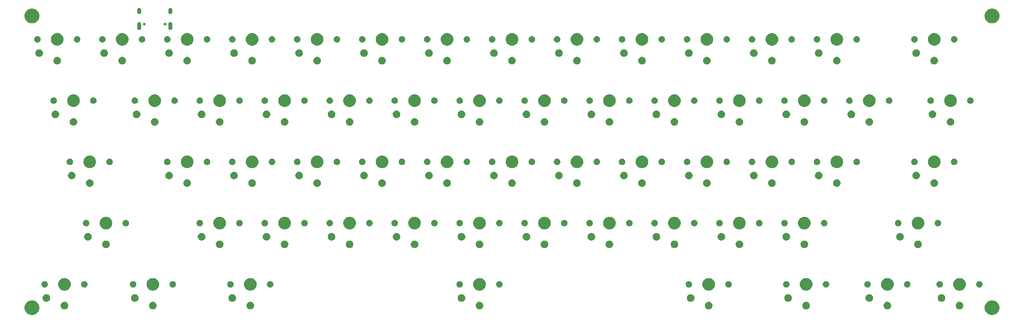
<source format=gbr>
G04 #@! TF.GenerationSoftware,KiCad,Pcbnew,(5.1.4)-1*
G04 #@! TF.CreationDate,2020-12-21T07:42:17-08:00*
G04 #@! TF.ProjectId,brownie pan,62726f77-6e69-4652-9070-616e2e6b6963,rev?*
G04 #@! TF.SameCoordinates,Original*
G04 #@! TF.FileFunction,Soldermask,Top*
G04 #@! TF.FilePolarity,Negative*
%FSLAX46Y46*%
G04 Gerber Fmt 4.6, Leading zero omitted, Abs format (unit mm)*
G04 Created by KiCad (PCBNEW (5.1.4)-1) date 2020-12-21 07:42:17*
%MOMM*%
%LPD*%
G04 APERTURE LIST*
%ADD10C,0.100000*%
G04 APERTURE END LIST*
D10*
G36*
X283598254Y-96027818D02*
G01*
X283971511Y-96182426D01*
X283971513Y-96182427D01*
X284307436Y-96406884D01*
X284593116Y-96692564D01*
X284817113Y-97027798D01*
X284817574Y-97028489D01*
X284972182Y-97401746D01*
X285051000Y-97797993D01*
X285051000Y-98202007D01*
X284972182Y-98598254D01*
X284860398Y-98868124D01*
X284817573Y-98971513D01*
X284593116Y-99307436D01*
X284307436Y-99593116D01*
X283971513Y-99817573D01*
X283971512Y-99817574D01*
X283971511Y-99817574D01*
X283598254Y-99972182D01*
X283202007Y-100051000D01*
X282797993Y-100051000D01*
X282401746Y-99972182D01*
X282028489Y-99817574D01*
X282028488Y-99817574D01*
X282028487Y-99817573D01*
X281692564Y-99593116D01*
X281406884Y-99307436D01*
X281182427Y-98971513D01*
X281139602Y-98868124D01*
X281027818Y-98598254D01*
X280949000Y-98202007D01*
X280949000Y-97797993D01*
X281027818Y-97401746D01*
X281182426Y-97028489D01*
X281182888Y-97027798D01*
X281406884Y-96692564D01*
X281692564Y-96406884D01*
X282028487Y-96182427D01*
X282028489Y-96182426D01*
X282401746Y-96027818D01*
X282797993Y-95949000D01*
X283202007Y-95949000D01*
X283598254Y-96027818D01*
X283598254Y-96027818D01*
G37*
G36*
X17598254Y-96027818D02*
G01*
X17971511Y-96182426D01*
X17971513Y-96182427D01*
X18307436Y-96406884D01*
X18593116Y-96692564D01*
X18817113Y-97027798D01*
X18817574Y-97028489D01*
X18972182Y-97401746D01*
X19051000Y-97797993D01*
X19051000Y-98202007D01*
X18972182Y-98598254D01*
X18860398Y-98868124D01*
X18817573Y-98971513D01*
X18593116Y-99307436D01*
X18307436Y-99593116D01*
X17971513Y-99817573D01*
X17971512Y-99817574D01*
X17971511Y-99817574D01*
X17598254Y-99972182D01*
X17202007Y-100051000D01*
X16797993Y-100051000D01*
X16401746Y-99972182D01*
X16028489Y-99817574D01*
X16028488Y-99817574D01*
X16028487Y-99817573D01*
X15692564Y-99593116D01*
X15406884Y-99307436D01*
X15182427Y-98971513D01*
X15139602Y-98868124D01*
X15027818Y-98598254D01*
X14949000Y-98202007D01*
X14949000Y-97797993D01*
X15027818Y-97401746D01*
X15182426Y-97028489D01*
X15182888Y-97027798D01*
X15406884Y-96692564D01*
X15692564Y-96406884D01*
X16028487Y-96182427D01*
X16028489Y-96182426D01*
X16401746Y-96027818D01*
X16797993Y-95949000D01*
X17202007Y-95949000D01*
X17598254Y-96027818D01*
X17598254Y-96027818D01*
G37*
G36*
X26306564Y-96389389D02*
G01*
X26497833Y-96468615D01*
X26497835Y-96468616D01*
X26669973Y-96583635D01*
X26816365Y-96730027D01*
X26861398Y-96797423D01*
X26931385Y-96902167D01*
X27010611Y-97093436D01*
X27051000Y-97296484D01*
X27051000Y-97503516D01*
X27010611Y-97706564D01*
X26948123Y-97857423D01*
X26931384Y-97897835D01*
X26816365Y-98069973D01*
X26669973Y-98216365D01*
X26497835Y-98331384D01*
X26497834Y-98331385D01*
X26497833Y-98331385D01*
X26306564Y-98410611D01*
X26103516Y-98451000D01*
X25896484Y-98451000D01*
X25693436Y-98410611D01*
X25502167Y-98331385D01*
X25502166Y-98331385D01*
X25502165Y-98331384D01*
X25330027Y-98216365D01*
X25183635Y-98069973D01*
X25068616Y-97897835D01*
X25051877Y-97857423D01*
X24989389Y-97706564D01*
X24949000Y-97503516D01*
X24949000Y-97296484D01*
X24989389Y-97093436D01*
X25068615Y-96902167D01*
X25138603Y-96797423D01*
X25183635Y-96730027D01*
X25330027Y-96583635D01*
X25502165Y-96468616D01*
X25502167Y-96468615D01*
X25693436Y-96389389D01*
X25896484Y-96349000D01*
X26103516Y-96349000D01*
X26306564Y-96389389D01*
X26306564Y-96389389D01*
G37*
G36*
X50806564Y-96389389D02*
G01*
X50997833Y-96468615D01*
X50997835Y-96468616D01*
X51169973Y-96583635D01*
X51316365Y-96730027D01*
X51361398Y-96797423D01*
X51431385Y-96902167D01*
X51510611Y-97093436D01*
X51551000Y-97296484D01*
X51551000Y-97503516D01*
X51510611Y-97706564D01*
X51448123Y-97857423D01*
X51431384Y-97897835D01*
X51316365Y-98069973D01*
X51169973Y-98216365D01*
X50997835Y-98331384D01*
X50997834Y-98331385D01*
X50997833Y-98331385D01*
X50806564Y-98410611D01*
X50603516Y-98451000D01*
X50396484Y-98451000D01*
X50193436Y-98410611D01*
X50002167Y-98331385D01*
X50002166Y-98331385D01*
X50002165Y-98331384D01*
X49830027Y-98216365D01*
X49683635Y-98069973D01*
X49568616Y-97897835D01*
X49551877Y-97857423D01*
X49489389Y-97706564D01*
X49449000Y-97503516D01*
X49449000Y-97296484D01*
X49489389Y-97093436D01*
X49568615Y-96902167D01*
X49638603Y-96797423D01*
X49683635Y-96730027D01*
X49830027Y-96583635D01*
X50002165Y-96468616D01*
X50002167Y-96468615D01*
X50193436Y-96389389D01*
X50396484Y-96349000D01*
X50603516Y-96349000D01*
X50806564Y-96389389D01*
X50806564Y-96389389D01*
G37*
G36*
X77806564Y-96389389D02*
G01*
X77997833Y-96468615D01*
X77997835Y-96468616D01*
X78169973Y-96583635D01*
X78316365Y-96730027D01*
X78361398Y-96797423D01*
X78431385Y-96902167D01*
X78510611Y-97093436D01*
X78551000Y-97296484D01*
X78551000Y-97503516D01*
X78510611Y-97706564D01*
X78448123Y-97857423D01*
X78431384Y-97897835D01*
X78316365Y-98069973D01*
X78169973Y-98216365D01*
X77997835Y-98331384D01*
X77997834Y-98331385D01*
X77997833Y-98331385D01*
X77806564Y-98410611D01*
X77603516Y-98451000D01*
X77396484Y-98451000D01*
X77193436Y-98410611D01*
X77002167Y-98331385D01*
X77002166Y-98331385D01*
X77002165Y-98331384D01*
X76830027Y-98216365D01*
X76683635Y-98069973D01*
X76568616Y-97897835D01*
X76551877Y-97857423D01*
X76489389Y-97706564D01*
X76449000Y-97503516D01*
X76449000Y-97296484D01*
X76489389Y-97093436D01*
X76568615Y-96902167D01*
X76638603Y-96797423D01*
X76683635Y-96730027D01*
X76830027Y-96583635D01*
X77002165Y-96468616D01*
X77002167Y-96468615D01*
X77193436Y-96389389D01*
X77396484Y-96349000D01*
X77603516Y-96349000D01*
X77806564Y-96389389D01*
X77806564Y-96389389D01*
G37*
G36*
X204806564Y-96389389D02*
G01*
X204997833Y-96468615D01*
X204997835Y-96468616D01*
X205169973Y-96583635D01*
X205316365Y-96730027D01*
X205361398Y-96797423D01*
X205431385Y-96902167D01*
X205510611Y-97093436D01*
X205551000Y-97296484D01*
X205551000Y-97503516D01*
X205510611Y-97706564D01*
X205448123Y-97857423D01*
X205431384Y-97897835D01*
X205316365Y-98069973D01*
X205169973Y-98216365D01*
X204997835Y-98331384D01*
X204997834Y-98331385D01*
X204997833Y-98331385D01*
X204806564Y-98410611D01*
X204603516Y-98451000D01*
X204396484Y-98451000D01*
X204193436Y-98410611D01*
X204002167Y-98331385D01*
X204002166Y-98331385D01*
X204002165Y-98331384D01*
X203830027Y-98216365D01*
X203683635Y-98069973D01*
X203568616Y-97897835D01*
X203551877Y-97857423D01*
X203489389Y-97706564D01*
X203449000Y-97503516D01*
X203449000Y-97296484D01*
X203489389Y-97093436D01*
X203568615Y-96902167D01*
X203638603Y-96797423D01*
X203683635Y-96730027D01*
X203830027Y-96583635D01*
X204002165Y-96468616D01*
X204002167Y-96468615D01*
X204193436Y-96389389D01*
X204396484Y-96349000D01*
X204603516Y-96349000D01*
X204806564Y-96389389D01*
X204806564Y-96389389D01*
G37*
G36*
X231806564Y-96389389D02*
G01*
X231997833Y-96468615D01*
X231997835Y-96468616D01*
X232169973Y-96583635D01*
X232316365Y-96730027D01*
X232361398Y-96797423D01*
X232431385Y-96902167D01*
X232510611Y-97093436D01*
X232551000Y-97296484D01*
X232551000Y-97503516D01*
X232510611Y-97706564D01*
X232448123Y-97857423D01*
X232431384Y-97897835D01*
X232316365Y-98069973D01*
X232169973Y-98216365D01*
X231997835Y-98331384D01*
X231997834Y-98331385D01*
X231997833Y-98331385D01*
X231806564Y-98410611D01*
X231603516Y-98451000D01*
X231396484Y-98451000D01*
X231193436Y-98410611D01*
X231002167Y-98331385D01*
X231002166Y-98331385D01*
X231002165Y-98331384D01*
X230830027Y-98216365D01*
X230683635Y-98069973D01*
X230568616Y-97897835D01*
X230551877Y-97857423D01*
X230489389Y-97706564D01*
X230449000Y-97503516D01*
X230449000Y-97296484D01*
X230489389Y-97093436D01*
X230568615Y-96902167D01*
X230638603Y-96797423D01*
X230683635Y-96730027D01*
X230830027Y-96583635D01*
X231002165Y-96468616D01*
X231002167Y-96468615D01*
X231193436Y-96389389D01*
X231396484Y-96349000D01*
X231603516Y-96349000D01*
X231806564Y-96389389D01*
X231806564Y-96389389D01*
G37*
G36*
X141306564Y-96389389D02*
G01*
X141497833Y-96468615D01*
X141497835Y-96468616D01*
X141669973Y-96583635D01*
X141816365Y-96730027D01*
X141861398Y-96797423D01*
X141931385Y-96902167D01*
X142010611Y-97093436D01*
X142051000Y-97296484D01*
X142051000Y-97503516D01*
X142010611Y-97706564D01*
X141948123Y-97857423D01*
X141931384Y-97897835D01*
X141816365Y-98069973D01*
X141669973Y-98216365D01*
X141497835Y-98331384D01*
X141497834Y-98331385D01*
X141497833Y-98331385D01*
X141306564Y-98410611D01*
X141103516Y-98451000D01*
X140896484Y-98451000D01*
X140693436Y-98410611D01*
X140502167Y-98331385D01*
X140502166Y-98331385D01*
X140502165Y-98331384D01*
X140330027Y-98216365D01*
X140183635Y-98069973D01*
X140068616Y-97897835D01*
X140051877Y-97857423D01*
X139989389Y-97706564D01*
X139949000Y-97503516D01*
X139949000Y-97296484D01*
X139989389Y-97093436D01*
X140068615Y-96902167D01*
X140138603Y-96797423D01*
X140183635Y-96730027D01*
X140330027Y-96583635D01*
X140502165Y-96468616D01*
X140502167Y-96468615D01*
X140693436Y-96389389D01*
X140896484Y-96349000D01*
X141103516Y-96349000D01*
X141306564Y-96389389D01*
X141306564Y-96389389D01*
G37*
G36*
X254306564Y-96389389D02*
G01*
X254497833Y-96468615D01*
X254497835Y-96468616D01*
X254669973Y-96583635D01*
X254816365Y-96730027D01*
X254861398Y-96797423D01*
X254931385Y-96902167D01*
X255010611Y-97093436D01*
X255051000Y-97296484D01*
X255051000Y-97503516D01*
X255010611Y-97706564D01*
X254948123Y-97857423D01*
X254931384Y-97897835D01*
X254816365Y-98069973D01*
X254669973Y-98216365D01*
X254497835Y-98331384D01*
X254497834Y-98331385D01*
X254497833Y-98331385D01*
X254306564Y-98410611D01*
X254103516Y-98451000D01*
X253896484Y-98451000D01*
X253693436Y-98410611D01*
X253502167Y-98331385D01*
X253502166Y-98331385D01*
X253502165Y-98331384D01*
X253330027Y-98216365D01*
X253183635Y-98069973D01*
X253068616Y-97897835D01*
X253051877Y-97857423D01*
X252989389Y-97706564D01*
X252949000Y-97503516D01*
X252949000Y-97296484D01*
X252989389Y-97093436D01*
X253068615Y-96902167D01*
X253138603Y-96797423D01*
X253183635Y-96730027D01*
X253330027Y-96583635D01*
X253502165Y-96468616D01*
X253502167Y-96468615D01*
X253693436Y-96389389D01*
X253896484Y-96349000D01*
X254103516Y-96349000D01*
X254306564Y-96389389D01*
X254306564Y-96389389D01*
G37*
G36*
X274306564Y-96389389D02*
G01*
X274497833Y-96468615D01*
X274497835Y-96468616D01*
X274669973Y-96583635D01*
X274816365Y-96730027D01*
X274861398Y-96797423D01*
X274931385Y-96902167D01*
X275010611Y-97093436D01*
X275051000Y-97296484D01*
X275051000Y-97503516D01*
X275010611Y-97706564D01*
X274948123Y-97857423D01*
X274931384Y-97897835D01*
X274816365Y-98069973D01*
X274669973Y-98216365D01*
X274497835Y-98331384D01*
X274497834Y-98331385D01*
X274497833Y-98331385D01*
X274306564Y-98410611D01*
X274103516Y-98451000D01*
X273896484Y-98451000D01*
X273693436Y-98410611D01*
X273502167Y-98331385D01*
X273502166Y-98331385D01*
X273502165Y-98331384D01*
X273330027Y-98216365D01*
X273183635Y-98069973D01*
X273068616Y-97897835D01*
X273051877Y-97857423D01*
X272989389Y-97706564D01*
X272949000Y-97503516D01*
X272949000Y-97296484D01*
X272989389Y-97093436D01*
X273068615Y-96902167D01*
X273138603Y-96797423D01*
X273183635Y-96730027D01*
X273330027Y-96583635D01*
X273502165Y-96468616D01*
X273502167Y-96468615D01*
X273693436Y-96389389D01*
X273896484Y-96349000D01*
X274103516Y-96349000D01*
X274306564Y-96389389D01*
X274306564Y-96389389D01*
G37*
G36*
X269306564Y-94289389D02*
G01*
X269497833Y-94368615D01*
X269497835Y-94368616D01*
X269669973Y-94483635D01*
X269816365Y-94630027D01*
X269931385Y-94802167D01*
X270010611Y-94993436D01*
X270051000Y-95196484D01*
X270051000Y-95403516D01*
X270010611Y-95606564D01*
X269931385Y-95797833D01*
X269931384Y-95797835D01*
X269816365Y-95969973D01*
X269669973Y-96116365D01*
X269497835Y-96231384D01*
X269497834Y-96231385D01*
X269497833Y-96231385D01*
X269306564Y-96310611D01*
X269103516Y-96351000D01*
X268896484Y-96351000D01*
X268693436Y-96310611D01*
X268502167Y-96231385D01*
X268502166Y-96231385D01*
X268502165Y-96231384D01*
X268330027Y-96116365D01*
X268183635Y-95969973D01*
X268068616Y-95797835D01*
X268068615Y-95797833D01*
X267989389Y-95606564D01*
X267949000Y-95403516D01*
X267949000Y-95196484D01*
X267989389Y-94993436D01*
X268068615Y-94802167D01*
X268183635Y-94630027D01*
X268330027Y-94483635D01*
X268502165Y-94368616D01*
X268502167Y-94368615D01*
X268693436Y-94289389D01*
X268896484Y-94249000D01*
X269103516Y-94249000D01*
X269306564Y-94289389D01*
X269306564Y-94289389D01*
G37*
G36*
X21306564Y-94289389D02*
G01*
X21497833Y-94368615D01*
X21497835Y-94368616D01*
X21669973Y-94483635D01*
X21816365Y-94630027D01*
X21931385Y-94802167D01*
X22010611Y-94993436D01*
X22051000Y-95196484D01*
X22051000Y-95403516D01*
X22010611Y-95606564D01*
X21931385Y-95797833D01*
X21931384Y-95797835D01*
X21816365Y-95969973D01*
X21669973Y-96116365D01*
X21497835Y-96231384D01*
X21497834Y-96231385D01*
X21497833Y-96231385D01*
X21306564Y-96310611D01*
X21103516Y-96351000D01*
X20896484Y-96351000D01*
X20693436Y-96310611D01*
X20502167Y-96231385D01*
X20502166Y-96231385D01*
X20502165Y-96231384D01*
X20330027Y-96116365D01*
X20183635Y-95969973D01*
X20068616Y-95797835D01*
X20068615Y-95797833D01*
X19989389Y-95606564D01*
X19949000Y-95403516D01*
X19949000Y-95196484D01*
X19989389Y-94993436D01*
X20068615Y-94802167D01*
X20183635Y-94630027D01*
X20330027Y-94483635D01*
X20502165Y-94368616D01*
X20502167Y-94368615D01*
X20693436Y-94289389D01*
X20896484Y-94249000D01*
X21103516Y-94249000D01*
X21306564Y-94289389D01*
X21306564Y-94289389D01*
G37*
G36*
X249306564Y-94289389D02*
G01*
X249497833Y-94368615D01*
X249497835Y-94368616D01*
X249669973Y-94483635D01*
X249816365Y-94630027D01*
X249931385Y-94802167D01*
X250010611Y-94993436D01*
X250051000Y-95196484D01*
X250051000Y-95403516D01*
X250010611Y-95606564D01*
X249931385Y-95797833D01*
X249931384Y-95797835D01*
X249816365Y-95969973D01*
X249669973Y-96116365D01*
X249497835Y-96231384D01*
X249497834Y-96231385D01*
X249497833Y-96231385D01*
X249306564Y-96310611D01*
X249103516Y-96351000D01*
X248896484Y-96351000D01*
X248693436Y-96310611D01*
X248502167Y-96231385D01*
X248502166Y-96231385D01*
X248502165Y-96231384D01*
X248330027Y-96116365D01*
X248183635Y-95969973D01*
X248068616Y-95797835D01*
X248068615Y-95797833D01*
X247989389Y-95606564D01*
X247949000Y-95403516D01*
X247949000Y-95196484D01*
X247989389Y-94993436D01*
X248068615Y-94802167D01*
X248183635Y-94630027D01*
X248330027Y-94483635D01*
X248502165Y-94368616D01*
X248502167Y-94368615D01*
X248693436Y-94289389D01*
X248896484Y-94249000D01*
X249103516Y-94249000D01*
X249306564Y-94289389D01*
X249306564Y-94289389D01*
G37*
G36*
X226806564Y-94289389D02*
G01*
X226997833Y-94368615D01*
X226997835Y-94368616D01*
X227169973Y-94483635D01*
X227316365Y-94630027D01*
X227431385Y-94802167D01*
X227510611Y-94993436D01*
X227551000Y-95196484D01*
X227551000Y-95403516D01*
X227510611Y-95606564D01*
X227431385Y-95797833D01*
X227431384Y-95797835D01*
X227316365Y-95969973D01*
X227169973Y-96116365D01*
X226997835Y-96231384D01*
X226997834Y-96231385D01*
X226997833Y-96231385D01*
X226806564Y-96310611D01*
X226603516Y-96351000D01*
X226396484Y-96351000D01*
X226193436Y-96310611D01*
X226002167Y-96231385D01*
X226002166Y-96231385D01*
X226002165Y-96231384D01*
X225830027Y-96116365D01*
X225683635Y-95969973D01*
X225568616Y-95797835D01*
X225568615Y-95797833D01*
X225489389Y-95606564D01*
X225449000Y-95403516D01*
X225449000Y-95196484D01*
X225489389Y-94993436D01*
X225568615Y-94802167D01*
X225683635Y-94630027D01*
X225830027Y-94483635D01*
X226002165Y-94368616D01*
X226002167Y-94368615D01*
X226193436Y-94289389D01*
X226396484Y-94249000D01*
X226603516Y-94249000D01*
X226806564Y-94289389D01*
X226806564Y-94289389D01*
G37*
G36*
X136306564Y-94289389D02*
G01*
X136497833Y-94368615D01*
X136497835Y-94368616D01*
X136669973Y-94483635D01*
X136816365Y-94630027D01*
X136931385Y-94802167D01*
X137010611Y-94993436D01*
X137051000Y-95196484D01*
X137051000Y-95403516D01*
X137010611Y-95606564D01*
X136931385Y-95797833D01*
X136931384Y-95797835D01*
X136816365Y-95969973D01*
X136669973Y-96116365D01*
X136497835Y-96231384D01*
X136497834Y-96231385D01*
X136497833Y-96231385D01*
X136306564Y-96310611D01*
X136103516Y-96351000D01*
X135896484Y-96351000D01*
X135693436Y-96310611D01*
X135502167Y-96231385D01*
X135502166Y-96231385D01*
X135502165Y-96231384D01*
X135330027Y-96116365D01*
X135183635Y-95969973D01*
X135068616Y-95797835D01*
X135068615Y-95797833D01*
X134989389Y-95606564D01*
X134949000Y-95403516D01*
X134949000Y-95196484D01*
X134989389Y-94993436D01*
X135068615Y-94802167D01*
X135183635Y-94630027D01*
X135330027Y-94483635D01*
X135502165Y-94368616D01*
X135502167Y-94368615D01*
X135693436Y-94289389D01*
X135896484Y-94249000D01*
X136103516Y-94249000D01*
X136306564Y-94289389D01*
X136306564Y-94289389D01*
G37*
G36*
X199806564Y-94289389D02*
G01*
X199997833Y-94368615D01*
X199997835Y-94368616D01*
X200169973Y-94483635D01*
X200316365Y-94630027D01*
X200431385Y-94802167D01*
X200510611Y-94993436D01*
X200551000Y-95196484D01*
X200551000Y-95403516D01*
X200510611Y-95606564D01*
X200431385Y-95797833D01*
X200431384Y-95797835D01*
X200316365Y-95969973D01*
X200169973Y-96116365D01*
X199997835Y-96231384D01*
X199997834Y-96231385D01*
X199997833Y-96231385D01*
X199806564Y-96310611D01*
X199603516Y-96351000D01*
X199396484Y-96351000D01*
X199193436Y-96310611D01*
X199002167Y-96231385D01*
X199002166Y-96231385D01*
X199002165Y-96231384D01*
X198830027Y-96116365D01*
X198683635Y-95969973D01*
X198568616Y-95797835D01*
X198568615Y-95797833D01*
X198489389Y-95606564D01*
X198449000Y-95403516D01*
X198449000Y-95196484D01*
X198489389Y-94993436D01*
X198568615Y-94802167D01*
X198683635Y-94630027D01*
X198830027Y-94483635D01*
X199002165Y-94368616D01*
X199002167Y-94368615D01*
X199193436Y-94289389D01*
X199396484Y-94249000D01*
X199603516Y-94249000D01*
X199806564Y-94289389D01*
X199806564Y-94289389D01*
G37*
G36*
X72806564Y-94289389D02*
G01*
X72997833Y-94368615D01*
X72997835Y-94368616D01*
X73169973Y-94483635D01*
X73316365Y-94630027D01*
X73431385Y-94802167D01*
X73510611Y-94993436D01*
X73551000Y-95196484D01*
X73551000Y-95403516D01*
X73510611Y-95606564D01*
X73431385Y-95797833D01*
X73431384Y-95797835D01*
X73316365Y-95969973D01*
X73169973Y-96116365D01*
X72997835Y-96231384D01*
X72997834Y-96231385D01*
X72997833Y-96231385D01*
X72806564Y-96310611D01*
X72603516Y-96351000D01*
X72396484Y-96351000D01*
X72193436Y-96310611D01*
X72002167Y-96231385D01*
X72002166Y-96231385D01*
X72002165Y-96231384D01*
X71830027Y-96116365D01*
X71683635Y-95969973D01*
X71568616Y-95797835D01*
X71568615Y-95797833D01*
X71489389Y-95606564D01*
X71449000Y-95403516D01*
X71449000Y-95196484D01*
X71489389Y-94993436D01*
X71568615Y-94802167D01*
X71683635Y-94630027D01*
X71830027Y-94483635D01*
X72002165Y-94368616D01*
X72002167Y-94368615D01*
X72193436Y-94289389D01*
X72396484Y-94249000D01*
X72603516Y-94249000D01*
X72806564Y-94289389D01*
X72806564Y-94289389D01*
G37*
G36*
X45806564Y-94289389D02*
G01*
X45997833Y-94368615D01*
X45997835Y-94368616D01*
X46169973Y-94483635D01*
X46316365Y-94630027D01*
X46431385Y-94802167D01*
X46510611Y-94993436D01*
X46551000Y-95196484D01*
X46551000Y-95403516D01*
X46510611Y-95606564D01*
X46431385Y-95797833D01*
X46431384Y-95797835D01*
X46316365Y-95969973D01*
X46169973Y-96116365D01*
X45997835Y-96231384D01*
X45997834Y-96231385D01*
X45997833Y-96231385D01*
X45806564Y-96310611D01*
X45603516Y-96351000D01*
X45396484Y-96351000D01*
X45193436Y-96310611D01*
X45002167Y-96231385D01*
X45002166Y-96231385D01*
X45002165Y-96231384D01*
X44830027Y-96116365D01*
X44683635Y-95969973D01*
X44568616Y-95797835D01*
X44568615Y-95797833D01*
X44489389Y-95606564D01*
X44449000Y-95403516D01*
X44449000Y-95196484D01*
X44489389Y-94993436D01*
X44568615Y-94802167D01*
X44683635Y-94630027D01*
X44830027Y-94483635D01*
X45002165Y-94368616D01*
X45002167Y-94368615D01*
X45193436Y-94289389D01*
X45396484Y-94249000D01*
X45603516Y-94249000D01*
X45806564Y-94289389D01*
X45806564Y-94289389D01*
G37*
G36*
X77897985Y-89793860D02*
G01*
X78010748Y-89816290D01*
X78142741Y-89870963D01*
X78329408Y-89948283D01*
X78616196Y-90139909D01*
X78860091Y-90383804D01*
X79051717Y-90670592D01*
X79183710Y-90989253D01*
X79251000Y-91327540D01*
X79251000Y-91672460D01*
X79183710Y-92010747D01*
X79051717Y-92329408D01*
X78860091Y-92616196D01*
X78616196Y-92860091D01*
X78329408Y-93051717D01*
X78142741Y-93129037D01*
X78010748Y-93183710D01*
X77897985Y-93206140D01*
X77672460Y-93251000D01*
X77327540Y-93251000D01*
X77102015Y-93206140D01*
X76989252Y-93183710D01*
X76857259Y-93129037D01*
X76670592Y-93051717D01*
X76383804Y-92860091D01*
X76139909Y-92616196D01*
X75948283Y-92329408D01*
X75816290Y-92010747D01*
X75749000Y-91672460D01*
X75749000Y-91327540D01*
X75816290Y-90989253D01*
X75948283Y-90670592D01*
X76139909Y-90383804D01*
X76383804Y-90139909D01*
X76670592Y-89948283D01*
X76857259Y-89870963D01*
X76989252Y-89816290D01*
X77102015Y-89793860D01*
X77327540Y-89749000D01*
X77672460Y-89749000D01*
X77897985Y-89793860D01*
X77897985Y-89793860D01*
G37*
G36*
X254397985Y-89793860D02*
G01*
X254510748Y-89816290D01*
X254642741Y-89870963D01*
X254829408Y-89948283D01*
X255116196Y-90139909D01*
X255360091Y-90383804D01*
X255551717Y-90670592D01*
X255683710Y-90989253D01*
X255751000Y-91327540D01*
X255751000Y-91672460D01*
X255683710Y-92010747D01*
X255551717Y-92329408D01*
X255360091Y-92616196D01*
X255116196Y-92860091D01*
X254829408Y-93051717D01*
X254642741Y-93129037D01*
X254510748Y-93183710D01*
X254397985Y-93206140D01*
X254172460Y-93251000D01*
X253827540Y-93251000D01*
X253602015Y-93206140D01*
X253489252Y-93183710D01*
X253357259Y-93129037D01*
X253170592Y-93051717D01*
X252883804Y-92860091D01*
X252639909Y-92616196D01*
X252448283Y-92329408D01*
X252316290Y-92010747D01*
X252249000Y-91672460D01*
X252249000Y-91327540D01*
X252316290Y-90989253D01*
X252448283Y-90670592D01*
X252639909Y-90383804D01*
X252883804Y-90139909D01*
X253170592Y-89948283D01*
X253357259Y-89870963D01*
X253489252Y-89816290D01*
X253602015Y-89793860D01*
X253827540Y-89749000D01*
X254172460Y-89749000D01*
X254397985Y-89793860D01*
X254397985Y-89793860D01*
G37*
G36*
X274397985Y-89793860D02*
G01*
X274510748Y-89816290D01*
X274642741Y-89870963D01*
X274829408Y-89948283D01*
X275116196Y-90139909D01*
X275360091Y-90383804D01*
X275551717Y-90670592D01*
X275683710Y-90989253D01*
X275751000Y-91327540D01*
X275751000Y-91672460D01*
X275683710Y-92010747D01*
X275551717Y-92329408D01*
X275360091Y-92616196D01*
X275116196Y-92860091D01*
X274829408Y-93051717D01*
X274642741Y-93129037D01*
X274510748Y-93183710D01*
X274397985Y-93206140D01*
X274172460Y-93251000D01*
X273827540Y-93251000D01*
X273602015Y-93206140D01*
X273489252Y-93183710D01*
X273357259Y-93129037D01*
X273170592Y-93051717D01*
X272883804Y-92860091D01*
X272639909Y-92616196D01*
X272448283Y-92329408D01*
X272316290Y-92010747D01*
X272249000Y-91672460D01*
X272249000Y-91327540D01*
X272316290Y-90989253D01*
X272448283Y-90670592D01*
X272639909Y-90383804D01*
X272883804Y-90139909D01*
X273170592Y-89948283D01*
X273357259Y-89870963D01*
X273489252Y-89816290D01*
X273602015Y-89793860D01*
X273827540Y-89749000D01*
X274172460Y-89749000D01*
X274397985Y-89793860D01*
X274397985Y-89793860D01*
G37*
G36*
X50897985Y-89793860D02*
G01*
X51010748Y-89816290D01*
X51142741Y-89870963D01*
X51329408Y-89948283D01*
X51616196Y-90139909D01*
X51860091Y-90383804D01*
X52051717Y-90670592D01*
X52183710Y-90989253D01*
X52251000Y-91327540D01*
X52251000Y-91672460D01*
X52183710Y-92010747D01*
X52051717Y-92329408D01*
X51860091Y-92616196D01*
X51616196Y-92860091D01*
X51329408Y-93051717D01*
X51142741Y-93129037D01*
X51010748Y-93183710D01*
X50897985Y-93206140D01*
X50672460Y-93251000D01*
X50327540Y-93251000D01*
X50102015Y-93206140D01*
X49989252Y-93183710D01*
X49857259Y-93129037D01*
X49670592Y-93051717D01*
X49383804Y-92860091D01*
X49139909Y-92616196D01*
X48948283Y-92329408D01*
X48816290Y-92010747D01*
X48749000Y-91672460D01*
X48749000Y-91327540D01*
X48816290Y-90989253D01*
X48948283Y-90670592D01*
X49139909Y-90383804D01*
X49383804Y-90139909D01*
X49670592Y-89948283D01*
X49857259Y-89870963D01*
X49989252Y-89816290D01*
X50102015Y-89793860D01*
X50327540Y-89749000D01*
X50672460Y-89749000D01*
X50897985Y-89793860D01*
X50897985Y-89793860D01*
G37*
G36*
X231897985Y-89793860D02*
G01*
X232010748Y-89816290D01*
X232142741Y-89870963D01*
X232329408Y-89948283D01*
X232616196Y-90139909D01*
X232860091Y-90383804D01*
X233051717Y-90670592D01*
X233183710Y-90989253D01*
X233251000Y-91327540D01*
X233251000Y-91672460D01*
X233183710Y-92010747D01*
X233051717Y-92329408D01*
X232860091Y-92616196D01*
X232616196Y-92860091D01*
X232329408Y-93051717D01*
X232142741Y-93129037D01*
X232010748Y-93183710D01*
X231897985Y-93206140D01*
X231672460Y-93251000D01*
X231327540Y-93251000D01*
X231102015Y-93206140D01*
X230989252Y-93183710D01*
X230857259Y-93129037D01*
X230670592Y-93051717D01*
X230383804Y-92860091D01*
X230139909Y-92616196D01*
X229948283Y-92329408D01*
X229816290Y-92010747D01*
X229749000Y-91672460D01*
X229749000Y-91327540D01*
X229816290Y-90989253D01*
X229948283Y-90670592D01*
X230139909Y-90383804D01*
X230383804Y-90139909D01*
X230670592Y-89948283D01*
X230857259Y-89870963D01*
X230989252Y-89816290D01*
X231102015Y-89793860D01*
X231327540Y-89749000D01*
X231672460Y-89749000D01*
X231897985Y-89793860D01*
X231897985Y-89793860D01*
G37*
G36*
X204897985Y-89793860D02*
G01*
X205010748Y-89816290D01*
X205142741Y-89870963D01*
X205329408Y-89948283D01*
X205616196Y-90139909D01*
X205860091Y-90383804D01*
X206051717Y-90670592D01*
X206183710Y-90989253D01*
X206251000Y-91327540D01*
X206251000Y-91672460D01*
X206183710Y-92010747D01*
X206051717Y-92329408D01*
X205860091Y-92616196D01*
X205616196Y-92860091D01*
X205329408Y-93051717D01*
X205142741Y-93129037D01*
X205010748Y-93183710D01*
X204897985Y-93206140D01*
X204672460Y-93251000D01*
X204327540Y-93251000D01*
X204102015Y-93206140D01*
X203989252Y-93183710D01*
X203857259Y-93129037D01*
X203670592Y-93051717D01*
X203383804Y-92860091D01*
X203139909Y-92616196D01*
X202948283Y-92329408D01*
X202816290Y-92010747D01*
X202749000Y-91672460D01*
X202749000Y-91327540D01*
X202816290Y-90989253D01*
X202948283Y-90670592D01*
X203139909Y-90383804D01*
X203383804Y-90139909D01*
X203670592Y-89948283D01*
X203857259Y-89870963D01*
X203989252Y-89816290D01*
X204102015Y-89793860D01*
X204327540Y-89749000D01*
X204672460Y-89749000D01*
X204897985Y-89793860D01*
X204897985Y-89793860D01*
G37*
G36*
X141397985Y-89793860D02*
G01*
X141510748Y-89816290D01*
X141642741Y-89870963D01*
X141829408Y-89948283D01*
X142116196Y-90139909D01*
X142360091Y-90383804D01*
X142551717Y-90670592D01*
X142683710Y-90989253D01*
X142751000Y-91327540D01*
X142751000Y-91672460D01*
X142683710Y-92010747D01*
X142551717Y-92329408D01*
X142360091Y-92616196D01*
X142116196Y-92860091D01*
X141829408Y-93051717D01*
X141642741Y-93129037D01*
X141510748Y-93183710D01*
X141397985Y-93206140D01*
X141172460Y-93251000D01*
X140827540Y-93251000D01*
X140602015Y-93206140D01*
X140489252Y-93183710D01*
X140357259Y-93129037D01*
X140170592Y-93051717D01*
X139883804Y-92860091D01*
X139639909Y-92616196D01*
X139448283Y-92329408D01*
X139316290Y-92010747D01*
X139249000Y-91672460D01*
X139249000Y-91327540D01*
X139316290Y-90989253D01*
X139448283Y-90670592D01*
X139639909Y-90383804D01*
X139883804Y-90139909D01*
X140170592Y-89948283D01*
X140357259Y-89870963D01*
X140489252Y-89816290D01*
X140602015Y-89793860D01*
X140827540Y-89749000D01*
X141172460Y-89749000D01*
X141397985Y-89793860D01*
X141397985Y-89793860D01*
G37*
G36*
X26397985Y-89793860D02*
G01*
X26510748Y-89816290D01*
X26642741Y-89870963D01*
X26829408Y-89948283D01*
X27116196Y-90139909D01*
X27360091Y-90383804D01*
X27551717Y-90670592D01*
X27683710Y-90989253D01*
X27751000Y-91327540D01*
X27751000Y-91672460D01*
X27683710Y-92010747D01*
X27551717Y-92329408D01*
X27360091Y-92616196D01*
X27116196Y-92860091D01*
X26829408Y-93051717D01*
X26642741Y-93129037D01*
X26510748Y-93183710D01*
X26397985Y-93206140D01*
X26172460Y-93251000D01*
X25827540Y-93251000D01*
X25602015Y-93206140D01*
X25489252Y-93183710D01*
X25357259Y-93129037D01*
X25170592Y-93051717D01*
X24883804Y-92860091D01*
X24639909Y-92616196D01*
X24448283Y-92329408D01*
X24316290Y-92010747D01*
X24249000Y-91672460D01*
X24249000Y-91327540D01*
X24316290Y-90989253D01*
X24448283Y-90670592D01*
X24639909Y-90383804D01*
X24883804Y-90139909D01*
X25170592Y-89948283D01*
X25357259Y-89870963D01*
X25489252Y-89816290D01*
X25602015Y-89793860D01*
X25827540Y-89749000D01*
X26172460Y-89749000D01*
X26397985Y-89793860D01*
X26397985Y-89793860D01*
G37*
G36*
X20613512Y-90603927D02*
G01*
X20762812Y-90633624D01*
X20926784Y-90701544D01*
X21074354Y-90800147D01*
X21199853Y-90925646D01*
X21298456Y-91073216D01*
X21366376Y-91237188D01*
X21401000Y-91411259D01*
X21401000Y-91588741D01*
X21366376Y-91762812D01*
X21298456Y-91926784D01*
X21199853Y-92074354D01*
X21074354Y-92199853D01*
X20926784Y-92298456D01*
X20762812Y-92366376D01*
X20613512Y-92396073D01*
X20588742Y-92401000D01*
X20411258Y-92401000D01*
X20386488Y-92396073D01*
X20237188Y-92366376D01*
X20073216Y-92298456D01*
X19925646Y-92199853D01*
X19800147Y-92074354D01*
X19701544Y-91926784D01*
X19633624Y-91762812D01*
X19599000Y-91588741D01*
X19599000Y-91411259D01*
X19633624Y-91237188D01*
X19701544Y-91073216D01*
X19800147Y-90925646D01*
X19925646Y-90800147D01*
X20073216Y-90701544D01*
X20237188Y-90633624D01*
X20386488Y-90603927D01*
X20411258Y-90599000D01*
X20588742Y-90599000D01*
X20613512Y-90603927D01*
X20613512Y-90603927D01*
G37*
G36*
X146613512Y-90603927D02*
G01*
X146762812Y-90633624D01*
X146926784Y-90701544D01*
X147074354Y-90800147D01*
X147199853Y-90925646D01*
X147298456Y-91073216D01*
X147366376Y-91237188D01*
X147401000Y-91411259D01*
X147401000Y-91588741D01*
X147366376Y-91762812D01*
X147298456Y-91926784D01*
X147199853Y-92074354D01*
X147074354Y-92199853D01*
X146926784Y-92298456D01*
X146762812Y-92366376D01*
X146613512Y-92396073D01*
X146588742Y-92401000D01*
X146411258Y-92401000D01*
X146386488Y-92396073D01*
X146237188Y-92366376D01*
X146073216Y-92298456D01*
X145925646Y-92199853D01*
X145800147Y-92074354D01*
X145701544Y-91926784D01*
X145633624Y-91762812D01*
X145599000Y-91588741D01*
X145599000Y-91411259D01*
X145633624Y-91237188D01*
X145701544Y-91073216D01*
X145800147Y-90925646D01*
X145925646Y-90800147D01*
X146073216Y-90701544D01*
X146237188Y-90633624D01*
X146386488Y-90603927D01*
X146411258Y-90599000D01*
X146588742Y-90599000D01*
X146613512Y-90603927D01*
X146613512Y-90603927D01*
G37*
G36*
X135613512Y-90603927D02*
G01*
X135762812Y-90633624D01*
X135926784Y-90701544D01*
X136074354Y-90800147D01*
X136199853Y-90925646D01*
X136298456Y-91073216D01*
X136366376Y-91237188D01*
X136401000Y-91411259D01*
X136401000Y-91588741D01*
X136366376Y-91762812D01*
X136298456Y-91926784D01*
X136199853Y-92074354D01*
X136074354Y-92199853D01*
X135926784Y-92298456D01*
X135762812Y-92366376D01*
X135613512Y-92396073D01*
X135588742Y-92401000D01*
X135411258Y-92401000D01*
X135386488Y-92396073D01*
X135237188Y-92366376D01*
X135073216Y-92298456D01*
X134925646Y-92199853D01*
X134800147Y-92074354D01*
X134701544Y-91926784D01*
X134633624Y-91762812D01*
X134599000Y-91588741D01*
X134599000Y-91411259D01*
X134633624Y-91237188D01*
X134701544Y-91073216D01*
X134800147Y-90925646D01*
X134925646Y-90800147D01*
X135073216Y-90701544D01*
X135237188Y-90633624D01*
X135386488Y-90603927D01*
X135411258Y-90599000D01*
X135588742Y-90599000D01*
X135613512Y-90603927D01*
X135613512Y-90603927D01*
G37*
G36*
X83113512Y-90603927D02*
G01*
X83262812Y-90633624D01*
X83426784Y-90701544D01*
X83574354Y-90800147D01*
X83699853Y-90925646D01*
X83798456Y-91073216D01*
X83866376Y-91237188D01*
X83901000Y-91411259D01*
X83901000Y-91588741D01*
X83866376Y-91762812D01*
X83798456Y-91926784D01*
X83699853Y-92074354D01*
X83574354Y-92199853D01*
X83426784Y-92298456D01*
X83262812Y-92366376D01*
X83113512Y-92396073D01*
X83088742Y-92401000D01*
X82911258Y-92401000D01*
X82886488Y-92396073D01*
X82737188Y-92366376D01*
X82573216Y-92298456D01*
X82425646Y-92199853D01*
X82300147Y-92074354D01*
X82201544Y-91926784D01*
X82133624Y-91762812D01*
X82099000Y-91588741D01*
X82099000Y-91411259D01*
X82133624Y-91237188D01*
X82201544Y-91073216D01*
X82300147Y-90925646D01*
X82425646Y-90800147D01*
X82573216Y-90701544D01*
X82737188Y-90633624D01*
X82886488Y-90603927D01*
X82911258Y-90599000D01*
X83088742Y-90599000D01*
X83113512Y-90603927D01*
X83113512Y-90603927D01*
G37*
G36*
X45113512Y-90603927D02*
G01*
X45262812Y-90633624D01*
X45426784Y-90701544D01*
X45574354Y-90800147D01*
X45699853Y-90925646D01*
X45798456Y-91073216D01*
X45866376Y-91237188D01*
X45901000Y-91411259D01*
X45901000Y-91588741D01*
X45866376Y-91762812D01*
X45798456Y-91926784D01*
X45699853Y-92074354D01*
X45574354Y-92199853D01*
X45426784Y-92298456D01*
X45262812Y-92366376D01*
X45113512Y-92396073D01*
X45088742Y-92401000D01*
X44911258Y-92401000D01*
X44886488Y-92396073D01*
X44737188Y-92366376D01*
X44573216Y-92298456D01*
X44425646Y-92199853D01*
X44300147Y-92074354D01*
X44201544Y-91926784D01*
X44133624Y-91762812D01*
X44099000Y-91588741D01*
X44099000Y-91411259D01*
X44133624Y-91237188D01*
X44201544Y-91073216D01*
X44300147Y-90925646D01*
X44425646Y-90800147D01*
X44573216Y-90701544D01*
X44737188Y-90633624D01*
X44886488Y-90603927D01*
X44911258Y-90599000D01*
X45088742Y-90599000D01*
X45113512Y-90603927D01*
X45113512Y-90603927D01*
G37*
G36*
X56113512Y-90603927D02*
G01*
X56262812Y-90633624D01*
X56426784Y-90701544D01*
X56574354Y-90800147D01*
X56699853Y-90925646D01*
X56798456Y-91073216D01*
X56866376Y-91237188D01*
X56901000Y-91411259D01*
X56901000Y-91588741D01*
X56866376Y-91762812D01*
X56798456Y-91926784D01*
X56699853Y-92074354D01*
X56574354Y-92199853D01*
X56426784Y-92298456D01*
X56262812Y-92366376D01*
X56113512Y-92396073D01*
X56088742Y-92401000D01*
X55911258Y-92401000D01*
X55886488Y-92396073D01*
X55737188Y-92366376D01*
X55573216Y-92298456D01*
X55425646Y-92199853D01*
X55300147Y-92074354D01*
X55201544Y-91926784D01*
X55133624Y-91762812D01*
X55099000Y-91588741D01*
X55099000Y-91411259D01*
X55133624Y-91237188D01*
X55201544Y-91073216D01*
X55300147Y-90925646D01*
X55425646Y-90800147D01*
X55573216Y-90701544D01*
X55737188Y-90633624D01*
X55886488Y-90603927D01*
X55911258Y-90599000D01*
X56088742Y-90599000D01*
X56113512Y-90603927D01*
X56113512Y-90603927D01*
G37*
G36*
X31613512Y-90603927D02*
G01*
X31762812Y-90633624D01*
X31926784Y-90701544D01*
X32074354Y-90800147D01*
X32199853Y-90925646D01*
X32298456Y-91073216D01*
X32366376Y-91237188D01*
X32401000Y-91411259D01*
X32401000Y-91588741D01*
X32366376Y-91762812D01*
X32298456Y-91926784D01*
X32199853Y-92074354D01*
X32074354Y-92199853D01*
X31926784Y-92298456D01*
X31762812Y-92366376D01*
X31613512Y-92396073D01*
X31588742Y-92401000D01*
X31411258Y-92401000D01*
X31386488Y-92396073D01*
X31237188Y-92366376D01*
X31073216Y-92298456D01*
X30925646Y-92199853D01*
X30800147Y-92074354D01*
X30701544Y-91926784D01*
X30633624Y-91762812D01*
X30599000Y-91588741D01*
X30599000Y-91411259D01*
X30633624Y-91237188D01*
X30701544Y-91073216D01*
X30800147Y-90925646D01*
X30925646Y-90800147D01*
X31073216Y-90701544D01*
X31237188Y-90633624D01*
X31386488Y-90603927D01*
X31411258Y-90599000D01*
X31588742Y-90599000D01*
X31613512Y-90603927D01*
X31613512Y-90603927D01*
G37*
G36*
X199113512Y-90603927D02*
G01*
X199262812Y-90633624D01*
X199426784Y-90701544D01*
X199574354Y-90800147D01*
X199699853Y-90925646D01*
X199798456Y-91073216D01*
X199866376Y-91237188D01*
X199901000Y-91411259D01*
X199901000Y-91588741D01*
X199866376Y-91762812D01*
X199798456Y-91926784D01*
X199699853Y-92074354D01*
X199574354Y-92199853D01*
X199426784Y-92298456D01*
X199262812Y-92366376D01*
X199113512Y-92396073D01*
X199088742Y-92401000D01*
X198911258Y-92401000D01*
X198886488Y-92396073D01*
X198737188Y-92366376D01*
X198573216Y-92298456D01*
X198425646Y-92199853D01*
X198300147Y-92074354D01*
X198201544Y-91926784D01*
X198133624Y-91762812D01*
X198099000Y-91588741D01*
X198099000Y-91411259D01*
X198133624Y-91237188D01*
X198201544Y-91073216D01*
X198300147Y-90925646D01*
X198425646Y-90800147D01*
X198573216Y-90701544D01*
X198737188Y-90633624D01*
X198886488Y-90603927D01*
X198911258Y-90599000D01*
X199088742Y-90599000D01*
X199113512Y-90603927D01*
X199113512Y-90603927D01*
G37*
G36*
X226113512Y-90603927D02*
G01*
X226262812Y-90633624D01*
X226426784Y-90701544D01*
X226574354Y-90800147D01*
X226699853Y-90925646D01*
X226798456Y-91073216D01*
X226866376Y-91237188D01*
X226901000Y-91411259D01*
X226901000Y-91588741D01*
X226866376Y-91762812D01*
X226798456Y-91926784D01*
X226699853Y-92074354D01*
X226574354Y-92199853D01*
X226426784Y-92298456D01*
X226262812Y-92366376D01*
X226113512Y-92396073D01*
X226088742Y-92401000D01*
X225911258Y-92401000D01*
X225886488Y-92396073D01*
X225737188Y-92366376D01*
X225573216Y-92298456D01*
X225425646Y-92199853D01*
X225300147Y-92074354D01*
X225201544Y-91926784D01*
X225133624Y-91762812D01*
X225099000Y-91588741D01*
X225099000Y-91411259D01*
X225133624Y-91237188D01*
X225201544Y-91073216D01*
X225300147Y-90925646D01*
X225425646Y-90800147D01*
X225573216Y-90701544D01*
X225737188Y-90633624D01*
X225886488Y-90603927D01*
X225911258Y-90599000D01*
X226088742Y-90599000D01*
X226113512Y-90603927D01*
X226113512Y-90603927D01*
G37*
G36*
X279613512Y-90603927D02*
G01*
X279762812Y-90633624D01*
X279926784Y-90701544D01*
X280074354Y-90800147D01*
X280199853Y-90925646D01*
X280298456Y-91073216D01*
X280366376Y-91237188D01*
X280401000Y-91411259D01*
X280401000Y-91588741D01*
X280366376Y-91762812D01*
X280298456Y-91926784D01*
X280199853Y-92074354D01*
X280074354Y-92199853D01*
X279926784Y-92298456D01*
X279762812Y-92366376D01*
X279613512Y-92396073D01*
X279588742Y-92401000D01*
X279411258Y-92401000D01*
X279386488Y-92396073D01*
X279237188Y-92366376D01*
X279073216Y-92298456D01*
X278925646Y-92199853D01*
X278800147Y-92074354D01*
X278701544Y-91926784D01*
X278633624Y-91762812D01*
X278599000Y-91588741D01*
X278599000Y-91411259D01*
X278633624Y-91237188D01*
X278701544Y-91073216D01*
X278800147Y-90925646D01*
X278925646Y-90800147D01*
X279073216Y-90701544D01*
X279237188Y-90633624D01*
X279386488Y-90603927D01*
X279411258Y-90599000D01*
X279588742Y-90599000D01*
X279613512Y-90603927D01*
X279613512Y-90603927D01*
G37*
G36*
X237113512Y-90603927D02*
G01*
X237262812Y-90633624D01*
X237426784Y-90701544D01*
X237574354Y-90800147D01*
X237699853Y-90925646D01*
X237798456Y-91073216D01*
X237866376Y-91237188D01*
X237901000Y-91411259D01*
X237901000Y-91588741D01*
X237866376Y-91762812D01*
X237798456Y-91926784D01*
X237699853Y-92074354D01*
X237574354Y-92199853D01*
X237426784Y-92298456D01*
X237262812Y-92366376D01*
X237113512Y-92396073D01*
X237088742Y-92401000D01*
X236911258Y-92401000D01*
X236886488Y-92396073D01*
X236737188Y-92366376D01*
X236573216Y-92298456D01*
X236425646Y-92199853D01*
X236300147Y-92074354D01*
X236201544Y-91926784D01*
X236133624Y-91762812D01*
X236099000Y-91588741D01*
X236099000Y-91411259D01*
X236133624Y-91237188D01*
X236201544Y-91073216D01*
X236300147Y-90925646D01*
X236425646Y-90800147D01*
X236573216Y-90701544D01*
X236737188Y-90633624D01*
X236886488Y-90603927D01*
X236911258Y-90599000D01*
X237088742Y-90599000D01*
X237113512Y-90603927D01*
X237113512Y-90603927D01*
G37*
G36*
X248613512Y-90603927D02*
G01*
X248762812Y-90633624D01*
X248926784Y-90701544D01*
X249074354Y-90800147D01*
X249199853Y-90925646D01*
X249298456Y-91073216D01*
X249366376Y-91237188D01*
X249401000Y-91411259D01*
X249401000Y-91588741D01*
X249366376Y-91762812D01*
X249298456Y-91926784D01*
X249199853Y-92074354D01*
X249074354Y-92199853D01*
X248926784Y-92298456D01*
X248762812Y-92366376D01*
X248613512Y-92396073D01*
X248588742Y-92401000D01*
X248411258Y-92401000D01*
X248386488Y-92396073D01*
X248237188Y-92366376D01*
X248073216Y-92298456D01*
X247925646Y-92199853D01*
X247800147Y-92074354D01*
X247701544Y-91926784D01*
X247633624Y-91762812D01*
X247599000Y-91588741D01*
X247599000Y-91411259D01*
X247633624Y-91237188D01*
X247701544Y-91073216D01*
X247800147Y-90925646D01*
X247925646Y-90800147D01*
X248073216Y-90701544D01*
X248237188Y-90633624D01*
X248386488Y-90603927D01*
X248411258Y-90599000D01*
X248588742Y-90599000D01*
X248613512Y-90603927D01*
X248613512Y-90603927D01*
G37*
G36*
X259613512Y-90603927D02*
G01*
X259762812Y-90633624D01*
X259926784Y-90701544D01*
X260074354Y-90800147D01*
X260199853Y-90925646D01*
X260298456Y-91073216D01*
X260366376Y-91237188D01*
X260401000Y-91411259D01*
X260401000Y-91588741D01*
X260366376Y-91762812D01*
X260298456Y-91926784D01*
X260199853Y-92074354D01*
X260074354Y-92199853D01*
X259926784Y-92298456D01*
X259762812Y-92366376D01*
X259613512Y-92396073D01*
X259588742Y-92401000D01*
X259411258Y-92401000D01*
X259386488Y-92396073D01*
X259237188Y-92366376D01*
X259073216Y-92298456D01*
X258925646Y-92199853D01*
X258800147Y-92074354D01*
X258701544Y-91926784D01*
X258633624Y-91762812D01*
X258599000Y-91588741D01*
X258599000Y-91411259D01*
X258633624Y-91237188D01*
X258701544Y-91073216D01*
X258800147Y-90925646D01*
X258925646Y-90800147D01*
X259073216Y-90701544D01*
X259237188Y-90633624D01*
X259386488Y-90603927D01*
X259411258Y-90599000D01*
X259588742Y-90599000D01*
X259613512Y-90603927D01*
X259613512Y-90603927D01*
G37*
G36*
X268613512Y-90603927D02*
G01*
X268762812Y-90633624D01*
X268926784Y-90701544D01*
X269074354Y-90800147D01*
X269199853Y-90925646D01*
X269298456Y-91073216D01*
X269366376Y-91237188D01*
X269401000Y-91411259D01*
X269401000Y-91588741D01*
X269366376Y-91762812D01*
X269298456Y-91926784D01*
X269199853Y-92074354D01*
X269074354Y-92199853D01*
X268926784Y-92298456D01*
X268762812Y-92366376D01*
X268613512Y-92396073D01*
X268588742Y-92401000D01*
X268411258Y-92401000D01*
X268386488Y-92396073D01*
X268237188Y-92366376D01*
X268073216Y-92298456D01*
X267925646Y-92199853D01*
X267800147Y-92074354D01*
X267701544Y-91926784D01*
X267633624Y-91762812D01*
X267599000Y-91588741D01*
X267599000Y-91411259D01*
X267633624Y-91237188D01*
X267701544Y-91073216D01*
X267800147Y-90925646D01*
X267925646Y-90800147D01*
X268073216Y-90701544D01*
X268237188Y-90633624D01*
X268386488Y-90603927D01*
X268411258Y-90599000D01*
X268588742Y-90599000D01*
X268613512Y-90603927D01*
X268613512Y-90603927D01*
G37*
G36*
X72113512Y-90603927D02*
G01*
X72262812Y-90633624D01*
X72426784Y-90701544D01*
X72574354Y-90800147D01*
X72699853Y-90925646D01*
X72798456Y-91073216D01*
X72866376Y-91237188D01*
X72901000Y-91411259D01*
X72901000Y-91588741D01*
X72866376Y-91762812D01*
X72798456Y-91926784D01*
X72699853Y-92074354D01*
X72574354Y-92199853D01*
X72426784Y-92298456D01*
X72262812Y-92366376D01*
X72113512Y-92396073D01*
X72088742Y-92401000D01*
X71911258Y-92401000D01*
X71886488Y-92396073D01*
X71737188Y-92366376D01*
X71573216Y-92298456D01*
X71425646Y-92199853D01*
X71300147Y-92074354D01*
X71201544Y-91926784D01*
X71133624Y-91762812D01*
X71099000Y-91588741D01*
X71099000Y-91411259D01*
X71133624Y-91237188D01*
X71201544Y-91073216D01*
X71300147Y-90925646D01*
X71425646Y-90800147D01*
X71573216Y-90701544D01*
X71737188Y-90633624D01*
X71886488Y-90603927D01*
X71911258Y-90599000D01*
X72088742Y-90599000D01*
X72113512Y-90603927D01*
X72113512Y-90603927D01*
G37*
G36*
X210113512Y-90603927D02*
G01*
X210262812Y-90633624D01*
X210426784Y-90701544D01*
X210574354Y-90800147D01*
X210699853Y-90925646D01*
X210798456Y-91073216D01*
X210866376Y-91237188D01*
X210901000Y-91411259D01*
X210901000Y-91588741D01*
X210866376Y-91762812D01*
X210798456Y-91926784D01*
X210699853Y-92074354D01*
X210574354Y-92199853D01*
X210426784Y-92298456D01*
X210262812Y-92366376D01*
X210113512Y-92396073D01*
X210088742Y-92401000D01*
X209911258Y-92401000D01*
X209886488Y-92396073D01*
X209737188Y-92366376D01*
X209573216Y-92298456D01*
X209425646Y-92199853D01*
X209300147Y-92074354D01*
X209201544Y-91926784D01*
X209133624Y-91762812D01*
X209099000Y-91588741D01*
X209099000Y-91411259D01*
X209133624Y-91237188D01*
X209201544Y-91073216D01*
X209300147Y-90925646D01*
X209425646Y-90800147D01*
X209573216Y-90701544D01*
X209737188Y-90633624D01*
X209886488Y-90603927D01*
X209911258Y-90599000D01*
X210088742Y-90599000D01*
X210113512Y-90603927D01*
X210113512Y-90603927D01*
G37*
G36*
X231306564Y-79389389D02*
G01*
X231497833Y-79468615D01*
X231497835Y-79468616D01*
X231669973Y-79583635D01*
X231816365Y-79730027D01*
X231931385Y-79902167D01*
X232010611Y-80093436D01*
X232051000Y-80296484D01*
X232051000Y-80503516D01*
X232010611Y-80706564D01*
X231931385Y-80897833D01*
X231931384Y-80897835D01*
X231816365Y-81069973D01*
X231669973Y-81216365D01*
X231497835Y-81331384D01*
X231497834Y-81331385D01*
X231497833Y-81331385D01*
X231306564Y-81410611D01*
X231103516Y-81451000D01*
X230896484Y-81451000D01*
X230693436Y-81410611D01*
X230502167Y-81331385D01*
X230502166Y-81331385D01*
X230502165Y-81331384D01*
X230330027Y-81216365D01*
X230183635Y-81069973D01*
X230068616Y-80897835D01*
X230068615Y-80897833D01*
X229989389Y-80706564D01*
X229949000Y-80503516D01*
X229949000Y-80296484D01*
X229989389Y-80093436D01*
X230068615Y-79902167D01*
X230183635Y-79730027D01*
X230330027Y-79583635D01*
X230502165Y-79468616D01*
X230502167Y-79468615D01*
X230693436Y-79389389D01*
X230896484Y-79349000D01*
X231103516Y-79349000D01*
X231306564Y-79389389D01*
X231306564Y-79389389D01*
G37*
G36*
X213306564Y-79389389D02*
G01*
X213497833Y-79468615D01*
X213497835Y-79468616D01*
X213669973Y-79583635D01*
X213816365Y-79730027D01*
X213931385Y-79902167D01*
X214010611Y-80093436D01*
X214051000Y-80296484D01*
X214051000Y-80503516D01*
X214010611Y-80706564D01*
X213931385Y-80897833D01*
X213931384Y-80897835D01*
X213816365Y-81069973D01*
X213669973Y-81216365D01*
X213497835Y-81331384D01*
X213497834Y-81331385D01*
X213497833Y-81331385D01*
X213306564Y-81410611D01*
X213103516Y-81451000D01*
X212896484Y-81451000D01*
X212693436Y-81410611D01*
X212502167Y-81331385D01*
X212502166Y-81331385D01*
X212502165Y-81331384D01*
X212330027Y-81216365D01*
X212183635Y-81069973D01*
X212068616Y-80897835D01*
X212068615Y-80897833D01*
X211989389Y-80706564D01*
X211949000Y-80503516D01*
X211949000Y-80296484D01*
X211989389Y-80093436D01*
X212068615Y-79902167D01*
X212183635Y-79730027D01*
X212330027Y-79583635D01*
X212502165Y-79468616D01*
X212502167Y-79468615D01*
X212693436Y-79389389D01*
X212896484Y-79349000D01*
X213103516Y-79349000D01*
X213306564Y-79389389D01*
X213306564Y-79389389D01*
G37*
G36*
X195306564Y-79389389D02*
G01*
X195497833Y-79468615D01*
X195497835Y-79468616D01*
X195669973Y-79583635D01*
X195816365Y-79730027D01*
X195931385Y-79902167D01*
X196010611Y-80093436D01*
X196051000Y-80296484D01*
X196051000Y-80503516D01*
X196010611Y-80706564D01*
X195931385Y-80897833D01*
X195931384Y-80897835D01*
X195816365Y-81069973D01*
X195669973Y-81216365D01*
X195497835Y-81331384D01*
X195497834Y-81331385D01*
X195497833Y-81331385D01*
X195306564Y-81410611D01*
X195103516Y-81451000D01*
X194896484Y-81451000D01*
X194693436Y-81410611D01*
X194502167Y-81331385D01*
X194502166Y-81331385D01*
X194502165Y-81331384D01*
X194330027Y-81216365D01*
X194183635Y-81069973D01*
X194068616Y-80897835D01*
X194068615Y-80897833D01*
X193989389Y-80706564D01*
X193949000Y-80503516D01*
X193949000Y-80296484D01*
X193989389Y-80093436D01*
X194068615Y-79902167D01*
X194183635Y-79730027D01*
X194330027Y-79583635D01*
X194502165Y-79468616D01*
X194502167Y-79468615D01*
X194693436Y-79389389D01*
X194896484Y-79349000D01*
X195103516Y-79349000D01*
X195306564Y-79389389D01*
X195306564Y-79389389D01*
G37*
G36*
X177306564Y-79389389D02*
G01*
X177497833Y-79468615D01*
X177497835Y-79468616D01*
X177669973Y-79583635D01*
X177816365Y-79730027D01*
X177931385Y-79902167D01*
X178010611Y-80093436D01*
X178051000Y-80296484D01*
X178051000Y-80503516D01*
X178010611Y-80706564D01*
X177931385Y-80897833D01*
X177931384Y-80897835D01*
X177816365Y-81069973D01*
X177669973Y-81216365D01*
X177497835Y-81331384D01*
X177497834Y-81331385D01*
X177497833Y-81331385D01*
X177306564Y-81410611D01*
X177103516Y-81451000D01*
X176896484Y-81451000D01*
X176693436Y-81410611D01*
X176502167Y-81331385D01*
X176502166Y-81331385D01*
X176502165Y-81331384D01*
X176330027Y-81216365D01*
X176183635Y-81069973D01*
X176068616Y-80897835D01*
X176068615Y-80897833D01*
X175989389Y-80706564D01*
X175949000Y-80503516D01*
X175949000Y-80296484D01*
X175989389Y-80093436D01*
X176068615Y-79902167D01*
X176183635Y-79730027D01*
X176330027Y-79583635D01*
X176502165Y-79468616D01*
X176502167Y-79468615D01*
X176693436Y-79389389D01*
X176896484Y-79349000D01*
X177103516Y-79349000D01*
X177306564Y-79389389D01*
X177306564Y-79389389D01*
G37*
G36*
X159306564Y-79389389D02*
G01*
X159497833Y-79468615D01*
X159497835Y-79468616D01*
X159669973Y-79583635D01*
X159816365Y-79730027D01*
X159931385Y-79902167D01*
X160010611Y-80093436D01*
X160051000Y-80296484D01*
X160051000Y-80503516D01*
X160010611Y-80706564D01*
X159931385Y-80897833D01*
X159931384Y-80897835D01*
X159816365Y-81069973D01*
X159669973Y-81216365D01*
X159497835Y-81331384D01*
X159497834Y-81331385D01*
X159497833Y-81331385D01*
X159306564Y-81410611D01*
X159103516Y-81451000D01*
X158896484Y-81451000D01*
X158693436Y-81410611D01*
X158502167Y-81331385D01*
X158502166Y-81331385D01*
X158502165Y-81331384D01*
X158330027Y-81216365D01*
X158183635Y-81069973D01*
X158068616Y-80897835D01*
X158068615Y-80897833D01*
X157989389Y-80706564D01*
X157949000Y-80503516D01*
X157949000Y-80296484D01*
X157989389Y-80093436D01*
X158068615Y-79902167D01*
X158183635Y-79730027D01*
X158330027Y-79583635D01*
X158502165Y-79468616D01*
X158502167Y-79468615D01*
X158693436Y-79389389D01*
X158896484Y-79349000D01*
X159103516Y-79349000D01*
X159306564Y-79389389D01*
X159306564Y-79389389D01*
G37*
G36*
X141306564Y-79389389D02*
G01*
X141497833Y-79468615D01*
X141497835Y-79468616D01*
X141669973Y-79583635D01*
X141816365Y-79730027D01*
X141931385Y-79902167D01*
X142010611Y-80093436D01*
X142051000Y-80296484D01*
X142051000Y-80503516D01*
X142010611Y-80706564D01*
X141931385Y-80897833D01*
X141931384Y-80897835D01*
X141816365Y-81069973D01*
X141669973Y-81216365D01*
X141497835Y-81331384D01*
X141497834Y-81331385D01*
X141497833Y-81331385D01*
X141306564Y-81410611D01*
X141103516Y-81451000D01*
X140896484Y-81451000D01*
X140693436Y-81410611D01*
X140502167Y-81331385D01*
X140502166Y-81331385D01*
X140502165Y-81331384D01*
X140330027Y-81216365D01*
X140183635Y-81069973D01*
X140068616Y-80897835D01*
X140068615Y-80897833D01*
X139989389Y-80706564D01*
X139949000Y-80503516D01*
X139949000Y-80296484D01*
X139989389Y-80093436D01*
X140068615Y-79902167D01*
X140183635Y-79730027D01*
X140330027Y-79583635D01*
X140502165Y-79468616D01*
X140502167Y-79468615D01*
X140693436Y-79389389D01*
X140896484Y-79349000D01*
X141103516Y-79349000D01*
X141306564Y-79389389D01*
X141306564Y-79389389D01*
G37*
G36*
X105306564Y-79389389D02*
G01*
X105497833Y-79468615D01*
X105497835Y-79468616D01*
X105669973Y-79583635D01*
X105816365Y-79730027D01*
X105931385Y-79902167D01*
X106010611Y-80093436D01*
X106051000Y-80296484D01*
X106051000Y-80503516D01*
X106010611Y-80706564D01*
X105931385Y-80897833D01*
X105931384Y-80897835D01*
X105816365Y-81069973D01*
X105669973Y-81216365D01*
X105497835Y-81331384D01*
X105497834Y-81331385D01*
X105497833Y-81331385D01*
X105306564Y-81410611D01*
X105103516Y-81451000D01*
X104896484Y-81451000D01*
X104693436Y-81410611D01*
X104502167Y-81331385D01*
X104502166Y-81331385D01*
X104502165Y-81331384D01*
X104330027Y-81216365D01*
X104183635Y-81069973D01*
X104068616Y-80897835D01*
X104068615Y-80897833D01*
X103989389Y-80706564D01*
X103949000Y-80503516D01*
X103949000Y-80296484D01*
X103989389Y-80093436D01*
X104068615Y-79902167D01*
X104183635Y-79730027D01*
X104330027Y-79583635D01*
X104502165Y-79468616D01*
X104502167Y-79468615D01*
X104693436Y-79389389D01*
X104896484Y-79349000D01*
X105103516Y-79349000D01*
X105306564Y-79389389D01*
X105306564Y-79389389D01*
G37*
G36*
X87306564Y-79389389D02*
G01*
X87497833Y-79468615D01*
X87497835Y-79468616D01*
X87669973Y-79583635D01*
X87816365Y-79730027D01*
X87931385Y-79902167D01*
X88010611Y-80093436D01*
X88051000Y-80296484D01*
X88051000Y-80503516D01*
X88010611Y-80706564D01*
X87931385Y-80897833D01*
X87931384Y-80897835D01*
X87816365Y-81069973D01*
X87669973Y-81216365D01*
X87497835Y-81331384D01*
X87497834Y-81331385D01*
X87497833Y-81331385D01*
X87306564Y-81410611D01*
X87103516Y-81451000D01*
X86896484Y-81451000D01*
X86693436Y-81410611D01*
X86502167Y-81331385D01*
X86502166Y-81331385D01*
X86502165Y-81331384D01*
X86330027Y-81216365D01*
X86183635Y-81069973D01*
X86068616Y-80897835D01*
X86068615Y-80897833D01*
X85989389Y-80706564D01*
X85949000Y-80503516D01*
X85949000Y-80296484D01*
X85989389Y-80093436D01*
X86068615Y-79902167D01*
X86183635Y-79730027D01*
X86330027Y-79583635D01*
X86502165Y-79468616D01*
X86502167Y-79468615D01*
X86693436Y-79389389D01*
X86896484Y-79349000D01*
X87103516Y-79349000D01*
X87306564Y-79389389D01*
X87306564Y-79389389D01*
G37*
G36*
X69306564Y-79389389D02*
G01*
X69497833Y-79468615D01*
X69497835Y-79468616D01*
X69669973Y-79583635D01*
X69816365Y-79730027D01*
X69931385Y-79902167D01*
X70010611Y-80093436D01*
X70051000Y-80296484D01*
X70051000Y-80503516D01*
X70010611Y-80706564D01*
X69931385Y-80897833D01*
X69931384Y-80897835D01*
X69816365Y-81069973D01*
X69669973Y-81216365D01*
X69497835Y-81331384D01*
X69497834Y-81331385D01*
X69497833Y-81331385D01*
X69306564Y-81410611D01*
X69103516Y-81451000D01*
X68896484Y-81451000D01*
X68693436Y-81410611D01*
X68502167Y-81331385D01*
X68502166Y-81331385D01*
X68502165Y-81331384D01*
X68330027Y-81216365D01*
X68183635Y-81069973D01*
X68068616Y-80897835D01*
X68068615Y-80897833D01*
X67989389Y-80706564D01*
X67949000Y-80503516D01*
X67949000Y-80296484D01*
X67989389Y-80093436D01*
X68068615Y-79902167D01*
X68183635Y-79730027D01*
X68330027Y-79583635D01*
X68502165Y-79468616D01*
X68502167Y-79468615D01*
X68693436Y-79389389D01*
X68896484Y-79349000D01*
X69103516Y-79349000D01*
X69306564Y-79389389D01*
X69306564Y-79389389D01*
G37*
G36*
X262806564Y-79389389D02*
G01*
X262997833Y-79468615D01*
X262997835Y-79468616D01*
X263169973Y-79583635D01*
X263316365Y-79730027D01*
X263431385Y-79902167D01*
X263510611Y-80093436D01*
X263551000Y-80296484D01*
X263551000Y-80503516D01*
X263510611Y-80706564D01*
X263431385Y-80897833D01*
X263431384Y-80897835D01*
X263316365Y-81069973D01*
X263169973Y-81216365D01*
X262997835Y-81331384D01*
X262997834Y-81331385D01*
X262997833Y-81331385D01*
X262806564Y-81410611D01*
X262603516Y-81451000D01*
X262396484Y-81451000D01*
X262193436Y-81410611D01*
X262002167Y-81331385D01*
X262002166Y-81331385D01*
X262002165Y-81331384D01*
X261830027Y-81216365D01*
X261683635Y-81069973D01*
X261568616Y-80897835D01*
X261568615Y-80897833D01*
X261489389Y-80706564D01*
X261449000Y-80503516D01*
X261449000Y-80296484D01*
X261489389Y-80093436D01*
X261568615Y-79902167D01*
X261683635Y-79730027D01*
X261830027Y-79583635D01*
X262002165Y-79468616D01*
X262002167Y-79468615D01*
X262193436Y-79389389D01*
X262396484Y-79349000D01*
X262603516Y-79349000D01*
X262806564Y-79389389D01*
X262806564Y-79389389D01*
G37*
G36*
X37806564Y-79389389D02*
G01*
X37997833Y-79468615D01*
X37997835Y-79468616D01*
X38169973Y-79583635D01*
X38316365Y-79730027D01*
X38431385Y-79902167D01*
X38510611Y-80093436D01*
X38551000Y-80296484D01*
X38551000Y-80503516D01*
X38510611Y-80706564D01*
X38431385Y-80897833D01*
X38431384Y-80897835D01*
X38316365Y-81069973D01*
X38169973Y-81216365D01*
X37997835Y-81331384D01*
X37997834Y-81331385D01*
X37997833Y-81331385D01*
X37806564Y-81410611D01*
X37603516Y-81451000D01*
X37396484Y-81451000D01*
X37193436Y-81410611D01*
X37002167Y-81331385D01*
X37002166Y-81331385D01*
X37002165Y-81331384D01*
X36830027Y-81216365D01*
X36683635Y-81069973D01*
X36568616Y-80897835D01*
X36568615Y-80897833D01*
X36489389Y-80706564D01*
X36449000Y-80503516D01*
X36449000Y-80296484D01*
X36489389Y-80093436D01*
X36568615Y-79902167D01*
X36683635Y-79730027D01*
X36830027Y-79583635D01*
X37002165Y-79468616D01*
X37002167Y-79468615D01*
X37193436Y-79389389D01*
X37396484Y-79349000D01*
X37603516Y-79349000D01*
X37806564Y-79389389D01*
X37806564Y-79389389D01*
G37*
G36*
X123306564Y-79389389D02*
G01*
X123497833Y-79468615D01*
X123497835Y-79468616D01*
X123669973Y-79583635D01*
X123816365Y-79730027D01*
X123931385Y-79902167D01*
X124010611Y-80093436D01*
X124051000Y-80296484D01*
X124051000Y-80503516D01*
X124010611Y-80706564D01*
X123931385Y-80897833D01*
X123931384Y-80897835D01*
X123816365Y-81069973D01*
X123669973Y-81216365D01*
X123497835Y-81331384D01*
X123497834Y-81331385D01*
X123497833Y-81331385D01*
X123306564Y-81410611D01*
X123103516Y-81451000D01*
X122896484Y-81451000D01*
X122693436Y-81410611D01*
X122502167Y-81331385D01*
X122502166Y-81331385D01*
X122502165Y-81331384D01*
X122330027Y-81216365D01*
X122183635Y-81069973D01*
X122068616Y-80897835D01*
X122068615Y-80897833D01*
X121989389Y-80706564D01*
X121949000Y-80503516D01*
X121949000Y-80296484D01*
X121989389Y-80093436D01*
X122068615Y-79902167D01*
X122183635Y-79730027D01*
X122330027Y-79583635D01*
X122502165Y-79468616D01*
X122502167Y-79468615D01*
X122693436Y-79389389D01*
X122896484Y-79349000D01*
X123103516Y-79349000D01*
X123306564Y-79389389D01*
X123306564Y-79389389D01*
G37*
G36*
X190306564Y-77289389D02*
G01*
X190497833Y-77368615D01*
X190497835Y-77368616D01*
X190669973Y-77483635D01*
X190816365Y-77630027D01*
X190931385Y-77802167D01*
X191010611Y-77993436D01*
X191051000Y-78196484D01*
X191051000Y-78403516D01*
X191010611Y-78606564D01*
X190931385Y-78797833D01*
X190931384Y-78797835D01*
X190816365Y-78969973D01*
X190669973Y-79116365D01*
X190497835Y-79231384D01*
X190497834Y-79231385D01*
X190497833Y-79231385D01*
X190306564Y-79310611D01*
X190103516Y-79351000D01*
X189896484Y-79351000D01*
X189693436Y-79310611D01*
X189502167Y-79231385D01*
X189502166Y-79231385D01*
X189502165Y-79231384D01*
X189330027Y-79116365D01*
X189183635Y-78969973D01*
X189068616Y-78797835D01*
X189068615Y-78797833D01*
X188989389Y-78606564D01*
X188949000Y-78403516D01*
X188949000Y-78196484D01*
X188989389Y-77993436D01*
X189068615Y-77802167D01*
X189183635Y-77630027D01*
X189330027Y-77483635D01*
X189502165Y-77368616D01*
X189502167Y-77368615D01*
X189693436Y-77289389D01*
X189896484Y-77249000D01*
X190103516Y-77249000D01*
X190306564Y-77289389D01*
X190306564Y-77289389D01*
G37*
G36*
X226306564Y-77289389D02*
G01*
X226497833Y-77368615D01*
X226497835Y-77368616D01*
X226669973Y-77483635D01*
X226816365Y-77630027D01*
X226931385Y-77802167D01*
X227010611Y-77993436D01*
X227051000Y-78196484D01*
X227051000Y-78403516D01*
X227010611Y-78606564D01*
X226931385Y-78797833D01*
X226931384Y-78797835D01*
X226816365Y-78969973D01*
X226669973Y-79116365D01*
X226497835Y-79231384D01*
X226497834Y-79231385D01*
X226497833Y-79231385D01*
X226306564Y-79310611D01*
X226103516Y-79351000D01*
X225896484Y-79351000D01*
X225693436Y-79310611D01*
X225502167Y-79231385D01*
X225502166Y-79231385D01*
X225502165Y-79231384D01*
X225330027Y-79116365D01*
X225183635Y-78969973D01*
X225068616Y-78797835D01*
X225068615Y-78797833D01*
X224989389Y-78606564D01*
X224949000Y-78403516D01*
X224949000Y-78196484D01*
X224989389Y-77993436D01*
X225068615Y-77802167D01*
X225183635Y-77630027D01*
X225330027Y-77483635D01*
X225502165Y-77368616D01*
X225502167Y-77368615D01*
X225693436Y-77289389D01*
X225896484Y-77249000D01*
X226103516Y-77249000D01*
X226306564Y-77289389D01*
X226306564Y-77289389D01*
G37*
G36*
X257806564Y-77289389D02*
G01*
X257997833Y-77368615D01*
X257997835Y-77368616D01*
X258169973Y-77483635D01*
X258316365Y-77630027D01*
X258431385Y-77802167D01*
X258510611Y-77993436D01*
X258551000Y-78196484D01*
X258551000Y-78403516D01*
X258510611Y-78606564D01*
X258431385Y-78797833D01*
X258431384Y-78797835D01*
X258316365Y-78969973D01*
X258169973Y-79116365D01*
X257997835Y-79231384D01*
X257997834Y-79231385D01*
X257997833Y-79231385D01*
X257806564Y-79310611D01*
X257603516Y-79351000D01*
X257396484Y-79351000D01*
X257193436Y-79310611D01*
X257002167Y-79231385D01*
X257002166Y-79231385D01*
X257002165Y-79231384D01*
X256830027Y-79116365D01*
X256683635Y-78969973D01*
X256568616Y-78797835D01*
X256568615Y-78797833D01*
X256489389Y-78606564D01*
X256449000Y-78403516D01*
X256449000Y-78196484D01*
X256489389Y-77993436D01*
X256568615Y-77802167D01*
X256683635Y-77630027D01*
X256830027Y-77483635D01*
X257002165Y-77368616D01*
X257002167Y-77368615D01*
X257193436Y-77289389D01*
X257396484Y-77249000D01*
X257603516Y-77249000D01*
X257806564Y-77289389D01*
X257806564Y-77289389D01*
G37*
G36*
X32806564Y-77289389D02*
G01*
X32997833Y-77368615D01*
X32997835Y-77368616D01*
X33169973Y-77483635D01*
X33316365Y-77630027D01*
X33431385Y-77802167D01*
X33510611Y-77993436D01*
X33551000Y-78196484D01*
X33551000Y-78403516D01*
X33510611Y-78606564D01*
X33431385Y-78797833D01*
X33431384Y-78797835D01*
X33316365Y-78969973D01*
X33169973Y-79116365D01*
X32997835Y-79231384D01*
X32997834Y-79231385D01*
X32997833Y-79231385D01*
X32806564Y-79310611D01*
X32603516Y-79351000D01*
X32396484Y-79351000D01*
X32193436Y-79310611D01*
X32002167Y-79231385D01*
X32002166Y-79231385D01*
X32002165Y-79231384D01*
X31830027Y-79116365D01*
X31683635Y-78969973D01*
X31568616Y-78797835D01*
X31568615Y-78797833D01*
X31489389Y-78606564D01*
X31449000Y-78403516D01*
X31449000Y-78196484D01*
X31489389Y-77993436D01*
X31568615Y-77802167D01*
X31683635Y-77630027D01*
X31830027Y-77483635D01*
X32002165Y-77368616D01*
X32002167Y-77368615D01*
X32193436Y-77289389D01*
X32396484Y-77249000D01*
X32603516Y-77249000D01*
X32806564Y-77289389D01*
X32806564Y-77289389D01*
G37*
G36*
X208306564Y-77289389D02*
G01*
X208497833Y-77368615D01*
X208497835Y-77368616D01*
X208669973Y-77483635D01*
X208816365Y-77630027D01*
X208931385Y-77802167D01*
X209010611Y-77993436D01*
X209051000Y-78196484D01*
X209051000Y-78403516D01*
X209010611Y-78606564D01*
X208931385Y-78797833D01*
X208931384Y-78797835D01*
X208816365Y-78969973D01*
X208669973Y-79116365D01*
X208497835Y-79231384D01*
X208497834Y-79231385D01*
X208497833Y-79231385D01*
X208306564Y-79310611D01*
X208103516Y-79351000D01*
X207896484Y-79351000D01*
X207693436Y-79310611D01*
X207502167Y-79231385D01*
X207502166Y-79231385D01*
X207502165Y-79231384D01*
X207330027Y-79116365D01*
X207183635Y-78969973D01*
X207068616Y-78797835D01*
X207068615Y-78797833D01*
X206989389Y-78606564D01*
X206949000Y-78403516D01*
X206949000Y-78196484D01*
X206989389Y-77993436D01*
X207068615Y-77802167D01*
X207183635Y-77630027D01*
X207330027Y-77483635D01*
X207502165Y-77368616D01*
X207502167Y-77368615D01*
X207693436Y-77289389D01*
X207896484Y-77249000D01*
X208103516Y-77249000D01*
X208306564Y-77289389D01*
X208306564Y-77289389D01*
G37*
G36*
X64306564Y-77289389D02*
G01*
X64497833Y-77368615D01*
X64497835Y-77368616D01*
X64669973Y-77483635D01*
X64816365Y-77630027D01*
X64931385Y-77802167D01*
X65010611Y-77993436D01*
X65051000Y-78196484D01*
X65051000Y-78403516D01*
X65010611Y-78606564D01*
X64931385Y-78797833D01*
X64931384Y-78797835D01*
X64816365Y-78969973D01*
X64669973Y-79116365D01*
X64497835Y-79231384D01*
X64497834Y-79231385D01*
X64497833Y-79231385D01*
X64306564Y-79310611D01*
X64103516Y-79351000D01*
X63896484Y-79351000D01*
X63693436Y-79310611D01*
X63502167Y-79231385D01*
X63502166Y-79231385D01*
X63502165Y-79231384D01*
X63330027Y-79116365D01*
X63183635Y-78969973D01*
X63068616Y-78797835D01*
X63068615Y-78797833D01*
X62989389Y-78606564D01*
X62949000Y-78403516D01*
X62949000Y-78196484D01*
X62989389Y-77993436D01*
X63068615Y-77802167D01*
X63183635Y-77630027D01*
X63330027Y-77483635D01*
X63502165Y-77368616D01*
X63502167Y-77368615D01*
X63693436Y-77289389D01*
X63896484Y-77249000D01*
X64103516Y-77249000D01*
X64306564Y-77289389D01*
X64306564Y-77289389D01*
G37*
G36*
X172306564Y-77289389D02*
G01*
X172497833Y-77368615D01*
X172497835Y-77368616D01*
X172669973Y-77483635D01*
X172816365Y-77630027D01*
X172931385Y-77802167D01*
X173010611Y-77993436D01*
X173051000Y-78196484D01*
X173051000Y-78403516D01*
X173010611Y-78606564D01*
X172931385Y-78797833D01*
X172931384Y-78797835D01*
X172816365Y-78969973D01*
X172669973Y-79116365D01*
X172497835Y-79231384D01*
X172497834Y-79231385D01*
X172497833Y-79231385D01*
X172306564Y-79310611D01*
X172103516Y-79351000D01*
X171896484Y-79351000D01*
X171693436Y-79310611D01*
X171502167Y-79231385D01*
X171502166Y-79231385D01*
X171502165Y-79231384D01*
X171330027Y-79116365D01*
X171183635Y-78969973D01*
X171068616Y-78797835D01*
X171068615Y-78797833D01*
X170989389Y-78606564D01*
X170949000Y-78403516D01*
X170949000Y-78196484D01*
X170989389Y-77993436D01*
X171068615Y-77802167D01*
X171183635Y-77630027D01*
X171330027Y-77483635D01*
X171502165Y-77368616D01*
X171502167Y-77368615D01*
X171693436Y-77289389D01*
X171896484Y-77249000D01*
X172103516Y-77249000D01*
X172306564Y-77289389D01*
X172306564Y-77289389D01*
G37*
G36*
X82306564Y-77289389D02*
G01*
X82497833Y-77368615D01*
X82497835Y-77368616D01*
X82669973Y-77483635D01*
X82816365Y-77630027D01*
X82931385Y-77802167D01*
X83010611Y-77993436D01*
X83051000Y-78196484D01*
X83051000Y-78403516D01*
X83010611Y-78606564D01*
X82931385Y-78797833D01*
X82931384Y-78797835D01*
X82816365Y-78969973D01*
X82669973Y-79116365D01*
X82497835Y-79231384D01*
X82497834Y-79231385D01*
X82497833Y-79231385D01*
X82306564Y-79310611D01*
X82103516Y-79351000D01*
X81896484Y-79351000D01*
X81693436Y-79310611D01*
X81502167Y-79231385D01*
X81502166Y-79231385D01*
X81502165Y-79231384D01*
X81330027Y-79116365D01*
X81183635Y-78969973D01*
X81068616Y-78797835D01*
X81068615Y-78797833D01*
X80989389Y-78606564D01*
X80949000Y-78403516D01*
X80949000Y-78196484D01*
X80989389Y-77993436D01*
X81068615Y-77802167D01*
X81183635Y-77630027D01*
X81330027Y-77483635D01*
X81502165Y-77368616D01*
X81502167Y-77368615D01*
X81693436Y-77289389D01*
X81896484Y-77249000D01*
X82103516Y-77249000D01*
X82306564Y-77289389D01*
X82306564Y-77289389D01*
G37*
G36*
X154306564Y-77289389D02*
G01*
X154497833Y-77368615D01*
X154497835Y-77368616D01*
X154669973Y-77483635D01*
X154816365Y-77630027D01*
X154931385Y-77802167D01*
X155010611Y-77993436D01*
X155051000Y-78196484D01*
X155051000Y-78403516D01*
X155010611Y-78606564D01*
X154931385Y-78797833D01*
X154931384Y-78797835D01*
X154816365Y-78969973D01*
X154669973Y-79116365D01*
X154497835Y-79231384D01*
X154497834Y-79231385D01*
X154497833Y-79231385D01*
X154306564Y-79310611D01*
X154103516Y-79351000D01*
X153896484Y-79351000D01*
X153693436Y-79310611D01*
X153502167Y-79231385D01*
X153502166Y-79231385D01*
X153502165Y-79231384D01*
X153330027Y-79116365D01*
X153183635Y-78969973D01*
X153068616Y-78797835D01*
X153068615Y-78797833D01*
X152989389Y-78606564D01*
X152949000Y-78403516D01*
X152949000Y-78196484D01*
X152989389Y-77993436D01*
X153068615Y-77802167D01*
X153183635Y-77630027D01*
X153330027Y-77483635D01*
X153502165Y-77368616D01*
X153502167Y-77368615D01*
X153693436Y-77289389D01*
X153896484Y-77249000D01*
X154103516Y-77249000D01*
X154306564Y-77289389D01*
X154306564Y-77289389D01*
G37*
G36*
X136306564Y-77289389D02*
G01*
X136497833Y-77368615D01*
X136497835Y-77368616D01*
X136669973Y-77483635D01*
X136816365Y-77630027D01*
X136931385Y-77802167D01*
X137010611Y-77993436D01*
X137051000Y-78196484D01*
X137051000Y-78403516D01*
X137010611Y-78606564D01*
X136931385Y-78797833D01*
X136931384Y-78797835D01*
X136816365Y-78969973D01*
X136669973Y-79116365D01*
X136497835Y-79231384D01*
X136497834Y-79231385D01*
X136497833Y-79231385D01*
X136306564Y-79310611D01*
X136103516Y-79351000D01*
X135896484Y-79351000D01*
X135693436Y-79310611D01*
X135502167Y-79231385D01*
X135502166Y-79231385D01*
X135502165Y-79231384D01*
X135330027Y-79116365D01*
X135183635Y-78969973D01*
X135068616Y-78797835D01*
X135068615Y-78797833D01*
X134989389Y-78606564D01*
X134949000Y-78403516D01*
X134949000Y-78196484D01*
X134989389Y-77993436D01*
X135068615Y-77802167D01*
X135183635Y-77630027D01*
X135330027Y-77483635D01*
X135502165Y-77368616D01*
X135502167Y-77368615D01*
X135693436Y-77289389D01*
X135896484Y-77249000D01*
X136103516Y-77249000D01*
X136306564Y-77289389D01*
X136306564Y-77289389D01*
G37*
G36*
X100306564Y-77289389D02*
G01*
X100497833Y-77368615D01*
X100497835Y-77368616D01*
X100669973Y-77483635D01*
X100816365Y-77630027D01*
X100931385Y-77802167D01*
X101010611Y-77993436D01*
X101051000Y-78196484D01*
X101051000Y-78403516D01*
X101010611Y-78606564D01*
X100931385Y-78797833D01*
X100931384Y-78797835D01*
X100816365Y-78969973D01*
X100669973Y-79116365D01*
X100497835Y-79231384D01*
X100497834Y-79231385D01*
X100497833Y-79231385D01*
X100306564Y-79310611D01*
X100103516Y-79351000D01*
X99896484Y-79351000D01*
X99693436Y-79310611D01*
X99502167Y-79231385D01*
X99502166Y-79231385D01*
X99502165Y-79231384D01*
X99330027Y-79116365D01*
X99183635Y-78969973D01*
X99068616Y-78797835D01*
X99068615Y-78797833D01*
X98989389Y-78606564D01*
X98949000Y-78403516D01*
X98949000Y-78196484D01*
X98989389Y-77993436D01*
X99068615Y-77802167D01*
X99183635Y-77630027D01*
X99330027Y-77483635D01*
X99502165Y-77368616D01*
X99502167Y-77368615D01*
X99693436Y-77289389D01*
X99896484Y-77249000D01*
X100103516Y-77249000D01*
X100306564Y-77289389D01*
X100306564Y-77289389D01*
G37*
G36*
X118306564Y-77289389D02*
G01*
X118497833Y-77368615D01*
X118497835Y-77368616D01*
X118669973Y-77483635D01*
X118816365Y-77630027D01*
X118931385Y-77802167D01*
X119010611Y-77993436D01*
X119051000Y-78196484D01*
X119051000Y-78403516D01*
X119010611Y-78606564D01*
X118931385Y-78797833D01*
X118931384Y-78797835D01*
X118816365Y-78969973D01*
X118669973Y-79116365D01*
X118497835Y-79231384D01*
X118497834Y-79231385D01*
X118497833Y-79231385D01*
X118306564Y-79310611D01*
X118103516Y-79351000D01*
X117896484Y-79351000D01*
X117693436Y-79310611D01*
X117502167Y-79231385D01*
X117502166Y-79231385D01*
X117502165Y-79231384D01*
X117330027Y-79116365D01*
X117183635Y-78969973D01*
X117068616Y-78797835D01*
X117068615Y-78797833D01*
X116989389Y-78606564D01*
X116949000Y-78403516D01*
X116949000Y-78196484D01*
X116989389Y-77993436D01*
X117068615Y-77802167D01*
X117183635Y-77630027D01*
X117330027Y-77483635D01*
X117502165Y-77368616D01*
X117502167Y-77368615D01*
X117693436Y-77289389D01*
X117896484Y-77249000D01*
X118103516Y-77249000D01*
X118306564Y-77289389D01*
X118306564Y-77289389D01*
G37*
G36*
X177397985Y-72793860D02*
G01*
X177510748Y-72816290D01*
X177642741Y-72870963D01*
X177829408Y-72948283D01*
X178116196Y-73139909D01*
X178360091Y-73383804D01*
X178551717Y-73670592D01*
X178683710Y-73989253D01*
X178751000Y-74327540D01*
X178751000Y-74672460D01*
X178683710Y-75010747D01*
X178551717Y-75329408D01*
X178360091Y-75616196D01*
X178116196Y-75860091D01*
X177829408Y-76051717D01*
X177642741Y-76129037D01*
X177510748Y-76183710D01*
X177397985Y-76206140D01*
X177172460Y-76251000D01*
X176827540Y-76251000D01*
X176602015Y-76206140D01*
X176489252Y-76183710D01*
X176357259Y-76129037D01*
X176170592Y-76051717D01*
X175883804Y-75860091D01*
X175639909Y-75616196D01*
X175448283Y-75329408D01*
X175316290Y-75010747D01*
X175249000Y-74672460D01*
X175249000Y-74327540D01*
X175316290Y-73989253D01*
X175448283Y-73670592D01*
X175639909Y-73383804D01*
X175883804Y-73139909D01*
X176170592Y-72948283D01*
X176357259Y-72870963D01*
X176489252Y-72816290D01*
X176602015Y-72793860D01*
X176827540Y-72749000D01*
X177172460Y-72749000D01*
X177397985Y-72793860D01*
X177397985Y-72793860D01*
G37*
G36*
X213397985Y-72793860D02*
G01*
X213510748Y-72816290D01*
X213642741Y-72870963D01*
X213829408Y-72948283D01*
X214116196Y-73139909D01*
X214360091Y-73383804D01*
X214551717Y-73670592D01*
X214683710Y-73989253D01*
X214751000Y-74327540D01*
X214751000Y-74672460D01*
X214683710Y-75010747D01*
X214551717Y-75329408D01*
X214360091Y-75616196D01*
X214116196Y-75860091D01*
X213829408Y-76051717D01*
X213642741Y-76129037D01*
X213510748Y-76183710D01*
X213397985Y-76206140D01*
X213172460Y-76251000D01*
X212827540Y-76251000D01*
X212602015Y-76206140D01*
X212489252Y-76183710D01*
X212357259Y-76129037D01*
X212170592Y-76051717D01*
X211883804Y-75860091D01*
X211639909Y-75616196D01*
X211448283Y-75329408D01*
X211316290Y-75010747D01*
X211249000Y-74672460D01*
X211249000Y-74327540D01*
X211316290Y-73989253D01*
X211448283Y-73670592D01*
X211639909Y-73383804D01*
X211883804Y-73139909D01*
X212170592Y-72948283D01*
X212357259Y-72870963D01*
X212489252Y-72816290D01*
X212602015Y-72793860D01*
X212827540Y-72749000D01*
X213172460Y-72749000D01*
X213397985Y-72793860D01*
X213397985Y-72793860D01*
G37*
G36*
X105397985Y-72793860D02*
G01*
X105510748Y-72816290D01*
X105642741Y-72870963D01*
X105829408Y-72948283D01*
X106116196Y-73139909D01*
X106360091Y-73383804D01*
X106551717Y-73670592D01*
X106683710Y-73989253D01*
X106751000Y-74327540D01*
X106751000Y-74672460D01*
X106683710Y-75010747D01*
X106551717Y-75329408D01*
X106360091Y-75616196D01*
X106116196Y-75860091D01*
X105829408Y-76051717D01*
X105642741Y-76129037D01*
X105510748Y-76183710D01*
X105397985Y-76206140D01*
X105172460Y-76251000D01*
X104827540Y-76251000D01*
X104602015Y-76206140D01*
X104489252Y-76183710D01*
X104357259Y-76129037D01*
X104170592Y-76051717D01*
X103883804Y-75860091D01*
X103639909Y-75616196D01*
X103448283Y-75329408D01*
X103316290Y-75010747D01*
X103249000Y-74672460D01*
X103249000Y-74327540D01*
X103316290Y-73989253D01*
X103448283Y-73670592D01*
X103639909Y-73383804D01*
X103883804Y-73139909D01*
X104170592Y-72948283D01*
X104357259Y-72870963D01*
X104489252Y-72816290D01*
X104602015Y-72793860D01*
X104827540Y-72749000D01*
X105172460Y-72749000D01*
X105397985Y-72793860D01*
X105397985Y-72793860D01*
G37*
G36*
X37897985Y-72793860D02*
G01*
X38010748Y-72816290D01*
X38142741Y-72870963D01*
X38329408Y-72948283D01*
X38616196Y-73139909D01*
X38860091Y-73383804D01*
X39051717Y-73670592D01*
X39183710Y-73989253D01*
X39251000Y-74327540D01*
X39251000Y-74672460D01*
X39183710Y-75010747D01*
X39051717Y-75329408D01*
X38860091Y-75616196D01*
X38616196Y-75860091D01*
X38329408Y-76051717D01*
X38142741Y-76129037D01*
X38010748Y-76183710D01*
X37897985Y-76206140D01*
X37672460Y-76251000D01*
X37327540Y-76251000D01*
X37102015Y-76206140D01*
X36989252Y-76183710D01*
X36857259Y-76129037D01*
X36670592Y-76051717D01*
X36383804Y-75860091D01*
X36139909Y-75616196D01*
X35948283Y-75329408D01*
X35816290Y-75010747D01*
X35749000Y-74672460D01*
X35749000Y-74327540D01*
X35816290Y-73989253D01*
X35948283Y-73670592D01*
X36139909Y-73383804D01*
X36383804Y-73139909D01*
X36670592Y-72948283D01*
X36857259Y-72870963D01*
X36989252Y-72816290D01*
X37102015Y-72793860D01*
X37327540Y-72749000D01*
X37672460Y-72749000D01*
X37897985Y-72793860D01*
X37897985Y-72793860D01*
G37*
G36*
X123397985Y-72793860D02*
G01*
X123510748Y-72816290D01*
X123642741Y-72870963D01*
X123829408Y-72948283D01*
X124116196Y-73139909D01*
X124360091Y-73383804D01*
X124551717Y-73670592D01*
X124683710Y-73989253D01*
X124751000Y-74327540D01*
X124751000Y-74672460D01*
X124683710Y-75010747D01*
X124551717Y-75329408D01*
X124360091Y-75616196D01*
X124116196Y-75860091D01*
X123829408Y-76051717D01*
X123642741Y-76129037D01*
X123510748Y-76183710D01*
X123397985Y-76206140D01*
X123172460Y-76251000D01*
X122827540Y-76251000D01*
X122602015Y-76206140D01*
X122489252Y-76183710D01*
X122357259Y-76129037D01*
X122170592Y-76051717D01*
X121883804Y-75860091D01*
X121639909Y-75616196D01*
X121448283Y-75329408D01*
X121316290Y-75010747D01*
X121249000Y-74672460D01*
X121249000Y-74327540D01*
X121316290Y-73989253D01*
X121448283Y-73670592D01*
X121639909Y-73383804D01*
X121883804Y-73139909D01*
X122170592Y-72948283D01*
X122357259Y-72870963D01*
X122489252Y-72816290D01*
X122602015Y-72793860D01*
X122827540Y-72749000D01*
X123172460Y-72749000D01*
X123397985Y-72793860D01*
X123397985Y-72793860D01*
G37*
G36*
X69397985Y-72793860D02*
G01*
X69510748Y-72816290D01*
X69642741Y-72870963D01*
X69829408Y-72948283D01*
X70116196Y-73139909D01*
X70360091Y-73383804D01*
X70551717Y-73670592D01*
X70683710Y-73989253D01*
X70751000Y-74327540D01*
X70751000Y-74672460D01*
X70683710Y-75010747D01*
X70551717Y-75329408D01*
X70360091Y-75616196D01*
X70116196Y-75860091D01*
X69829408Y-76051717D01*
X69642741Y-76129037D01*
X69510748Y-76183710D01*
X69397985Y-76206140D01*
X69172460Y-76251000D01*
X68827540Y-76251000D01*
X68602015Y-76206140D01*
X68489252Y-76183710D01*
X68357259Y-76129037D01*
X68170592Y-76051717D01*
X67883804Y-75860091D01*
X67639909Y-75616196D01*
X67448283Y-75329408D01*
X67316290Y-75010747D01*
X67249000Y-74672460D01*
X67249000Y-74327540D01*
X67316290Y-73989253D01*
X67448283Y-73670592D01*
X67639909Y-73383804D01*
X67883804Y-73139909D01*
X68170592Y-72948283D01*
X68357259Y-72870963D01*
X68489252Y-72816290D01*
X68602015Y-72793860D01*
X68827540Y-72749000D01*
X69172460Y-72749000D01*
X69397985Y-72793860D01*
X69397985Y-72793860D01*
G37*
G36*
X195397985Y-72793860D02*
G01*
X195510748Y-72816290D01*
X195642741Y-72870963D01*
X195829408Y-72948283D01*
X196116196Y-73139909D01*
X196360091Y-73383804D01*
X196551717Y-73670592D01*
X196683710Y-73989253D01*
X196751000Y-74327540D01*
X196751000Y-74672460D01*
X196683710Y-75010747D01*
X196551717Y-75329408D01*
X196360091Y-75616196D01*
X196116196Y-75860091D01*
X195829408Y-76051717D01*
X195642741Y-76129037D01*
X195510748Y-76183710D01*
X195397985Y-76206140D01*
X195172460Y-76251000D01*
X194827540Y-76251000D01*
X194602015Y-76206140D01*
X194489252Y-76183710D01*
X194357259Y-76129037D01*
X194170592Y-76051717D01*
X193883804Y-75860091D01*
X193639909Y-75616196D01*
X193448283Y-75329408D01*
X193316290Y-75010747D01*
X193249000Y-74672460D01*
X193249000Y-74327540D01*
X193316290Y-73989253D01*
X193448283Y-73670592D01*
X193639909Y-73383804D01*
X193883804Y-73139909D01*
X194170592Y-72948283D01*
X194357259Y-72870963D01*
X194489252Y-72816290D01*
X194602015Y-72793860D01*
X194827540Y-72749000D01*
X195172460Y-72749000D01*
X195397985Y-72793860D01*
X195397985Y-72793860D01*
G37*
G36*
X87397985Y-72793860D02*
G01*
X87510748Y-72816290D01*
X87642741Y-72870963D01*
X87829408Y-72948283D01*
X88116196Y-73139909D01*
X88360091Y-73383804D01*
X88551717Y-73670592D01*
X88683710Y-73989253D01*
X88751000Y-74327540D01*
X88751000Y-74672460D01*
X88683710Y-75010747D01*
X88551717Y-75329408D01*
X88360091Y-75616196D01*
X88116196Y-75860091D01*
X87829408Y-76051717D01*
X87642741Y-76129037D01*
X87510748Y-76183710D01*
X87397985Y-76206140D01*
X87172460Y-76251000D01*
X86827540Y-76251000D01*
X86602015Y-76206140D01*
X86489252Y-76183710D01*
X86357259Y-76129037D01*
X86170592Y-76051717D01*
X85883804Y-75860091D01*
X85639909Y-75616196D01*
X85448283Y-75329408D01*
X85316290Y-75010747D01*
X85249000Y-74672460D01*
X85249000Y-74327540D01*
X85316290Y-73989253D01*
X85448283Y-73670592D01*
X85639909Y-73383804D01*
X85883804Y-73139909D01*
X86170592Y-72948283D01*
X86357259Y-72870963D01*
X86489252Y-72816290D01*
X86602015Y-72793860D01*
X86827540Y-72749000D01*
X87172460Y-72749000D01*
X87397985Y-72793860D01*
X87397985Y-72793860D01*
G37*
G36*
X262897985Y-72793860D02*
G01*
X263010748Y-72816290D01*
X263142741Y-72870963D01*
X263329408Y-72948283D01*
X263616196Y-73139909D01*
X263860091Y-73383804D01*
X264051717Y-73670592D01*
X264183710Y-73989253D01*
X264251000Y-74327540D01*
X264251000Y-74672460D01*
X264183710Y-75010747D01*
X264051717Y-75329408D01*
X263860091Y-75616196D01*
X263616196Y-75860091D01*
X263329408Y-76051717D01*
X263142741Y-76129037D01*
X263010748Y-76183710D01*
X262897985Y-76206140D01*
X262672460Y-76251000D01*
X262327540Y-76251000D01*
X262102015Y-76206140D01*
X261989252Y-76183710D01*
X261857259Y-76129037D01*
X261670592Y-76051717D01*
X261383804Y-75860091D01*
X261139909Y-75616196D01*
X260948283Y-75329408D01*
X260816290Y-75010747D01*
X260749000Y-74672460D01*
X260749000Y-74327540D01*
X260816290Y-73989253D01*
X260948283Y-73670592D01*
X261139909Y-73383804D01*
X261383804Y-73139909D01*
X261670592Y-72948283D01*
X261857259Y-72870963D01*
X261989252Y-72816290D01*
X262102015Y-72793860D01*
X262327540Y-72749000D01*
X262672460Y-72749000D01*
X262897985Y-72793860D01*
X262897985Y-72793860D01*
G37*
G36*
X231397985Y-72793860D02*
G01*
X231510748Y-72816290D01*
X231642741Y-72870963D01*
X231829408Y-72948283D01*
X232116196Y-73139909D01*
X232360091Y-73383804D01*
X232551717Y-73670592D01*
X232683710Y-73989253D01*
X232751000Y-74327540D01*
X232751000Y-74672460D01*
X232683710Y-75010747D01*
X232551717Y-75329408D01*
X232360091Y-75616196D01*
X232116196Y-75860091D01*
X231829408Y-76051717D01*
X231642741Y-76129037D01*
X231510748Y-76183710D01*
X231397985Y-76206140D01*
X231172460Y-76251000D01*
X230827540Y-76251000D01*
X230602015Y-76206140D01*
X230489252Y-76183710D01*
X230357259Y-76129037D01*
X230170592Y-76051717D01*
X229883804Y-75860091D01*
X229639909Y-75616196D01*
X229448283Y-75329408D01*
X229316290Y-75010747D01*
X229249000Y-74672460D01*
X229249000Y-74327540D01*
X229316290Y-73989253D01*
X229448283Y-73670592D01*
X229639909Y-73383804D01*
X229883804Y-73139909D01*
X230170592Y-72948283D01*
X230357259Y-72870963D01*
X230489252Y-72816290D01*
X230602015Y-72793860D01*
X230827540Y-72749000D01*
X231172460Y-72749000D01*
X231397985Y-72793860D01*
X231397985Y-72793860D01*
G37*
G36*
X159397985Y-72793860D02*
G01*
X159510748Y-72816290D01*
X159642741Y-72870963D01*
X159829408Y-72948283D01*
X160116196Y-73139909D01*
X160360091Y-73383804D01*
X160551717Y-73670592D01*
X160683710Y-73989253D01*
X160751000Y-74327540D01*
X160751000Y-74672460D01*
X160683710Y-75010747D01*
X160551717Y-75329408D01*
X160360091Y-75616196D01*
X160116196Y-75860091D01*
X159829408Y-76051717D01*
X159642741Y-76129037D01*
X159510748Y-76183710D01*
X159397985Y-76206140D01*
X159172460Y-76251000D01*
X158827540Y-76251000D01*
X158602015Y-76206140D01*
X158489252Y-76183710D01*
X158357259Y-76129037D01*
X158170592Y-76051717D01*
X157883804Y-75860091D01*
X157639909Y-75616196D01*
X157448283Y-75329408D01*
X157316290Y-75010747D01*
X157249000Y-74672460D01*
X157249000Y-74327540D01*
X157316290Y-73989253D01*
X157448283Y-73670592D01*
X157639909Y-73383804D01*
X157883804Y-73139909D01*
X158170592Y-72948283D01*
X158357259Y-72870963D01*
X158489252Y-72816290D01*
X158602015Y-72793860D01*
X158827540Y-72749000D01*
X159172460Y-72749000D01*
X159397985Y-72793860D01*
X159397985Y-72793860D01*
G37*
G36*
X141397985Y-72793860D02*
G01*
X141510748Y-72816290D01*
X141642741Y-72870963D01*
X141829408Y-72948283D01*
X142116196Y-73139909D01*
X142360091Y-73383804D01*
X142551717Y-73670592D01*
X142683710Y-73989253D01*
X142751000Y-74327540D01*
X142751000Y-74672460D01*
X142683710Y-75010747D01*
X142551717Y-75329408D01*
X142360091Y-75616196D01*
X142116196Y-75860091D01*
X141829408Y-76051717D01*
X141642741Y-76129037D01*
X141510748Y-76183710D01*
X141397985Y-76206140D01*
X141172460Y-76251000D01*
X140827540Y-76251000D01*
X140602015Y-76206140D01*
X140489252Y-76183710D01*
X140357259Y-76129037D01*
X140170592Y-76051717D01*
X139883804Y-75860091D01*
X139639909Y-75616196D01*
X139448283Y-75329408D01*
X139316290Y-75010747D01*
X139249000Y-74672460D01*
X139249000Y-74327540D01*
X139316290Y-73989253D01*
X139448283Y-73670592D01*
X139639909Y-73383804D01*
X139883804Y-73139909D01*
X140170592Y-72948283D01*
X140357259Y-72870963D01*
X140489252Y-72816290D01*
X140602015Y-72793860D01*
X140827540Y-72749000D01*
X141172460Y-72749000D01*
X141397985Y-72793860D01*
X141397985Y-72793860D01*
G37*
G36*
X153613512Y-73603927D02*
G01*
X153762812Y-73633624D01*
X153926784Y-73701544D01*
X154074354Y-73800147D01*
X154199853Y-73925646D01*
X154298456Y-74073216D01*
X154366376Y-74237188D01*
X154401000Y-74411259D01*
X154401000Y-74588741D01*
X154366376Y-74762812D01*
X154298456Y-74926784D01*
X154199853Y-75074354D01*
X154074354Y-75199853D01*
X153926784Y-75298456D01*
X153762812Y-75366376D01*
X153613512Y-75396073D01*
X153588742Y-75401000D01*
X153411258Y-75401000D01*
X153386488Y-75396073D01*
X153237188Y-75366376D01*
X153073216Y-75298456D01*
X152925646Y-75199853D01*
X152800147Y-75074354D01*
X152701544Y-74926784D01*
X152633624Y-74762812D01*
X152599000Y-74588741D01*
X152599000Y-74411259D01*
X152633624Y-74237188D01*
X152701544Y-74073216D01*
X152800147Y-73925646D01*
X152925646Y-73800147D01*
X153073216Y-73701544D01*
X153237188Y-73633624D01*
X153386488Y-73603927D01*
X153411258Y-73599000D01*
X153588742Y-73599000D01*
X153613512Y-73603927D01*
X153613512Y-73603927D01*
G37*
G36*
X164613512Y-73603927D02*
G01*
X164762812Y-73633624D01*
X164926784Y-73701544D01*
X165074354Y-73800147D01*
X165199853Y-73925646D01*
X165298456Y-74073216D01*
X165366376Y-74237188D01*
X165401000Y-74411259D01*
X165401000Y-74588741D01*
X165366376Y-74762812D01*
X165298456Y-74926784D01*
X165199853Y-75074354D01*
X165074354Y-75199853D01*
X164926784Y-75298456D01*
X164762812Y-75366376D01*
X164613512Y-75396073D01*
X164588742Y-75401000D01*
X164411258Y-75401000D01*
X164386488Y-75396073D01*
X164237188Y-75366376D01*
X164073216Y-75298456D01*
X163925646Y-75199853D01*
X163800147Y-75074354D01*
X163701544Y-74926784D01*
X163633624Y-74762812D01*
X163599000Y-74588741D01*
X163599000Y-74411259D01*
X163633624Y-74237188D01*
X163701544Y-74073216D01*
X163800147Y-73925646D01*
X163925646Y-73800147D01*
X164073216Y-73701544D01*
X164237188Y-73633624D01*
X164386488Y-73603927D01*
X164411258Y-73599000D01*
X164588742Y-73599000D01*
X164613512Y-73603927D01*
X164613512Y-73603927D01*
G37*
G36*
X146613512Y-73603927D02*
G01*
X146762812Y-73633624D01*
X146926784Y-73701544D01*
X147074354Y-73800147D01*
X147199853Y-73925646D01*
X147298456Y-74073216D01*
X147366376Y-74237188D01*
X147401000Y-74411259D01*
X147401000Y-74588741D01*
X147366376Y-74762812D01*
X147298456Y-74926784D01*
X147199853Y-75074354D01*
X147074354Y-75199853D01*
X146926784Y-75298456D01*
X146762812Y-75366376D01*
X146613512Y-75396073D01*
X146588742Y-75401000D01*
X146411258Y-75401000D01*
X146386488Y-75396073D01*
X146237188Y-75366376D01*
X146073216Y-75298456D01*
X145925646Y-75199853D01*
X145800147Y-75074354D01*
X145701544Y-74926784D01*
X145633624Y-74762812D01*
X145599000Y-74588741D01*
X145599000Y-74411259D01*
X145633624Y-74237188D01*
X145701544Y-74073216D01*
X145800147Y-73925646D01*
X145925646Y-73800147D01*
X146073216Y-73701544D01*
X146237188Y-73633624D01*
X146386488Y-73603927D01*
X146411258Y-73599000D01*
X146588742Y-73599000D01*
X146613512Y-73603927D01*
X146613512Y-73603927D01*
G37*
G36*
X128613512Y-73603927D02*
G01*
X128762812Y-73633624D01*
X128926784Y-73701544D01*
X129074354Y-73800147D01*
X129199853Y-73925646D01*
X129298456Y-74073216D01*
X129366376Y-74237188D01*
X129401000Y-74411259D01*
X129401000Y-74588741D01*
X129366376Y-74762812D01*
X129298456Y-74926784D01*
X129199853Y-75074354D01*
X129074354Y-75199853D01*
X128926784Y-75298456D01*
X128762812Y-75366376D01*
X128613512Y-75396073D01*
X128588742Y-75401000D01*
X128411258Y-75401000D01*
X128386488Y-75396073D01*
X128237188Y-75366376D01*
X128073216Y-75298456D01*
X127925646Y-75199853D01*
X127800147Y-75074354D01*
X127701544Y-74926784D01*
X127633624Y-74762812D01*
X127599000Y-74588741D01*
X127599000Y-74411259D01*
X127633624Y-74237188D01*
X127701544Y-74073216D01*
X127800147Y-73925646D01*
X127925646Y-73800147D01*
X128073216Y-73701544D01*
X128237188Y-73633624D01*
X128386488Y-73603927D01*
X128411258Y-73599000D01*
X128588742Y-73599000D01*
X128613512Y-73603927D01*
X128613512Y-73603927D01*
G37*
G36*
X135613512Y-73603927D02*
G01*
X135762812Y-73633624D01*
X135926784Y-73701544D01*
X136074354Y-73800147D01*
X136199853Y-73925646D01*
X136298456Y-74073216D01*
X136366376Y-74237188D01*
X136401000Y-74411259D01*
X136401000Y-74588741D01*
X136366376Y-74762812D01*
X136298456Y-74926784D01*
X136199853Y-75074354D01*
X136074354Y-75199853D01*
X135926784Y-75298456D01*
X135762812Y-75366376D01*
X135613512Y-75396073D01*
X135588742Y-75401000D01*
X135411258Y-75401000D01*
X135386488Y-75396073D01*
X135237188Y-75366376D01*
X135073216Y-75298456D01*
X134925646Y-75199853D01*
X134800147Y-75074354D01*
X134701544Y-74926784D01*
X134633624Y-74762812D01*
X134599000Y-74588741D01*
X134599000Y-74411259D01*
X134633624Y-74237188D01*
X134701544Y-74073216D01*
X134800147Y-73925646D01*
X134925646Y-73800147D01*
X135073216Y-73701544D01*
X135237188Y-73633624D01*
X135386488Y-73603927D01*
X135411258Y-73599000D01*
X135588742Y-73599000D01*
X135613512Y-73603927D01*
X135613512Y-73603927D01*
G37*
G36*
X110613512Y-73603927D02*
G01*
X110762812Y-73633624D01*
X110926784Y-73701544D01*
X111074354Y-73800147D01*
X111199853Y-73925646D01*
X111298456Y-74073216D01*
X111366376Y-74237188D01*
X111401000Y-74411259D01*
X111401000Y-74588741D01*
X111366376Y-74762812D01*
X111298456Y-74926784D01*
X111199853Y-75074354D01*
X111074354Y-75199853D01*
X110926784Y-75298456D01*
X110762812Y-75366376D01*
X110613512Y-75396073D01*
X110588742Y-75401000D01*
X110411258Y-75401000D01*
X110386488Y-75396073D01*
X110237188Y-75366376D01*
X110073216Y-75298456D01*
X109925646Y-75199853D01*
X109800147Y-75074354D01*
X109701544Y-74926784D01*
X109633624Y-74762812D01*
X109599000Y-74588741D01*
X109599000Y-74411259D01*
X109633624Y-74237188D01*
X109701544Y-74073216D01*
X109800147Y-73925646D01*
X109925646Y-73800147D01*
X110073216Y-73701544D01*
X110237188Y-73633624D01*
X110386488Y-73603927D01*
X110411258Y-73599000D01*
X110588742Y-73599000D01*
X110613512Y-73603927D01*
X110613512Y-73603927D01*
G37*
G36*
X74613512Y-73603927D02*
G01*
X74762812Y-73633624D01*
X74926784Y-73701544D01*
X75074354Y-73800147D01*
X75199853Y-73925646D01*
X75298456Y-74073216D01*
X75366376Y-74237188D01*
X75401000Y-74411259D01*
X75401000Y-74588741D01*
X75366376Y-74762812D01*
X75298456Y-74926784D01*
X75199853Y-75074354D01*
X75074354Y-75199853D01*
X74926784Y-75298456D01*
X74762812Y-75366376D01*
X74613512Y-75396073D01*
X74588742Y-75401000D01*
X74411258Y-75401000D01*
X74386488Y-75396073D01*
X74237188Y-75366376D01*
X74073216Y-75298456D01*
X73925646Y-75199853D01*
X73800147Y-75074354D01*
X73701544Y-74926784D01*
X73633624Y-74762812D01*
X73599000Y-74588741D01*
X73599000Y-74411259D01*
X73633624Y-74237188D01*
X73701544Y-74073216D01*
X73800147Y-73925646D01*
X73925646Y-73800147D01*
X74073216Y-73701544D01*
X74237188Y-73633624D01*
X74386488Y-73603927D01*
X74411258Y-73599000D01*
X74588742Y-73599000D01*
X74613512Y-73603927D01*
X74613512Y-73603927D01*
G37*
G36*
X117613512Y-73603927D02*
G01*
X117762812Y-73633624D01*
X117926784Y-73701544D01*
X118074354Y-73800147D01*
X118199853Y-73925646D01*
X118298456Y-74073216D01*
X118366376Y-74237188D01*
X118401000Y-74411259D01*
X118401000Y-74588741D01*
X118366376Y-74762812D01*
X118298456Y-74926784D01*
X118199853Y-75074354D01*
X118074354Y-75199853D01*
X117926784Y-75298456D01*
X117762812Y-75366376D01*
X117613512Y-75396073D01*
X117588742Y-75401000D01*
X117411258Y-75401000D01*
X117386488Y-75396073D01*
X117237188Y-75366376D01*
X117073216Y-75298456D01*
X116925646Y-75199853D01*
X116800147Y-75074354D01*
X116701544Y-74926784D01*
X116633624Y-74762812D01*
X116599000Y-74588741D01*
X116599000Y-74411259D01*
X116633624Y-74237188D01*
X116701544Y-74073216D01*
X116800147Y-73925646D01*
X116925646Y-73800147D01*
X117073216Y-73701544D01*
X117237188Y-73633624D01*
X117386488Y-73603927D01*
X117411258Y-73599000D01*
X117588742Y-73599000D01*
X117613512Y-73603927D01*
X117613512Y-73603927D01*
G37*
G36*
X99613512Y-73603927D02*
G01*
X99762812Y-73633624D01*
X99926784Y-73701544D01*
X100074354Y-73800147D01*
X100199853Y-73925646D01*
X100298456Y-74073216D01*
X100366376Y-74237188D01*
X100401000Y-74411259D01*
X100401000Y-74588741D01*
X100366376Y-74762812D01*
X100298456Y-74926784D01*
X100199853Y-75074354D01*
X100074354Y-75199853D01*
X99926784Y-75298456D01*
X99762812Y-75366376D01*
X99613512Y-75396073D01*
X99588742Y-75401000D01*
X99411258Y-75401000D01*
X99386488Y-75396073D01*
X99237188Y-75366376D01*
X99073216Y-75298456D01*
X98925646Y-75199853D01*
X98800147Y-75074354D01*
X98701544Y-74926784D01*
X98633624Y-74762812D01*
X98599000Y-74588741D01*
X98599000Y-74411259D01*
X98633624Y-74237188D01*
X98701544Y-74073216D01*
X98800147Y-73925646D01*
X98925646Y-73800147D01*
X99073216Y-73701544D01*
X99237188Y-73633624D01*
X99386488Y-73603927D01*
X99411258Y-73599000D01*
X99588742Y-73599000D01*
X99613512Y-73603927D01*
X99613512Y-73603927D01*
G37*
G36*
X81613512Y-73603927D02*
G01*
X81762812Y-73633624D01*
X81926784Y-73701544D01*
X82074354Y-73800147D01*
X82199853Y-73925646D01*
X82298456Y-74073216D01*
X82366376Y-74237188D01*
X82401000Y-74411259D01*
X82401000Y-74588741D01*
X82366376Y-74762812D01*
X82298456Y-74926784D01*
X82199853Y-75074354D01*
X82074354Y-75199853D01*
X81926784Y-75298456D01*
X81762812Y-75366376D01*
X81613512Y-75396073D01*
X81588742Y-75401000D01*
X81411258Y-75401000D01*
X81386488Y-75396073D01*
X81237188Y-75366376D01*
X81073216Y-75298456D01*
X80925646Y-75199853D01*
X80800147Y-75074354D01*
X80701544Y-74926784D01*
X80633624Y-74762812D01*
X80599000Y-74588741D01*
X80599000Y-74411259D01*
X80633624Y-74237188D01*
X80701544Y-74073216D01*
X80800147Y-73925646D01*
X80925646Y-73800147D01*
X81073216Y-73701544D01*
X81237188Y-73633624D01*
X81386488Y-73603927D01*
X81411258Y-73599000D01*
X81588742Y-73599000D01*
X81613512Y-73603927D01*
X81613512Y-73603927D01*
G37*
G36*
X92613512Y-73603927D02*
G01*
X92762812Y-73633624D01*
X92926784Y-73701544D01*
X93074354Y-73800147D01*
X93199853Y-73925646D01*
X93298456Y-74073216D01*
X93366376Y-74237188D01*
X93401000Y-74411259D01*
X93401000Y-74588741D01*
X93366376Y-74762812D01*
X93298456Y-74926784D01*
X93199853Y-75074354D01*
X93074354Y-75199853D01*
X92926784Y-75298456D01*
X92762812Y-75366376D01*
X92613512Y-75396073D01*
X92588742Y-75401000D01*
X92411258Y-75401000D01*
X92386488Y-75396073D01*
X92237188Y-75366376D01*
X92073216Y-75298456D01*
X91925646Y-75199853D01*
X91800147Y-75074354D01*
X91701544Y-74926784D01*
X91633624Y-74762812D01*
X91599000Y-74588741D01*
X91599000Y-74411259D01*
X91633624Y-74237188D01*
X91701544Y-74073216D01*
X91800147Y-73925646D01*
X91925646Y-73800147D01*
X92073216Y-73701544D01*
X92237188Y-73633624D01*
X92386488Y-73603927D01*
X92411258Y-73599000D01*
X92588742Y-73599000D01*
X92613512Y-73603927D01*
X92613512Y-73603927D01*
G37*
G36*
X63613512Y-73603927D02*
G01*
X63762812Y-73633624D01*
X63926784Y-73701544D01*
X64074354Y-73800147D01*
X64199853Y-73925646D01*
X64298456Y-74073216D01*
X64366376Y-74237188D01*
X64401000Y-74411259D01*
X64401000Y-74588741D01*
X64366376Y-74762812D01*
X64298456Y-74926784D01*
X64199853Y-75074354D01*
X64074354Y-75199853D01*
X63926784Y-75298456D01*
X63762812Y-75366376D01*
X63613512Y-75396073D01*
X63588742Y-75401000D01*
X63411258Y-75401000D01*
X63386488Y-75396073D01*
X63237188Y-75366376D01*
X63073216Y-75298456D01*
X62925646Y-75199853D01*
X62800147Y-75074354D01*
X62701544Y-74926784D01*
X62633624Y-74762812D01*
X62599000Y-74588741D01*
X62599000Y-74411259D01*
X62633624Y-74237188D01*
X62701544Y-74073216D01*
X62800147Y-73925646D01*
X62925646Y-73800147D01*
X63073216Y-73701544D01*
X63237188Y-73633624D01*
X63386488Y-73603927D01*
X63411258Y-73599000D01*
X63588742Y-73599000D01*
X63613512Y-73603927D01*
X63613512Y-73603927D01*
G37*
G36*
X171613512Y-73603927D02*
G01*
X171762812Y-73633624D01*
X171926784Y-73701544D01*
X172074354Y-73800147D01*
X172199853Y-73925646D01*
X172298456Y-74073216D01*
X172366376Y-74237188D01*
X172401000Y-74411259D01*
X172401000Y-74588741D01*
X172366376Y-74762812D01*
X172298456Y-74926784D01*
X172199853Y-75074354D01*
X172074354Y-75199853D01*
X171926784Y-75298456D01*
X171762812Y-75366376D01*
X171613512Y-75396073D01*
X171588742Y-75401000D01*
X171411258Y-75401000D01*
X171386488Y-75396073D01*
X171237188Y-75366376D01*
X171073216Y-75298456D01*
X170925646Y-75199853D01*
X170800147Y-75074354D01*
X170701544Y-74926784D01*
X170633624Y-74762812D01*
X170599000Y-74588741D01*
X170599000Y-74411259D01*
X170633624Y-74237188D01*
X170701544Y-74073216D01*
X170800147Y-73925646D01*
X170925646Y-73800147D01*
X171073216Y-73701544D01*
X171237188Y-73633624D01*
X171386488Y-73603927D01*
X171411258Y-73599000D01*
X171588742Y-73599000D01*
X171613512Y-73603927D01*
X171613512Y-73603927D01*
G37*
G36*
X225613512Y-73603927D02*
G01*
X225762812Y-73633624D01*
X225926784Y-73701544D01*
X226074354Y-73800147D01*
X226199853Y-73925646D01*
X226298456Y-74073216D01*
X226366376Y-74237188D01*
X226401000Y-74411259D01*
X226401000Y-74588741D01*
X226366376Y-74762812D01*
X226298456Y-74926784D01*
X226199853Y-75074354D01*
X226074354Y-75199853D01*
X225926784Y-75298456D01*
X225762812Y-75366376D01*
X225613512Y-75396073D01*
X225588742Y-75401000D01*
X225411258Y-75401000D01*
X225386488Y-75396073D01*
X225237188Y-75366376D01*
X225073216Y-75298456D01*
X224925646Y-75199853D01*
X224800147Y-75074354D01*
X224701544Y-74926784D01*
X224633624Y-74762812D01*
X224599000Y-74588741D01*
X224599000Y-74411259D01*
X224633624Y-74237188D01*
X224701544Y-74073216D01*
X224800147Y-73925646D01*
X224925646Y-73800147D01*
X225073216Y-73701544D01*
X225237188Y-73633624D01*
X225386488Y-73603927D01*
X225411258Y-73599000D01*
X225588742Y-73599000D01*
X225613512Y-73603927D01*
X225613512Y-73603927D01*
G37*
G36*
X43113512Y-73603927D02*
G01*
X43262812Y-73633624D01*
X43426784Y-73701544D01*
X43574354Y-73800147D01*
X43699853Y-73925646D01*
X43798456Y-74073216D01*
X43866376Y-74237188D01*
X43901000Y-74411259D01*
X43901000Y-74588741D01*
X43866376Y-74762812D01*
X43798456Y-74926784D01*
X43699853Y-75074354D01*
X43574354Y-75199853D01*
X43426784Y-75298456D01*
X43262812Y-75366376D01*
X43113512Y-75396073D01*
X43088742Y-75401000D01*
X42911258Y-75401000D01*
X42886488Y-75396073D01*
X42737188Y-75366376D01*
X42573216Y-75298456D01*
X42425646Y-75199853D01*
X42300147Y-75074354D01*
X42201544Y-74926784D01*
X42133624Y-74762812D01*
X42099000Y-74588741D01*
X42099000Y-74411259D01*
X42133624Y-74237188D01*
X42201544Y-74073216D01*
X42300147Y-73925646D01*
X42425646Y-73800147D01*
X42573216Y-73701544D01*
X42737188Y-73633624D01*
X42886488Y-73603927D01*
X42911258Y-73599000D01*
X43088742Y-73599000D01*
X43113512Y-73603927D01*
X43113512Y-73603927D01*
G37*
G36*
X32113512Y-73603927D02*
G01*
X32262812Y-73633624D01*
X32426784Y-73701544D01*
X32574354Y-73800147D01*
X32699853Y-73925646D01*
X32798456Y-74073216D01*
X32866376Y-74237188D01*
X32901000Y-74411259D01*
X32901000Y-74588741D01*
X32866376Y-74762812D01*
X32798456Y-74926784D01*
X32699853Y-75074354D01*
X32574354Y-75199853D01*
X32426784Y-75298456D01*
X32262812Y-75366376D01*
X32113512Y-75396073D01*
X32088742Y-75401000D01*
X31911258Y-75401000D01*
X31886488Y-75396073D01*
X31737188Y-75366376D01*
X31573216Y-75298456D01*
X31425646Y-75199853D01*
X31300147Y-75074354D01*
X31201544Y-74926784D01*
X31133624Y-74762812D01*
X31099000Y-74588741D01*
X31099000Y-74411259D01*
X31133624Y-74237188D01*
X31201544Y-74073216D01*
X31300147Y-73925646D01*
X31425646Y-73800147D01*
X31573216Y-73701544D01*
X31737188Y-73633624D01*
X31886488Y-73603927D01*
X31911258Y-73599000D01*
X32088742Y-73599000D01*
X32113512Y-73603927D01*
X32113512Y-73603927D01*
G37*
G36*
X268113512Y-73603927D02*
G01*
X268262812Y-73633624D01*
X268426784Y-73701544D01*
X268574354Y-73800147D01*
X268699853Y-73925646D01*
X268798456Y-74073216D01*
X268866376Y-74237188D01*
X268901000Y-74411259D01*
X268901000Y-74588741D01*
X268866376Y-74762812D01*
X268798456Y-74926784D01*
X268699853Y-75074354D01*
X268574354Y-75199853D01*
X268426784Y-75298456D01*
X268262812Y-75366376D01*
X268113512Y-75396073D01*
X268088742Y-75401000D01*
X267911258Y-75401000D01*
X267886488Y-75396073D01*
X267737188Y-75366376D01*
X267573216Y-75298456D01*
X267425646Y-75199853D01*
X267300147Y-75074354D01*
X267201544Y-74926784D01*
X267133624Y-74762812D01*
X267099000Y-74588741D01*
X267099000Y-74411259D01*
X267133624Y-74237188D01*
X267201544Y-74073216D01*
X267300147Y-73925646D01*
X267425646Y-73800147D01*
X267573216Y-73701544D01*
X267737188Y-73633624D01*
X267886488Y-73603927D01*
X267911258Y-73599000D01*
X268088742Y-73599000D01*
X268113512Y-73603927D01*
X268113512Y-73603927D01*
G37*
G36*
X257113512Y-73603927D02*
G01*
X257262812Y-73633624D01*
X257426784Y-73701544D01*
X257574354Y-73800147D01*
X257699853Y-73925646D01*
X257798456Y-74073216D01*
X257866376Y-74237188D01*
X257901000Y-74411259D01*
X257901000Y-74588741D01*
X257866376Y-74762812D01*
X257798456Y-74926784D01*
X257699853Y-75074354D01*
X257574354Y-75199853D01*
X257426784Y-75298456D01*
X257262812Y-75366376D01*
X257113512Y-75396073D01*
X257088742Y-75401000D01*
X256911258Y-75401000D01*
X256886488Y-75396073D01*
X256737188Y-75366376D01*
X256573216Y-75298456D01*
X256425646Y-75199853D01*
X256300147Y-75074354D01*
X256201544Y-74926784D01*
X256133624Y-74762812D01*
X256099000Y-74588741D01*
X256099000Y-74411259D01*
X256133624Y-74237188D01*
X256201544Y-74073216D01*
X256300147Y-73925646D01*
X256425646Y-73800147D01*
X256573216Y-73701544D01*
X256737188Y-73633624D01*
X256886488Y-73603927D01*
X256911258Y-73599000D01*
X257088742Y-73599000D01*
X257113512Y-73603927D01*
X257113512Y-73603927D01*
G37*
G36*
X236613512Y-73603927D02*
G01*
X236762812Y-73633624D01*
X236926784Y-73701544D01*
X237074354Y-73800147D01*
X237199853Y-73925646D01*
X237298456Y-74073216D01*
X237366376Y-74237188D01*
X237401000Y-74411259D01*
X237401000Y-74588741D01*
X237366376Y-74762812D01*
X237298456Y-74926784D01*
X237199853Y-75074354D01*
X237074354Y-75199853D01*
X236926784Y-75298456D01*
X236762812Y-75366376D01*
X236613512Y-75396073D01*
X236588742Y-75401000D01*
X236411258Y-75401000D01*
X236386488Y-75396073D01*
X236237188Y-75366376D01*
X236073216Y-75298456D01*
X235925646Y-75199853D01*
X235800147Y-75074354D01*
X235701544Y-74926784D01*
X235633624Y-74762812D01*
X235599000Y-74588741D01*
X235599000Y-74411259D01*
X235633624Y-74237188D01*
X235701544Y-74073216D01*
X235800147Y-73925646D01*
X235925646Y-73800147D01*
X236073216Y-73701544D01*
X236237188Y-73633624D01*
X236386488Y-73603927D01*
X236411258Y-73599000D01*
X236588742Y-73599000D01*
X236613512Y-73603927D01*
X236613512Y-73603927D01*
G37*
G36*
X218613512Y-73603927D02*
G01*
X218762812Y-73633624D01*
X218926784Y-73701544D01*
X219074354Y-73800147D01*
X219199853Y-73925646D01*
X219298456Y-74073216D01*
X219366376Y-74237188D01*
X219401000Y-74411259D01*
X219401000Y-74588741D01*
X219366376Y-74762812D01*
X219298456Y-74926784D01*
X219199853Y-75074354D01*
X219074354Y-75199853D01*
X218926784Y-75298456D01*
X218762812Y-75366376D01*
X218613512Y-75396073D01*
X218588742Y-75401000D01*
X218411258Y-75401000D01*
X218386488Y-75396073D01*
X218237188Y-75366376D01*
X218073216Y-75298456D01*
X217925646Y-75199853D01*
X217800147Y-75074354D01*
X217701544Y-74926784D01*
X217633624Y-74762812D01*
X217599000Y-74588741D01*
X217599000Y-74411259D01*
X217633624Y-74237188D01*
X217701544Y-74073216D01*
X217800147Y-73925646D01*
X217925646Y-73800147D01*
X218073216Y-73701544D01*
X218237188Y-73633624D01*
X218386488Y-73603927D01*
X218411258Y-73599000D01*
X218588742Y-73599000D01*
X218613512Y-73603927D01*
X218613512Y-73603927D01*
G37*
G36*
X207613512Y-73603927D02*
G01*
X207762812Y-73633624D01*
X207926784Y-73701544D01*
X208074354Y-73800147D01*
X208199853Y-73925646D01*
X208298456Y-74073216D01*
X208366376Y-74237188D01*
X208401000Y-74411259D01*
X208401000Y-74588741D01*
X208366376Y-74762812D01*
X208298456Y-74926784D01*
X208199853Y-75074354D01*
X208074354Y-75199853D01*
X207926784Y-75298456D01*
X207762812Y-75366376D01*
X207613512Y-75396073D01*
X207588742Y-75401000D01*
X207411258Y-75401000D01*
X207386488Y-75396073D01*
X207237188Y-75366376D01*
X207073216Y-75298456D01*
X206925646Y-75199853D01*
X206800147Y-75074354D01*
X206701544Y-74926784D01*
X206633624Y-74762812D01*
X206599000Y-74588741D01*
X206599000Y-74411259D01*
X206633624Y-74237188D01*
X206701544Y-74073216D01*
X206800147Y-73925646D01*
X206925646Y-73800147D01*
X207073216Y-73701544D01*
X207237188Y-73633624D01*
X207386488Y-73603927D01*
X207411258Y-73599000D01*
X207588742Y-73599000D01*
X207613512Y-73603927D01*
X207613512Y-73603927D01*
G37*
G36*
X200613512Y-73603927D02*
G01*
X200762812Y-73633624D01*
X200926784Y-73701544D01*
X201074354Y-73800147D01*
X201199853Y-73925646D01*
X201298456Y-74073216D01*
X201366376Y-74237188D01*
X201401000Y-74411259D01*
X201401000Y-74588741D01*
X201366376Y-74762812D01*
X201298456Y-74926784D01*
X201199853Y-75074354D01*
X201074354Y-75199853D01*
X200926784Y-75298456D01*
X200762812Y-75366376D01*
X200613512Y-75396073D01*
X200588742Y-75401000D01*
X200411258Y-75401000D01*
X200386488Y-75396073D01*
X200237188Y-75366376D01*
X200073216Y-75298456D01*
X199925646Y-75199853D01*
X199800147Y-75074354D01*
X199701544Y-74926784D01*
X199633624Y-74762812D01*
X199599000Y-74588741D01*
X199599000Y-74411259D01*
X199633624Y-74237188D01*
X199701544Y-74073216D01*
X199800147Y-73925646D01*
X199925646Y-73800147D01*
X200073216Y-73701544D01*
X200237188Y-73633624D01*
X200386488Y-73603927D01*
X200411258Y-73599000D01*
X200588742Y-73599000D01*
X200613512Y-73603927D01*
X200613512Y-73603927D01*
G37*
G36*
X189613512Y-73603927D02*
G01*
X189762812Y-73633624D01*
X189926784Y-73701544D01*
X190074354Y-73800147D01*
X190199853Y-73925646D01*
X190298456Y-74073216D01*
X190366376Y-74237188D01*
X190401000Y-74411259D01*
X190401000Y-74588741D01*
X190366376Y-74762812D01*
X190298456Y-74926784D01*
X190199853Y-75074354D01*
X190074354Y-75199853D01*
X189926784Y-75298456D01*
X189762812Y-75366376D01*
X189613512Y-75396073D01*
X189588742Y-75401000D01*
X189411258Y-75401000D01*
X189386488Y-75396073D01*
X189237188Y-75366376D01*
X189073216Y-75298456D01*
X188925646Y-75199853D01*
X188800147Y-75074354D01*
X188701544Y-74926784D01*
X188633624Y-74762812D01*
X188599000Y-74588741D01*
X188599000Y-74411259D01*
X188633624Y-74237188D01*
X188701544Y-74073216D01*
X188800147Y-73925646D01*
X188925646Y-73800147D01*
X189073216Y-73701544D01*
X189237188Y-73633624D01*
X189386488Y-73603927D01*
X189411258Y-73599000D01*
X189588742Y-73599000D01*
X189613512Y-73603927D01*
X189613512Y-73603927D01*
G37*
G36*
X182613512Y-73603927D02*
G01*
X182762812Y-73633624D01*
X182926784Y-73701544D01*
X183074354Y-73800147D01*
X183199853Y-73925646D01*
X183298456Y-74073216D01*
X183366376Y-74237188D01*
X183401000Y-74411259D01*
X183401000Y-74588741D01*
X183366376Y-74762812D01*
X183298456Y-74926784D01*
X183199853Y-75074354D01*
X183074354Y-75199853D01*
X182926784Y-75298456D01*
X182762812Y-75366376D01*
X182613512Y-75396073D01*
X182588742Y-75401000D01*
X182411258Y-75401000D01*
X182386488Y-75396073D01*
X182237188Y-75366376D01*
X182073216Y-75298456D01*
X181925646Y-75199853D01*
X181800147Y-75074354D01*
X181701544Y-74926784D01*
X181633624Y-74762812D01*
X181599000Y-74588741D01*
X181599000Y-74411259D01*
X181633624Y-74237188D01*
X181701544Y-74073216D01*
X181800147Y-73925646D01*
X181925646Y-73800147D01*
X182073216Y-73701544D01*
X182237188Y-73633624D01*
X182386488Y-73603927D01*
X182411258Y-73599000D01*
X182588742Y-73599000D01*
X182613512Y-73603927D01*
X182613512Y-73603927D01*
G37*
G36*
X114306564Y-62389389D02*
G01*
X114497833Y-62468615D01*
X114497835Y-62468616D01*
X114669973Y-62583635D01*
X114816365Y-62730027D01*
X114931385Y-62902167D01*
X115010611Y-63093436D01*
X115051000Y-63296484D01*
X115051000Y-63503516D01*
X115010611Y-63706564D01*
X114931385Y-63897833D01*
X114931384Y-63897835D01*
X114816365Y-64069973D01*
X114669973Y-64216365D01*
X114497835Y-64331384D01*
X114497834Y-64331385D01*
X114497833Y-64331385D01*
X114306564Y-64410611D01*
X114103516Y-64451000D01*
X113896484Y-64451000D01*
X113693436Y-64410611D01*
X113502167Y-64331385D01*
X113502166Y-64331385D01*
X113502165Y-64331384D01*
X113330027Y-64216365D01*
X113183635Y-64069973D01*
X113068616Y-63897835D01*
X113068615Y-63897833D01*
X112989389Y-63706564D01*
X112949000Y-63503516D01*
X112949000Y-63296484D01*
X112989389Y-63093436D01*
X113068615Y-62902167D01*
X113183635Y-62730027D01*
X113330027Y-62583635D01*
X113502165Y-62468616D01*
X113502167Y-62468615D01*
X113693436Y-62389389D01*
X113896484Y-62349000D01*
X114103516Y-62349000D01*
X114306564Y-62389389D01*
X114306564Y-62389389D01*
G37*
G36*
X132306564Y-62389389D02*
G01*
X132497833Y-62468615D01*
X132497835Y-62468616D01*
X132669973Y-62583635D01*
X132816365Y-62730027D01*
X132931385Y-62902167D01*
X133010611Y-63093436D01*
X133051000Y-63296484D01*
X133051000Y-63503516D01*
X133010611Y-63706564D01*
X132931385Y-63897833D01*
X132931384Y-63897835D01*
X132816365Y-64069973D01*
X132669973Y-64216365D01*
X132497835Y-64331384D01*
X132497834Y-64331385D01*
X132497833Y-64331385D01*
X132306564Y-64410611D01*
X132103516Y-64451000D01*
X131896484Y-64451000D01*
X131693436Y-64410611D01*
X131502167Y-64331385D01*
X131502166Y-64331385D01*
X131502165Y-64331384D01*
X131330027Y-64216365D01*
X131183635Y-64069973D01*
X131068616Y-63897835D01*
X131068615Y-63897833D01*
X130989389Y-63706564D01*
X130949000Y-63503516D01*
X130949000Y-63296484D01*
X130989389Y-63093436D01*
X131068615Y-62902167D01*
X131183635Y-62730027D01*
X131330027Y-62583635D01*
X131502165Y-62468616D01*
X131502167Y-62468615D01*
X131693436Y-62389389D01*
X131896484Y-62349000D01*
X132103516Y-62349000D01*
X132306564Y-62389389D01*
X132306564Y-62389389D01*
G37*
G36*
X78306564Y-62389389D02*
G01*
X78497833Y-62468615D01*
X78497835Y-62468616D01*
X78669973Y-62583635D01*
X78816365Y-62730027D01*
X78931385Y-62902167D01*
X79010611Y-63093436D01*
X79051000Y-63296484D01*
X79051000Y-63503516D01*
X79010611Y-63706564D01*
X78931385Y-63897833D01*
X78931384Y-63897835D01*
X78816365Y-64069973D01*
X78669973Y-64216365D01*
X78497835Y-64331384D01*
X78497834Y-64331385D01*
X78497833Y-64331385D01*
X78306564Y-64410611D01*
X78103516Y-64451000D01*
X77896484Y-64451000D01*
X77693436Y-64410611D01*
X77502167Y-64331385D01*
X77502166Y-64331385D01*
X77502165Y-64331384D01*
X77330027Y-64216365D01*
X77183635Y-64069973D01*
X77068616Y-63897835D01*
X77068615Y-63897833D01*
X76989389Y-63706564D01*
X76949000Y-63503516D01*
X76949000Y-63296484D01*
X76989389Y-63093436D01*
X77068615Y-62902167D01*
X77183635Y-62730027D01*
X77330027Y-62583635D01*
X77502165Y-62468616D01*
X77502167Y-62468615D01*
X77693436Y-62389389D01*
X77896484Y-62349000D01*
X78103516Y-62349000D01*
X78306564Y-62389389D01*
X78306564Y-62389389D01*
G37*
G36*
X150306564Y-62389389D02*
G01*
X150497833Y-62468615D01*
X150497835Y-62468616D01*
X150669973Y-62583635D01*
X150816365Y-62730027D01*
X150931385Y-62902167D01*
X151010611Y-63093436D01*
X151051000Y-63296484D01*
X151051000Y-63503516D01*
X151010611Y-63706564D01*
X150931385Y-63897833D01*
X150931384Y-63897835D01*
X150816365Y-64069973D01*
X150669973Y-64216365D01*
X150497835Y-64331384D01*
X150497834Y-64331385D01*
X150497833Y-64331385D01*
X150306564Y-64410611D01*
X150103516Y-64451000D01*
X149896484Y-64451000D01*
X149693436Y-64410611D01*
X149502167Y-64331385D01*
X149502166Y-64331385D01*
X149502165Y-64331384D01*
X149330027Y-64216365D01*
X149183635Y-64069973D01*
X149068616Y-63897835D01*
X149068615Y-63897833D01*
X148989389Y-63706564D01*
X148949000Y-63503516D01*
X148949000Y-63296484D01*
X148989389Y-63093436D01*
X149068615Y-62902167D01*
X149183635Y-62730027D01*
X149330027Y-62583635D01*
X149502165Y-62468616D01*
X149502167Y-62468615D01*
X149693436Y-62389389D01*
X149896484Y-62349000D01*
X150103516Y-62349000D01*
X150306564Y-62389389D01*
X150306564Y-62389389D01*
G37*
G36*
X168306564Y-62389389D02*
G01*
X168497833Y-62468615D01*
X168497835Y-62468616D01*
X168669973Y-62583635D01*
X168816365Y-62730027D01*
X168931385Y-62902167D01*
X169010611Y-63093436D01*
X169051000Y-63296484D01*
X169051000Y-63503516D01*
X169010611Y-63706564D01*
X168931385Y-63897833D01*
X168931384Y-63897835D01*
X168816365Y-64069973D01*
X168669973Y-64216365D01*
X168497835Y-64331384D01*
X168497834Y-64331385D01*
X168497833Y-64331385D01*
X168306564Y-64410611D01*
X168103516Y-64451000D01*
X167896484Y-64451000D01*
X167693436Y-64410611D01*
X167502167Y-64331385D01*
X167502166Y-64331385D01*
X167502165Y-64331384D01*
X167330027Y-64216365D01*
X167183635Y-64069973D01*
X167068616Y-63897835D01*
X167068615Y-63897833D01*
X166989389Y-63706564D01*
X166949000Y-63503516D01*
X166949000Y-63296484D01*
X166989389Y-63093436D01*
X167068615Y-62902167D01*
X167183635Y-62730027D01*
X167330027Y-62583635D01*
X167502165Y-62468616D01*
X167502167Y-62468615D01*
X167693436Y-62389389D01*
X167896484Y-62349000D01*
X168103516Y-62349000D01*
X168306564Y-62389389D01*
X168306564Y-62389389D01*
G37*
G36*
X60306564Y-62389389D02*
G01*
X60497833Y-62468615D01*
X60497835Y-62468616D01*
X60669973Y-62583635D01*
X60816365Y-62730027D01*
X60931385Y-62902167D01*
X61010611Y-63093436D01*
X61051000Y-63296484D01*
X61051000Y-63503516D01*
X61010611Y-63706564D01*
X60931385Y-63897833D01*
X60931384Y-63897835D01*
X60816365Y-64069973D01*
X60669973Y-64216365D01*
X60497835Y-64331384D01*
X60497834Y-64331385D01*
X60497833Y-64331385D01*
X60306564Y-64410611D01*
X60103516Y-64451000D01*
X59896484Y-64451000D01*
X59693436Y-64410611D01*
X59502167Y-64331385D01*
X59502166Y-64331385D01*
X59502165Y-64331384D01*
X59330027Y-64216365D01*
X59183635Y-64069973D01*
X59068616Y-63897835D01*
X59068615Y-63897833D01*
X58989389Y-63706564D01*
X58949000Y-63503516D01*
X58949000Y-63296484D01*
X58989389Y-63093436D01*
X59068615Y-62902167D01*
X59183635Y-62730027D01*
X59330027Y-62583635D01*
X59502165Y-62468616D01*
X59502167Y-62468615D01*
X59693436Y-62389389D01*
X59896484Y-62349000D01*
X60103516Y-62349000D01*
X60306564Y-62389389D01*
X60306564Y-62389389D01*
G37*
G36*
X204306564Y-62389389D02*
G01*
X204497833Y-62468615D01*
X204497835Y-62468616D01*
X204669973Y-62583635D01*
X204816365Y-62730027D01*
X204931385Y-62902167D01*
X205010611Y-63093436D01*
X205051000Y-63296484D01*
X205051000Y-63503516D01*
X205010611Y-63706564D01*
X204931385Y-63897833D01*
X204931384Y-63897835D01*
X204816365Y-64069973D01*
X204669973Y-64216365D01*
X204497835Y-64331384D01*
X204497834Y-64331385D01*
X204497833Y-64331385D01*
X204306564Y-64410611D01*
X204103516Y-64451000D01*
X203896484Y-64451000D01*
X203693436Y-64410611D01*
X203502167Y-64331385D01*
X203502166Y-64331385D01*
X203502165Y-64331384D01*
X203330027Y-64216365D01*
X203183635Y-64069973D01*
X203068616Y-63897835D01*
X203068615Y-63897833D01*
X202989389Y-63706564D01*
X202949000Y-63503516D01*
X202949000Y-63296484D01*
X202989389Y-63093436D01*
X203068615Y-62902167D01*
X203183635Y-62730027D01*
X203330027Y-62583635D01*
X203502165Y-62468616D01*
X203502167Y-62468615D01*
X203693436Y-62389389D01*
X203896484Y-62349000D01*
X204103516Y-62349000D01*
X204306564Y-62389389D01*
X204306564Y-62389389D01*
G37*
G36*
X33306564Y-62389389D02*
G01*
X33497833Y-62468615D01*
X33497835Y-62468616D01*
X33669973Y-62583635D01*
X33816365Y-62730027D01*
X33931385Y-62902167D01*
X34010611Y-63093436D01*
X34051000Y-63296484D01*
X34051000Y-63503516D01*
X34010611Y-63706564D01*
X33931385Y-63897833D01*
X33931384Y-63897835D01*
X33816365Y-64069973D01*
X33669973Y-64216365D01*
X33497835Y-64331384D01*
X33497834Y-64331385D01*
X33497833Y-64331385D01*
X33306564Y-64410611D01*
X33103516Y-64451000D01*
X32896484Y-64451000D01*
X32693436Y-64410611D01*
X32502167Y-64331385D01*
X32502166Y-64331385D01*
X32502165Y-64331384D01*
X32330027Y-64216365D01*
X32183635Y-64069973D01*
X32068616Y-63897835D01*
X32068615Y-63897833D01*
X31989389Y-63706564D01*
X31949000Y-63503516D01*
X31949000Y-63296484D01*
X31989389Y-63093436D01*
X32068615Y-62902167D01*
X32183635Y-62730027D01*
X32330027Y-62583635D01*
X32502165Y-62468616D01*
X32502167Y-62468615D01*
X32693436Y-62389389D01*
X32896484Y-62349000D01*
X33103516Y-62349000D01*
X33306564Y-62389389D01*
X33306564Y-62389389D01*
G37*
G36*
X222306564Y-62389389D02*
G01*
X222497833Y-62468615D01*
X222497835Y-62468616D01*
X222669973Y-62583635D01*
X222816365Y-62730027D01*
X222931385Y-62902167D01*
X223010611Y-63093436D01*
X223051000Y-63296484D01*
X223051000Y-63503516D01*
X223010611Y-63706564D01*
X222931385Y-63897833D01*
X222931384Y-63897835D01*
X222816365Y-64069973D01*
X222669973Y-64216365D01*
X222497835Y-64331384D01*
X222497834Y-64331385D01*
X222497833Y-64331385D01*
X222306564Y-64410611D01*
X222103516Y-64451000D01*
X221896484Y-64451000D01*
X221693436Y-64410611D01*
X221502167Y-64331385D01*
X221502166Y-64331385D01*
X221502165Y-64331384D01*
X221330027Y-64216365D01*
X221183635Y-64069973D01*
X221068616Y-63897835D01*
X221068615Y-63897833D01*
X220989389Y-63706564D01*
X220949000Y-63503516D01*
X220949000Y-63296484D01*
X220989389Y-63093436D01*
X221068615Y-62902167D01*
X221183635Y-62730027D01*
X221330027Y-62583635D01*
X221502165Y-62468616D01*
X221502167Y-62468615D01*
X221693436Y-62389389D01*
X221896484Y-62349000D01*
X222103516Y-62349000D01*
X222306564Y-62389389D01*
X222306564Y-62389389D01*
G37*
G36*
X267306564Y-62389389D02*
G01*
X267497833Y-62468615D01*
X267497835Y-62468616D01*
X267669973Y-62583635D01*
X267816365Y-62730027D01*
X267931385Y-62902167D01*
X268010611Y-63093436D01*
X268051000Y-63296484D01*
X268051000Y-63503516D01*
X268010611Y-63706564D01*
X267931385Y-63897833D01*
X267931384Y-63897835D01*
X267816365Y-64069973D01*
X267669973Y-64216365D01*
X267497835Y-64331384D01*
X267497834Y-64331385D01*
X267497833Y-64331385D01*
X267306564Y-64410611D01*
X267103516Y-64451000D01*
X266896484Y-64451000D01*
X266693436Y-64410611D01*
X266502167Y-64331385D01*
X266502166Y-64331385D01*
X266502165Y-64331384D01*
X266330027Y-64216365D01*
X266183635Y-64069973D01*
X266068616Y-63897835D01*
X266068615Y-63897833D01*
X265989389Y-63706564D01*
X265949000Y-63503516D01*
X265949000Y-63296484D01*
X265989389Y-63093436D01*
X266068615Y-62902167D01*
X266183635Y-62730027D01*
X266330027Y-62583635D01*
X266502165Y-62468616D01*
X266502167Y-62468615D01*
X266693436Y-62389389D01*
X266896484Y-62349000D01*
X267103516Y-62349000D01*
X267306564Y-62389389D01*
X267306564Y-62389389D01*
G37*
G36*
X96306564Y-62389389D02*
G01*
X96497833Y-62468615D01*
X96497835Y-62468616D01*
X96669973Y-62583635D01*
X96816365Y-62730027D01*
X96931385Y-62902167D01*
X97010611Y-63093436D01*
X97051000Y-63296484D01*
X97051000Y-63503516D01*
X97010611Y-63706564D01*
X96931385Y-63897833D01*
X96931384Y-63897835D01*
X96816365Y-64069973D01*
X96669973Y-64216365D01*
X96497835Y-64331384D01*
X96497834Y-64331385D01*
X96497833Y-64331385D01*
X96306564Y-64410611D01*
X96103516Y-64451000D01*
X95896484Y-64451000D01*
X95693436Y-64410611D01*
X95502167Y-64331385D01*
X95502166Y-64331385D01*
X95502165Y-64331384D01*
X95330027Y-64216365D01*
X95183635Y-64069973D01*
X95068616Y-63897835D01*
X95068615Y-63897833D01*
X94989389Y-63706564D01*
X94949000Y-63503516D01*
X94949000Y-63296484D01*
X94989389Y-63093436D01*
X95068615Y-62902167D01*
X95183635Y-62730027D01*
X95330027Y-62583635D01*
X95502165Y-62468616D01*
X95502167Y-62468615D01*
X95693436Y-62389389D01*
X95896484Y-62349000D01*
X96103516Y-62349000D01*
X96306564Y-62389389D01*
X96306564Y-62389389D01*
G37*
G36*
X240306564Y-62389389D02*
G01*
X240497833Y-62468615D01*
X240497835Y-62468616D01*
X240669973Y-62583635D01*
X240816365Y-62730027D01*
X240931385Y-62902167D01*
X241010611Y-63093436D01*
X241051000Y-63296484D01*
X241051000Y-63503516D01*
X241010611Y-63706564D01*
X240931385Y-63897833D01*
X240931384Y-63897835D01*
X240816365Y-64069973D01*
X240669973Y-64216365D01*
X240497835Y-64331384D01*
X240497834Y-64331385D01*
X240497833Y-64331385D01*
X240306564Y-64410611D01*
X240103516Y-64451000D01*
X239896484Y-64451000D01*
X239693436Y-64410611D01*
X239502167Y-64331385D01*
X239502166Y-64331385D01*
X239502165Y-64331384D01*
X239330027Y-64216365D01*
X239183635Y-64069973D01*
X239068616Y-63897835D01*
X239068615Y-63897833D01*
X238989389Y-63706564D01*
X238949000Y-63503516D01*
X238949000Y-63296484D01*
X238989389Y-63093436D01*
X239068615Y-62902167D01*
X239183635Y-62730027D01*
X239330027Y-62583635D01*
X239502165Y-62468616D01*
X239502167Y-62468615D01*
X239693436Y-62389389D01*
X239896484Y-62349000D01*
X240103516Y-62349000D01*
X240306564Y-62389389D01*
X240306564Y-62389389D01*
G37*
G36*
X186306564Y-62389389D02*
G01*
X186497833Y-62468615D01*
X186497835Y-62468616D01*
X186669973Y-62583635D01*
X186816365Y-62730027D01*
X186931385Y-62902167D01*
X187010611Y-63093436D01*
X187051000Y-63296484D01*
X187051000Y-63503516D01*
X187010611Y-63706564D01*
X186931385Y-63897833D01*
X186931384Y-63897835D01*
X186816365Y-64069973D01*
X186669973Y-64216365D01*
X186497835Y-64331384D01*
X186497834Y-64331385D01*
X186497833Y-64331385D01*
X186306564Y-64410611D01*
X186103516Y-64451000D01*
X185896484Y-64451000D01*
X185693436Y-64410611D01*
X185502167Y-64331385D01*
X185502166Y-64331385D01*
X185502165Y-64331384D01*
X185330027Y-64216365D01*
X185183635Y-64069973D01*
X185068616Y-63897835D01*
X185068615Y-63897833D01*
X184989389Y-63706564D01*
X184949000Y-63503516D01*
X184949000Y-63296484D01*
X184989389Y-63093436D01*
X185068615Y-62902167D01*
X185183635Y-62730027D01*
X185330027Y-62583635D01*
X185502165Y-62468616D01*
X185502167Y-62468615D01*
X185693436Y-62389389D01*
X185896484Y-62349000D01*
X186103516Y-62349000D01*
X186306564Y-62389389D01*
X186306564Y-62389389D01*
G37*
G36*
X127306564Y-60289389D02*
G01*
X127497833Y-60368615D01*
X127497835Y-60368616D01*
X127669973Y-60483635D01*
X127816365Y-60630027D01*
X127931385Y-60802167D01*
X128010611Y-60993436D01*
X128051000Y-61196484D01*
X128051000Y-61403516D01*
X128010611Y-61606564D01*
X127931385Y-61797833D01*
X127931384Y-61797835D01*
X127816365Y-61969973D01*
X127669973Y-62116365D01*
X127497835Y-62231384D01*
X127497834Y-62231385D01*
X127497833Y-62231385D01*
X127306564Y-62310611D01*
X127103516Y-62351000D01*
X126896484Y-62351000D01*
X126693436Y-62310611D01*
X126502167Y-62231385D01*
X126502166Y-62231385D01*
X126502165Y-62231384D01*
X126330027Y-62116365D01*
X126183635Y-61969973D01*
X126068616Y-61797835D01*
X126068615Y-61797833D01*
X125989389Y-61606564D01*
X125949000Y-61403516D01*
X125949000Y-61196484D01*
X125989389Y-60993436D01*
X126068615Y-60802167D01*
X126183635Y-60630027D01*
X126330027Y-60483635D01*
X126502165Y-60368616D01*
X126502167Y-60368615D01*
X126693436Y-60289389D01*
X126896484Y-60249000D01*
X127103516Y-60249000D01*
X127306564Y-60289389D01*
X127306564Y-60289389D01*
G37*
G36*
X262306564Y-60289389D02*
G01*
X262497833Y-60368615D01*
X262497835Y-60368616D01*
X262669973Y-60483635D01*
X262816365Y-60630027D01*
X262931385Y-60802167D01*
X263010611Y-60993436D01*
X263051000Y-61196484D01*
X263051000Y-61403516D01*
X263010611Y-61606564D01*
X262931385Y-61797833D01*
X262931384Y-61797835D01*
X262816365Y-61969973D01*
X262669973Y-62116365D01*
X262497835Y-62231384D01*
X262497834Y-62231385D01*
X262497833Y-62231385D01*
X262306564Y-62310611D01*
X262103516Y-62351000D01*
X261896484Y-62351000D01*
X261693436Y-62310611D01*
X261502167Y-62231385D01*
X261502166Y-62231385D01*
X261502165Y-62231384D01*
X261330027Y-62116365D01*
X261183635Y-61969973D01*
X261068616Y-61797835D01*
X261068615Y-61797833D01*
X260989389Y-61606564D01*
X260949000Y-61403516D01*
X260949000Y-61196484D01*
X260989389Y-60993436D01*
X261068615Y-60802167D01*
X261183635Y-60630027D01*
X261330027Y-60483635D01*
X261502165Y-60368616D01*
X261502167Y-60368615D01*
X261693436Y-60289389D01*
X261896484Y-60249000D01*
X262103516Y-60249000D01*
X262306564Y-60289389D01*
X262306564Y-60289389D01*
G37*
G36*
X217306564Y-60289389D02*
G01*
X217497833Y-60368615D01*
X217497835Y-60368616D01*
X217669973Y-60483635D01*
X217816365Y-60630027D01*
X217931385Y-60802167D01*
X218010611Y-60993436D01*
X218051000Y-61196484D01*
X218051000Y-61403516D01*
X218010611Y-61606564D01*
X217931385Y-61797833D01*
X217931384Y-61797835D01*
X217816365Y-61969973D01*
X217669973Y-62116365D01*
X217497835Y-62231384D01*
X217497834Y-62231385D01*
X217497833Y-62231385D01*
X217306564Y-62310611D01*
X217103516Y-62351000D01*
X216896484Y-62351000D01*
X216693436Y-62310611D01*
X216502167Y-62231385D01*
X216502166Y-62231385D01*
X216502165Y-62231384D01*
X216330027Y-62116365D01*
X216183635Y-61969973D01*
X216068616Y-61797835D01*
X216068615Y-61797833D01*
X215989389Y-61606564D01*
X215949000Y-61403516D01*
X215949000Y-61196484D01*
X215989389Y-60993436D01*
X216068615Y-60802167D01*
X216183635Y-60630027D01*
X216330027Y-60483635D01*
X216502165Y-60368616D01*
X216502167Y-60368615D01*
X216693436Y-60289389D01*
X216896484Y-60249000D01*
X217103516Y-60249000D01*
X217306564Y-60289389D01*
X217306564Y-60289389D01*
G37*
G36*
X199306564Y-60289389D02*
G01*
X199497833Y-60368615D01*
X199497835Y-60368616D01*
X199669973Y-60483635D01*
X199816365Y-60630027D01*
X199931385Y-60802167D01*
X200010611Y-60993436D01*
X200051000Y-61196484D01*
X200051000Y-61403516D01*
X200010611Y-61606564D01*
X199931385Y-61797833D01*
X199931384Y-61797835D01*
X199816365Y-61969973D01*
X199669973Y-62116365D01*
X199497835Y-62231384D01*
X199497834Y-62231385D01*
X199497833Y-62231385D01*
X199306564Y-62310611D01*
X199103516Y-62351000D01*
X198896484Y-62351000D01*
X198693436Y-62310611D01*
X198502167Y-62231385D01*
X198502166Y-62231385D01*
X198502165Y-62231384D01*
X198330027Y-62116365D01*
X198183635Y-61969973D01*
X198068616Y-61797835D01*
X198068615Y-61797833D01*
X197989389Y-61606564D01*
X197949000Y-61403516D01*
X197949000Y-61196484D01*
X197989389Y-60993436D01*
X198068615Y-60802167D01*
X198183635Y-60630027D01*
X198330027Y-60483635D01*
X198502165Y-60368616D01*
X198502167Y-60368615D01*
X198693436Y-60289389D01*
X198896484Y-60249000D01*
X199103516Y-60249000D01*
X199306564Y-60289389D01*
X199306564Y-60289389D01*
G37*
G36*
X181306564Y-60289389D02*
G01*
X181497833Y-60368615D01*
X181497835Y-60368616D01*
X181669973Y-60483635D01*
X181816365Y-60630027D01*
X181931385Y-60802167D01*
X182010611Y-60993436D01*
X182051000Y-61196484D01*
X182051000Y-61403516D01*
X182010611Y-61606564D01*
X181931385Y-61797833D01*
X181931384Y-61797835D01*
X181816365Y-61969973D01*
X181669973Y-62116365D01*
X181497835Y-62231384D01*
X181497834Y-62231385D01*
X181497833Y-62231385D01*
X181306564Y-62310611D01*
X181103516Y-62351000D01*
X180896484Y-62351000D01*
X180693436Y-62310611D01*
X180502167Y-62231385D01*
X180502166Y-62231385D01*
X180502165Y-62231384D01*
X180330027Y-62116365D01*
X180183635Y-61969973D01*
X180068616Y-61797835D01*
X180068615Y-61797833D01*
X179989389Y-61606564D01*
X179949000Y-61403516D01*
X179949000Y-61196484D01*
X179989389Y-60993436D01*
X180068615Y-60802167D01*
X180183635Y-60630027D01*
X180330027Y-60483635D01*
X180502165Y-60368616D01*
X180502167Y-60368615D01*
X180693436Y-60289389D01*
X180896484Y-60249000D01*
X181103516Y-60249000D01*
X181306564Y-60289389D01*
X181306564Y-60289389D01*
G37*
G36*
X163306564Y-60289389D02*
G01*
X163497833Y-60368615D01*
X163497835Y-60368616D01*
X163669973Y-60483635D01*
X163816365Y-60630027D01*
X163931385Y-60802167D01*
X164010611Y-60993436D01*
X164051000Y-61196484D01*
X164051000Y-61403516D01*
X164010611Y-61606564D01*
X163931385Y-61797833D01*
X163931384Y-61797835D01*
X163816365Y-61969973D01*
X163669973Y-62116365D01*
X163497835Y-62231384D01*
X163497834Y-62231385D01*
X163497833Y-62231385D01*
X163306564Y-62310611D01*
X163103516Y-62351000D01*
X162896484Y-62351000D01*
X162693436Y-62310611D01*
X162502167Y-62231385D01*
X162502166Y-62231385D01*
X162502165Y-62231384D01*
X162330027Y-62116365D01*
X162183635Y-61969973D01*
X162068616Y-61797835D01*
X162068615Y-61797833D01*
X161989389Y-61606564D01*
X161949000Y-61403516D01*
X161949000Y-61196484D01*
X161989389Y-60993436D01*
X162068615Y-60802167D01*
X162183635Y-60630027D01*
X162330027Y-60483635D01*
X162502165Y-60368616D01*
X162502167Y-60368615D01*
X162693436Y-60289389D01*
X162896484Y-60249000D01*
X163103516Y-60249000D01*
X163306564Y-60289389D01*
X163306564Y-60289389D01*
G37*
G36*
X145306564Y-60289389D02*
G01*
X145497833Y-60368615D01*
X145497835Y-60368616D01*
X145669973Y-60483635D01*
X145816365Y-60630027D01*
X145931385Y-60802167D01*
X146010611Y-60993436D01*
X146051000Y-61196484D01*
X146051000Y-61403516D01*
X146010611Y-61606564D01*
X145931385Y-61797833D01*
X145931384Y-61797835D01*
X145816365Y-61969973D01*
X145669973Y-62116365D01*
X145497835Y-62231384D01*
X145497834Y-62231385D01*
X145497833Y-62231385D01*
X145306564Y-62310611D01*
X145103516Y-62351000D01*
X144896484Y-62351000D01*
X144693436Y-62310611D01*
X144502167Y-62231385D01*
X144502166Y-62231385D01*
X144502165Y-62231384D01*
X144330027Y-62116365D01*
X144183635Y-61969973D01*
X144068616Y-61797835D01*
X144068615Y-61797833D01*
X143989389Y-61606564D01*
X143949000Y-61403516D01*
X143949000Y-61196484D01*
X143989389Y-60993436D01*
X144068615Y-60802167D01*
X144183635Y-60630027D01*
X144330027Y-60483635D01*
X144502165Y-60368616D01*
X144502167Y-60368615D01*
X144693436Y-60289389D01*
X144896484Y-60249000D01*
X145103516Y-60249000D01*
X145306564Y-60289389D01*
X145306564Y-60289389D01*
G37*
G36*
X109306564Y-60289389D02*
G01*
X109497833Y-60368615D01*
X109497835Y-60368616D01*
X109669973Y-60483635D01*
X109816365Y-60630027D01*
X109931385Y-60802167D01*
X110010611Y-60993436D01*
X110051000Y-61196484D01*
X110051000Y-61403516D01*
X110010611Y-61606564D01*
X109931385Y-61797833D01*
X109931384Y-61797835D01*
X109816365Y-61969973D01*
X109669973Y-62116365D01*
X109497835Y-62231384D01*
X109497834Y-62231385D01*
X109497833Y-62231385D01*
X109306564Y-62310611D01*
X109103516Y-62351000D01*
X108896484Y-62351000D01*
X108693436Y-62310611D01*
X108502167Y-62231385D01*
X108502166Y-62231385D01*
X108502165Y-62231384D01*
X108330027Y-62116365D01*
X108183635Y-61969973D01*
X108068616Y-61797835D01*
X108068615Y-61797833D01*
X107989389Y-61606564D01*
X107949000Y-61403516D01*
X107949000Y-61196484D01*
X107989389Y-60993436D01*
X108068615Y-60802167D01*
X108183635Y-60630027D01*
X108330027Y-60483635D01*
X108502165Y-60368616D01*
X108502167Y-60368615D01*
X108693436Y-60289389D01*
X108896484Y-60249000D01*
X109103516Y-60249000D01*
X109306564Y-60289389D01*
X109306564Y-60289389D01*
G37*
G36*
X28306564Y-60289389D02*
G01*
X28497833Y-60368615D01*
X28497835Y-60368616D01*
X28669973Y-60483635D01*
X28816365Y-60630027D01*
X28931385Y-60802167D01*
X29010611Y-60993436D01*
X29051000Y-61196484D01*
X29051000Y-61403516D01*
X29010611Y-61606564D01*
X28931385Y-61797833D01*
X28931384Y-61797835D01*
X28816365Y-61969973D01*
X28669973Y-62116365D01*
X28497835Y-62231384D01*
X28497834Y-62231385D01*
X28497833Y-62231385D01*
X28306564Y-62310611D01*
X28103516Y-62351000D01*
X27896484Y-62351000D01*
X27693436Y-62310611D01*
X27502167Y-62231385D01*
X27502166Y-62231385D01*
X27502165Y-62231384D01*
X27330027Y-62116365D01*
X27183635Y-61969973D01*
X27068616Y-61797835D01*
X27068615Y-61797833D01*
X26989389Y-61606564D01*
X26949000Y-61403516D01*
X26949000Y-61196484D01*
X26989389Y-60993436D01*
X27068615Y-60802167D01*
X27183635Y-60630027D01*
X27330027Y-60483635D01*
X27502165Y-60368616D01*
X27502167Y-60368615D01*
X27693436Y-60289389D01*
X27896484Y-60249000D01*
X28103516Y-60249000D01*
X28306564Y-60289389D01*
X28306564Y-60289389D01*
G37*
G36*
X91306564Y-60289389D02*
G01*
X91497833Y-60368615D01*
X91497835Y-60368616D01*
X91669973Y-60483635D01*
X91816365Y-60630027D01*
X91931385Y-60802167D01*
X92010611Y-60993436D01*
X92051000Y-61196484D01*
X92051000Y-61403516D01*
X92010611Y-61606564D01*
X91931385Y-61797833D01*
X91931384Y-61797835D01*
X91816365Y-61969973D01*
X91669973Y-62116365D01*
X91497835Y-62231384D01*
X91497834Y-62231385D01*
X91497833Y-62231385D01*
X91306564Y-62310611D01*
X91103516Y-62351000D01*
X90896484Y-62351000D01*
X90693436Y-62310611D01*
X90502167Y-62231385D01*
X90502166Y-62231385D01*
X90502165Y-62231384D01*
X90330027Y-62116365D01*
X90183635Y-61969973D01*
X90068616Y-61797835D01*
X90068615Y-61797833D01*
X89989389Y-61606564D01*
X89949000Y-61403516D01*
X89949000Y-61196484D01*
X89989389Y-60993436D01*
X90068615Y-60802167D01*
X90183635Y-60630027D01*
X90330027Y-60483635D01*
X90502165Y-60368616D01*
X90502167Y-60368615D01*
X90693436Y-60289389D01*
X90896484Y-60249000D01*
X91103516Y-60249000D01*
X91306564Y-60289389D01*
X91306564Y-60289389D01*
G37*
G36*
X235306564Y-60289389D02*
G01*
X235497833Y-60368615D01*
X235497835Y-60368616D01*
X235669973Y-60483635D01*
X235816365Y-60630027D01*
X235931385Y-60802167D01*
X236010611Y-60993436D01*
X236051000Y-61196484D01*
X236051000Y-61403516D01*
X236010611Y-61606564D01*
X235931385Y-61797833D01*
X235931384Y-61797835D01*
X235816365Y-61969973D01*
X235669973Y-62116365D01*
X235497835Y-62231384D01*
X235497834Y-62231385D01*
X235497833Y-62231385D01*
X235306564Y-62310611D01*
X235103516Y-62351000D01*
X234896484Y-62351000D01*
X234693436Y-62310611D01*
X234502167Y-62231385D01*
X234502166Y-62231385D01*
X234502165Y-62231384D01*
X234330027Y-62116365D01*
X234183635Y-61969973D01*
X234068616Y-61797835D01*
X234068615Y-61797833D01*
X233989389Y-61606564D01*
X233949000Y-61403516D01*
X233949000Y-61196484D01*
X233989389Y-60993436D01*
X234068615Y-60802167D01*
X234183635Y-60630027D01*
X234330027Y-60483635D01*
X234502165Y-60368616D01*
X234502167Y-60368615D01*
X234693436Y-60289389D01*
X234896484Y-60249000D01*
X235103516Y-60249000D01*
X235306564Y-60289389D01*
X235306564Y-60289389D01*
G37*
G36*
X73306564Y-60289389D02*
G01*
X73497833Y-60368615D01*
X73497835Y-60368616D01*
X73669973Y-60483635D01*
X73816365Y-60630027D01*
X73931385Y-60802167D01*
X74010611Y-60993436D01*
X74051000Y-61196484D01*
X74051000Y-61403516D01*
X74010611Y-61606564D01*
X73931385Y-61797833D01*
X73931384Y-61797835D01*
X73816365Y-61969973D01*
X73669973Y-62116365D01*
X73497835Y-62231384D01*
X73497834Y-62231385D01*
X73497833Y-62231385D01*
X73306564Y-62310611D01*
X73103516Y-62351000D01*
X72896484Y-62351000D01*
X72693436Y-62310611D01*
X72502167Y-62231385D01*
X72502166Y-62231385D01*
X72502165Y-62231384D01*
X72330027Y-62116365D01*
X72183635Y-61969973D01*
X72068616Y-61797835D01*
X72068615Y-61797833D01*
X71989389Y-61606564D01*
X71949000Y-61403516D01*
X71949000Y-61196484D01*
X71989389Y-60993436D01*
X72068615Y-60802167D01*
X72183635Y-60630027D01*
X72330027Y-60483635D01*
X72502165Y-60368616D01*
X72502167Y-60368615D01*
X72693436Y-60289389D01*
X72896484Y-60249000D01*
X73103516Y-60249000D01*
X73306564Y-60289389D01*
X73306564Y-60289389D01*
G37*
G36*
X55306564Y-60289389D02*
G01*
X55497833Y-60368615D01*
X55497835Y-60368616D01*
X55669973Y-60483635D01*
X55816365Y-60630027D01*
X55931385Y-60802167D01*
X56010611Y-60993436D01*
X56051000Y-61196484D01*
X56051000Y-61403516D01*
X56010611Y-61606564D01*
X55931385Y-61797833D01*
X55931384Y-61797835D01*
X55816365Y-61969973D01*
X55669973Y-62116365D01*
X55497835Y-62231384D01*
X55497834Y-62231385D01*
X55497833Y-62231385D01*
X55306564Y-62310611D01*
X55103516Y-62351000D01*
X54896484Y-62351000D01*
X54693436Y-62310611D01*
X54502167Y-62231385D01*
X54502166Y-62231385D01*
X54502165Y-62231384D01*
X54330027Y-62116365D01*
X54183635Y-61969973D01*
X54068616Y-61797835D01*
X54068615Y-61797833D01*
X53989389Y-61606564D01*
X53949000Y-61403516D01*
X53949000Y-61196484D01*
X53989389Y-60993436D01*
X54068615Y-60802167D01*
X54183635Y-60630027D01*
X54330027Y-60483635D01*
X54502165Y-60368616D01*
X54502167Y-60368615D01*
X54693436Y-60289389D01*
X54896484Y-60249000D01*
X55103516Y-60249000D01*
X55306564Y-60289389D01*
X55306564Y-60289389D01*
G37*
G36*
X60397985Y-55793860D02*
G01*
X60510748Y-55816290D01*
X60642741Y-55870963D01*
X60829408Y-55948283D01*
X61116196Y-56139909D01*
X61360091Y-56383804D01*
X61551717Y-56670592D01*
X61683710Y-56989253D01*
X61751000Y-57327540D01*
X61751000Y-57672460D01*
X61683710Y-58010747D01*
X61551717Y-58329408D01*
X61360091Y-58616196D01*
X61116196Y-58860091D01*
X60829408Y-59051717D01*
X60642741Y-59129037D01*
X60510748Y-59183710D01*
X60397985Y-59206140D01*
X60172460Y-59251000D01*
X59827540Y-59251000D01*
X59602015Y-59206140D01*
X59489252Y-59183710D01*
X59357259Y-59129037D01*
X59170592Y-59051717D01*
X58883804Y-58860091D01*
X58639909Y-58616196D01*
X58448283Y-58329408D01*
X58316290Y-58010747D01*
X58249000Y-57672460D01*
X58249000Y-57327540D01*
X58316290Y-56989253D01*
X58448283Y-56670592D01*
X58639909Y-56383804D01*
X58883804Y-56139909D01*
X59170592Y-55948283D01*
X59357259Y-55870963D01*
X59489252Y-55816290D01*
X59602015Y-55793860D01*
X59827540Y-55749000D01*
X60172460Y-55749000D01*
X60397985Y-55793860D01*
X60397985Y-55793860D01*
G37*
G36*
X222397985Y-55793860D02*
G01*
X222510748Y-55816290D01*
X222642741Y-55870963D01*
X222829408Y-55948283D01*
X223116196Y-56139909D01*
X223360091Y-56383804D01*
X223551717Y-56670592D01*
X223683710Y-56989253D01*
X223751000Y-57327540D01*
X223751000Y-57672460D01*
X223683710Y-58010747D01*
X223551717Y-58329408D01*
X223360091Y-58616196D01*
X223116196Y-58860091D01*
X222829408Y-59051717D01*
X222642741Y-59129037D01*
X222510748Y-59183710D01*
X222397985Y-59206140D01*
X222172460Y-59251000D01*
X221827540Y-59251000D01*
X221602015Y-59206140D01*
X221489252Y-59183710D01*
X221357259Y-59129037D01*
X221170592Y-59051717D01*
X220883804Y-58860091D01*
X220639909Y-58616196D01*
X220448283Y-58329408D01*
X220316290Y-58010747D01*
X220249000Y-57672460D01*
X220249000Y-57327540D01*
X220316290Y-56989253D01*
X220448283Y-56670592D01*
X220639909Y-56383804D01*
X220883804Y-56139909D01*
X221170592Y-55948283D01*
X221357259Y-55870963D01*
X221489252Y-55816290D01*
X221602015Y-55793860D01*
X221827540Y-55749000D01*
X222172460Y-55749000D01*
X222397985Y-55793860D01*
X222397985Y-55793860D01*
G37*
G36*
X114397985Y-55793860D02*
G01*
X114510748Y-55816290D01*
X114642741Y-55870963D01*
X114829408Y-55948283D01*
X115116196Y-56139909D01*
X115360091Y-56383804D01*
X115551717Y-56670592D01*
X115683710Y-56989253D01*
X115751000Y-57327540D01*
X115751000Y-57672460D01*
X115683710Y-58010747D01*
X115551717Y-58329408D01*
X115360091Y-58616196D01*
X115116196Y-58860091D01*
X114829408Y-59051717D01*
X114642741Y-59129037D01*
X114510748Y-59183710D01*
X114397985Y-59206140D01*
X114172460Y-59251000D01*
X113827540Y-59251000D01*
X113602015Y-59206140D01*
X113489252Y-59183710D01*
X113357259Y-59129037D01*
X113170592Y-59051717D01*
X112883804Y-58860091D01*
X112639909Y-58616196D01*
X112448283Y-58329408D01*
X112316290Y-58010747D01*
X112249000Y-57672460D01*
X112249000Y-57327540D01*
X112316290Y-56989253D01*
X112448283Y-56670592D01*
X112639909Y-56383804D01*
X112883804Y-56139909D01*
X113170592Y-55948283D01*
X113357259Y-55870963D01*
X113489252Y-55816290D01*
X113602015Y-55793860D01*
X113827540Y-55749000D01*
X114172460Y-55749000D01*
X114397985Y-55793860D01*
X114397985Y-55793860D01*
G37*
G36*
X267397985Y-55793860D02*
G01*
X267510748Y-55816290D01*
X267642741Y-55870963D01*
X267829408Y-55948283D01*
X268116196Y-56139909D01*
X268360091Y-56383804D01*
X268551717Y-56670592D01*
X268683710Y-56989253D01*
X268751000Y-57327540D01*
X268751000Y-57672460D01*
X268683710Y-58010747D01*
X268551717Y-58329408D01*
X268360091Y-58616196D01*
X268116196Y-58860091D01*
X267829408Y-59051717D01*
X267642741Y-59129037D01*
X267510748Y-59183710D01*
X267397985Y-59206140D01*
X267172460Y-59251000D01*
X266827540Y-59251000D01*
X266602015Y-59206140D01*
X266489252Y-59183710D01*
X266357259Y-59129037D01*
X266170592Y-59051717D01*
X265883804Y-58860091D01*
X265639909Y-58616196D01*
X265448283Y-58329408D01*
X265316290Y-58010747D01*
X265249000Y-57672460D01*
X265249000Y-57327540D01*
X265316290Y-56989253D01*
X265448283Y-56670592D01*
X265639909Y-56383804D01*
X265883804Y-56139909D01*
X266170592Y-55948283D01*
X266357259Y-55870963D01*
X266489252Y-55816290D01*
X266602015Y-55793860D01*
X266827540Y-55749000D01*
X267172460Y-55749000D01*
X267397985Y-55793860D01*
X267397985Y-55793860D01*
G37*
G36*
X204397985Y-55793860D02*
G01*
X204510748Y-55816290D01*
X204642741Y-55870963D01*
X204829408Y-55948283D01*
X205116196Y-56139909D01*
X205360091Y-56383804D01*
X205551717Y-56670592D01*
X205683710Y-56989253D01*
X205751000Y-57327540D01*
X205751000Y-57672460D01*
X205683710Y-58010747D01*
X205551717Y-58329408D01*
X205360091Y-58616196D01*
X205116196Y-58860091D01*
X204829408Y-59051717D01*
X204642741Y-59129037D01*
X204510748Y-59183710D01*
X204397985Y-59206140D01*
X204172460Y-59251000D01*
X203827540Y-59251000D01*
X203602015Y-59206140D01*
X203489252Y-59183710D01*
X203357259Y-59129037D01*
X203170592Y-59051717D01*
X202883804Y-58860091D01*
X202639909Y-58616196D01*
X202448283Y-58329408D01*
X202316290Y-58010747D01*
X202249000Y-57672460D01*
X202249000Y-57327540D01*
X202316290Y-56989253D01*
X202448283Y-56670592D01*
X202639909Y-56383804D01*
X202883804Y-56139909D01*
X203170592Y-55948283D01*
X203357259Y-55870963D01*
X203489252Y-55816290D01*
X203602015Y-55793860D01*
X203827540Y-55749000D01*
X204172460Y-55749000D01*
X204397985Y-55793860D01*
X204397985Y-55793860D01*
G37*
G36*
X96397985Y-55793860D02*
G01*
X96510748Y-55816290D01*
X96642741Y-55870963D01*
X96829408Y-55948283D01*
X97116196Y-56139909D01*
X97360091Y-56383804D01*
X97551717Y-56670592D01*
X97683710Y-56989253D01*
X97751000Y-57327540D01*
X97751000Y-57672460D01*
X97683710Y-58010747D01*
X97551717Y-58329408D01*
X97360091Y-58616196D01*
X97116196Y-58860091D01*
X96829408Y-59051717D01*
X96642741Y-59129037D01*
X96510748Y-59183710D01*
X96397985Y-59206140D01*
X96172460Y-59251000D01*
X95827540Y-59251000D01*
X95602015Y-59206140D01*
X95489252Y-59183710D01*
X95357259Y-59129037D01*
X95170592Y-59051717D01*
X94883804Y-58860091D01*
X94639909Y-58616196D01*
X94448283Y-58329408D01*
X94316290Y-58010747D01*
X94249000Y-57672460D01*
X94249000Y-57327540D01*
X94316290Y-56989253D01*
X94448283Y-56670592D01*
X94639909Y-56383804D01*
X94883804Y-56139909D01*
X95170592Y-55948283D01*
X95357259Y-55870963D01*
X95489252Y-55816290D01*
X95602015Y-55793860D01*
X95827540Y-55749000D01*
X96172460Y-55749000D01*
X96397985Y-55793860D01*
X96397985Y-55793860D01*
G37*
G36*
X150397985Y-55793860D02*
G01*
X150510748Y-55816290D01*
X150642741Y-55870963D01*
X150829408Y-55948283D01*
X151116196Y-56139909D01*
X151360091Y-56383804D01*
X151551717Y-56670592D01*
X151683710Y-56989253D01*
X151751000Y-57327540D01*
X151751000Y-57672460D01*
X151683710Y-58010747D01*
X151551717Y-58329408D01*
X151360091Y-58616196D01*
X151116196Y-58860091D01*
X150829408Y-59051717D01*
X150642741Y-59129037D01*
X150510748Y-59183710D01*
X150397985Y-59206140D01*
X150172460Y-59251000D01*
X149827540Y-59251000D01*
X149602015Y-59206140D01*
X149489252Y-59183710D01*
X149357259Y-59129037D01*
X149170592Y-59051717D01*
X148883804Y-58860091D01*
X148639909Y-58616196D01*
X148448283Y-58329408D01*
X148316290Y-58010747D01*
X148249000Y-57672460D01*
X148249000Y-57327540D01*
X148316290Y-56989253D01*
X148448283Y-56670592D01*
X148639909Y-56383804D01*
X148883804Y-56139909D01*
X149170592Y-55948283D01*
X149357259Y-55870963D01*
X149489252Y-55816290D01*
X149602015Y-55793860D01*
X149827540Y-55749000D01*
X150172460Y-55749000D01*
X150397985Y-55793860D01*
X150397985Y-55793860D01*
G37*
G36*
X33397985Y-55793860D02*
G01*
X33510748Y-55816290D01*
X33642741Y-55870963D01*
X33829408Y-55948283D01*
X34116196Y-56139909D01*
X34360091Y-56383804D01*
X34551717Y-56670592D01*
X34683710Y-56989253D01*
X34751000Y-57327540D01*
X34751000Y-57672460D01*
X34683710Y-58010747D01*
X34551717Y-58329408D01*
X34360091Y-58616196D01*
X34116196Y-58860091D01*
X33829408Y-59051717D01*
X33642741Y-59129037D01*
X33510748Y-59183710D01*
X33397985Y-59206140D01*
X33172460Y-59251000D01*
X32827540Y-59251000D01*
X32602015Y-59206140D01*
X32489252Y-59183710D01*
X32357259Y-59129037D01*
X32170592Y-59051717D01*
X31883804Y-58860091D01*
X31639909Y-58616196D01*
X31448283Y-58329408D01*
X31316290Y-58010747D01*
X31249000Y-57672460D01*
X31249000Y-57327540D01*
X31316290Y-56989253D01*
X31448283Y-56670592D01*
X31639909Y-56383804D01*
X31883804Y-56139909D01*
X32170592Y-55948283D01*
X32357259Y-55870963D01*
X32489252Y-55816290D01*
X32602015Y-55793860D01*
X32827540Y-55749000D01*
X33172460Y-55749000D01*
X33397985Y-55793860D01*
X33397985Y-55793860D01*
G37*
G36*
X78397985Y-55793860D02*
G01*
X78510748Y-55816290D01*
X78642741Y-55870963D01*
X78829408Y-55948283D01*
X79116196Y-56139909D01*
X79360091Y-56383804D01*
X79551717Y-56670592D01*
X79683710Y-56989253D01*
X79751000Y-57327540D01*
X79751000Y-57672460D01*
X79683710Y-58010747D01*
X79551717Y-58329408D01*
X79360091Y-58616196D01*
X79116196Y-58860091D01*
X78829408Y-59051717D01*
X78642741Y-59129037D01*
X78510748Y-59183710D01*
X78397985Y-59206140D01*
X78172460Y-59251000D01*
X77827540Y-59251000D01*
X77602015Y-59206140D01*
X77489252Y-59183710D01*
X77357259Y-59129037D01*
X77170592Y-59051717D01*
X76883804Y-58860091D01*
X76639909Y-58616196D01*
X76448283Y-58329408D01*
X76316290Y-58010747D01*
X76249000Y-57672460D01*
X76249000Y-57327540D01*
X76316290Y-56989253D01*
X76448283Y-56670592D01*
X76639909Y-56383804D01*
X76883804Y-56139909D01*
X77170592Y-55948283D01*
X77357259Y-55870963D01*
X77489252Y-55816290D01*
X77602015Y-55793860D01*
X77827540Y-55749000D01*
X78172460Y-55749000D01*
X78397985Y-55793860D01*
X78397985Y-55793860D01*
G37*
G36*
X168397985Y-55793860D02*
G01*
X168510748Y-55816290D01*
X168642741Y-55870963D01*
X168829408Y-55948283D01*
X169116196Y-56139909D01*
X169360091Y-56383804D01*
X169551717Y-56670592D01*
X169683710Y-56989253D01*
X169751000Y-57327540D01*
X169751000Y-57672460D01*
X169683710Y-58010747D01*
X169551717Y-58329408D01*
X169360091Y-58616196D01*
X169116196Y-58860091D01*
X168829408Y-59051717D01*
X168642741Y-59129037D01*
X168510748Y-59183710D01*
X168397985Y-59206140D01*
X168172460Y-59251000D01*
X167827540Y-59251000D01*
X167602015Y-59206140D01*
X167489252Y-59183710D01*
X167357259Y-59129037D01*
X167170592Y-59051717D01*
X166883804Y-58860091D01*
X166639909Y-58616196D01*
X166448283Y-58329408D01*
X166316290Y-58010747D01*
X166249000Y-57672460D01*
X166249000Y-57327540D01*
X166316290Y-56989253D01*
X166448283Y-56670592D01*
X166639909Y-56383804D01*
X166883804Y-56139909D01*
X167170592Y-55948283D01*
X167357259Y-55870963D01*
X167489252Y-55816290D01*
X167602015Y-55793860D01*
X167827540Y-55749000D01*
X168172460Y-55749000D01*
X168397985Y-55793860D01*
X168397985Y-55793860D01*
G37*
G36*
X186397985Y-55793860D02*
G01*
X186510748Y-55816290D01*
X186642741Y-55870963D01*
X186829408Y-55948283D01*
X187116196Y-56139909D01*
X187360091Y-56383804D01*
X187551717Y-56670592D01*
X187683710Y-56989253D01*
X187751000Y-57327540D01*
X187751000Y-57672460D01*
X187683710Y-58010747D01*
X187551717Y-58329408D01*
X187360091Y-58616196D01*
X187116196Y-58860091D01*
X186829408Y-59051717D01*
X186642741Y-59129037D01*
X186510748Y-59183710D01*
X186397985Y-59206140D01*
X186172460Y-59251000D01*
X185827540Y-59251000D01*
X185602015Y-59206140D01*
X185489252Y-59183710D01*
X185357259Y-59129037D01*
X185170592Y-59051717D01*
X184883804Y-58860091D01*
X184639909Y-58616196D01*
X184448283Y-58329408D01*
X184316290Y-58010747D01*
X184249000Y-57672460D01*
X184249000Y-57327540D01*
X184316290Y-56989253D01*
X184448283Y-56670592D01*
X184639909Y-56383804D01*
X184883804Y-56139909D01*
X185170592Y-55948283D01*
X185357259Y-55870963D01*
X185489252Y-55816290D01*
X185602015Y-55793860D01*
X185827540Y-55749000D01*
X186172460Y-55749000D01*
X186397985Y-55793860D01*
X186397985Y-55793860D01*
G37*
G36*
X132397985Y-55793860D02*
G01*
X132510748Y-55816290D01*
X132642741Y-55870963D01*
X132829408Y-55948283D01*
X133116196Y-56139909D01*
X133360091Y-56383804D01*
X133551717Y-56670592D01*
X133683710Y-56989253D01*
X133751000Y-57327540D01*
X133751000Y-57672460D01*
X133683710Y-58010747D01*
X133551717Y-58329408D01*
X133360091Y-58616196D01*
X133116196Y-58860091D01*
X132829408Y-59051717D01*
X132642741Y-59129037D01*
X132510748Y-59183710D01*
X132397985Y-59206140D01*
X132172460Y-59251000D01*
X131827540Y-59251000D01*
X131602015Y-59206140D01*
X131489252Y-59183710D01*
X131357259Y-59129037D01*
X131170592Y-59051717D01*
X130883804Y-58860091D01*
X130639909Y-58616196D01*
X130448283Y-58329408D01*
X130316290Y-58010747D01*
X130249000Y-57672460D01*
X130249000Y-57327540D01*
X130316290Y-56989253D01*
X130448283Y-56670592D01*
X130639909Y-56383804D01*
X130883804Y-56139909D01*
X131170592Y-55948283D01*
X131357259Y-55870963D01*
X131489252Y-55816290D01*
X131602015Y-55793860D01*
X131827540Y-55749000D01*
X132172460Y-55749000D01*
X132397985Y-55793860D01*
X132397985Y-55793860D01*
G37*
G36*
X240397985Y-55793860D02*
G01*
X240510748Y-55816290D01*
X240642741Y-55870963D01*
X240829408Y-55948283D01*
X241116196Y-56139909D01*
X241360091Y-56383804D01*
X241551717Y-56670592D01*
X241683710Y-56989253D01*
X241751000Y-57327540D01*
X241751000Y-57672460D01*
X241683710Y-58010747D01*
X241551717Y-58329408D01*
X241360091Y-58616196D01*
X241116196Y-58860091D01*
X240829408Y-59051717D01*
X240642741Y-59129037D01*
X240510748Y-59183710D01*
X240397985Y-59206140D01*
X240172460Y-59251000D01*
X239827540Y-59251000D01*
X239602015Y-59206140D01*
X239489252Y-59183710D01*
X239357259Y-59129037D01*
X239170592Y-59051717D01*
X238883804Y-58860091D01*
X238639909Y-58616196D01*
X238448283Y-58329408D01*
X238316290Y-58010747D01*
X238249000Y-57672460D01*
X238249000Y-57327540D01*
X238316290Y-56989253D01*
X238448283Y-56670592D01*
X238639909Y-56383804D01*
X238883804Y-56139909D01*
X239170592Y-55948283D01*
X239357259Y-55870963D01*
X239489252Y-55816290D01*
X239602015Y-55793860D01*
X239827540Y-55749000D01*
X240172460Y-55749000D01*
X240397985Y-55793860D01*
X240397985Y-55793860D01*
G37*
G36*
X101613512Y-56603927D02*
G01*
X101762812Y-56633624D01*
X101926784Y-56701544D01*
X102074354Y-56800147D01*
X102199853Y-56925646D01*
X102298456Y-57073216D01*
X102366376Y-57237188D01*
X102401000Y-57411259D01*
X102401000Y-57588741D01*
X102366376Y-57762812D01*
X102298456Y-57926784D01*
X102199853Y-58074354D01*
X102074354Y-58199853D01*
X101926784Y-58298456D01*
X101762812Y-58366376D01*
X101613512Y-58396073D01*
X101588742Y-58401000D01*
X101411258Y-58401000D01*
X101386488Y-58396073D01*
X101237188Y-58366376D01*
X101073216Y-58298456D01*
X100925646Y-58199853D01*
X100800147Y-58074354D01*
X100701544Y-57926784D01*
X100633624Y-57762812D01*
X100599000Y-57588741D01*
X100599000Y-57411259D01*
X100633624Y-57237188D01*
X100701544Y-57073216D01*
X100800147Y-56925646D01*
X100925646Y-56800147D01*
X101073216Y-56701544D01*
X101237188Y-56633624D01*
X101386488Y-56603927D01*
X101411258Y-56599000D01*
X101588742Y-56599000D01*
X101613512Y-56603927D01*
X101613512Y-56603927D01*
G37*
G36*
X90613512Y-56603927D02*
G01*
X90762812Y-56633624D01*
X90926784Y-56701544D01*
X91074354Y-56800147D01*
X91199853Y-56925646D01*
X91298456Y-57073216D01*
X91366376Y-57237188D01*
X91401000Y-57411259D01*
X91401000Y-57588741D01*
X91366376Y-57762812D01*
X91298456Y-57926784D01*
X91199853Y-58074354D01*
X91074354Y-58199853D01*
X90926784Y-58298456D01*
X90762812Y-58366376D01*
X90613512Y-58396073D01*
X90588742Y-58401000D01*
X90411258Y-58401000D01*
X90386488Y-58396073D01*
X90237188Y-58366376D01*
X90073216Y-58298456D01*
X89925646Y-58199853D01*
X89800147Y-58074354D01*
X89701544Y-57926784D01*
X89633624Y-57762812D01*
X89599000Y-57588741D01*
X89599000Y-57411259D01*
X89633624Y-57237188D01*
X89701544Y-57073216D01*
X89800147Y-56925646D01*
X89925646Y-56800147D01*
X90073216Y-56701544D01*
X90237188Y-56633624D01*
X90386488Y-56603927D01*
X90411258Y-56599000D01*
X90588742Y-56599000D01*
X90613512Y-56603927D01*
X90613512Y-56603927D01*
G37*
G36*
X180613512Y-56603927D02*
G01*
X180762812Y-56633624D01*
X180926784Y-56701544D01*
X181074354Y-56800147D01*
X181199853Y-56925646D01*
X181298456Y-57073216D01*
X181366376Y-57237188D01*
X181401000Y-57411259D01*
X181401000Y-57588741D01*
X181366376Y-57762812D01*
X181298456Y-57926784D01*
X181199853Y-58074354D01*
X181074354Y-58199853D01*
X180926784Y-58298456D01*
X180762812Y-58366376D01*
X180613512Y-58396073D01*
X180588742Y-58401000D01*
X180411258Y-58401000D01*
X180386488Y-58396073D01*
X180237188Y-58366376D01*
X180073216Y-58298456D01*
X179925646Y-58199853D01*
X179800147Y-58074354D01*
X179701544Y-57926784D01*
X179633624Y-57762812D01*
X179599000Y-57588741D01*
X179599000Y-57411259D01*
X179633624Y-57237188D01*
X179701544Y-57073216D01*
X179800147Y-56925646D01*
X179925646Y-56800147D01*
X180073216Y-56701544D01*
X180237188Y-56633624D01*
X180386488Y-56603927D01*
X180411258Y-56599000D01*
X180588742Y-56599000D01*
X180613512Y-56603927D01*
X180613512Y-56603927D01*
G37*
G36*
X108613512Y-56603927D02*
G01*
X108762812Y-56633624D01*
X108926784Y-56701544D01*
X109074354Y-56800147D01*
X109199853Y-56925646D01*
X109298456Y-57073216D01*
X109366376Y-57237188D01*
X109401000Y-57411259D01*
X109401000Y-57588741D01*
X109366376Y-57762812D01*
X109298456Y-57926784D01*
X109199853Y-58074354D01*
X109074354Y-58199853D01*
X108926784Y-58298456D01*
X108762812Y-58366376D01*
X108613512Y-58396073D01*
X108588742Y-58401000D01*
X108411258Y-58401000D01*
X108386488Y-58396073D01*
X108237188Y-58366376D01*
X108073216Y-58298456D01*
X107925646Y-58199853D01*
X107800147Y-58074354D01*
X107701544Y-57926784D01*
X107633624Y-57762812D01*
X107599000Y-57588741D01*
X107599000Y-57411259D01*
X107633624Y-57237188D01*
X107701544Y-57073216D01*
X107800147Y-56925646D01*
X107925646Y-56800147D01*
X108073216Y-56701544D01*
X108237188Y-56633624D01*
X108386488Y-56603927D01*
X108411258Y-56599000D01*
X108588742Y-56599000D01*
X108613512Y-56603927D01*
X108613512Y-56603927D01*
G37*
G36*
X137613512Y-56603927D02*
G01*
X137762812Y-56633624D01*
X137926784Y-56701544D01*
X138074354Y-56800147D01*
X138199853Y-56925646D01*
X138298456Y-57073216D01*
X138366376Y-57237188D01*
X138401000Y-57411259D01*
X138401000Y-57588741D01*
X138366376Y-57762812D01*
X138298456Y-57926784D01*
X138199853Y-58074354D01*
X138074354Y-58199853D01*
X137926784Y-58298456D01*
X137762812Y-58366376D01*
X137613512Y-58396073D01*
X137588742Y-58401000D01*
X137411258Y-58401000D01*
X137386488Y-58396073D01*
X137237188Y-58366376D01*
X137073216Y-58298456D01*
X136925646Y-58199853D01*
X136800147Y-58074354D01*
X136701544Y-57926784D01*
X136633624Y-57762812D01*
X136599000Y-57588741D01*
X136599000Y-57411259D01*
X136633624Y-57237188D01*
X136701544Y-57073216D01*
X136800147Y-56925646D01*
X136925646Y-56800147D01*
X137073216Y-56701544D01*
X137237188Y-56633624D01*
X137386488Y-56603927D01*
X137411258Y-56599000D01*
X137588742Y-56599000D01*
X137613512Y-56603927D01*
X137613512Y-56603927D01*
G37*
G36*
X126613512Y-56603927D02*
G01*
X126762812Y-56633624D01*
X126926784Y-56701544D01*
X127074354Y-56800147D01*
X127199853Y-56925646D01*
X127298456Y-57073216D01*
X127366376Y-57237188D01*
X127401000Y-57411259D01*
X127401000Y-57588741D01*
X127366376Y-57762812D01*
X127298456Y-57926784D01*
X127199853Y-58074354D01*
X127074354Y-58199853D01*
X126926784Y-58298456D01*
X126762812Y-58366376D01*
X126613512Y-58396073D01*
X126588742Y-58401000D01*
X126411258Y-58401000D01*
X126386488Y-58396073D01*
X126237188Y-58366376D01*
X126073216Y-58298456D01*
X125925646Y-58199853D01*
X125800147Y-58074354D01*
X125701544Y-57926784D01*
X125633624Y-57762812D01*
X125599000Y-57588741D01*
X125599000Y-57411259D01*
X125633624Y-57237188D01*
X125701544Y-57073216D01*
X125800147Y-56925646D01*
X125925646Y-56800147D01*
X126073216Y-56701544D01*
X126237188Y-56633624D01*
X126386488Y-56603927D01*
X126411258Y-56599000D01*
X126588742Y-56599000D01*
X126613512Y-56603927D01*
X126613512Y-56603927D01*
G37*
G36*
X144613512Y-56603927D02*
G01*
X144762812Y-56633624D01*
X144926784Y-56701544D01*
X145074354Y-56800147D01*
X145199853Y-56925646D01*
X145298456Y-57073216D01*
X145366376Y-57237188D01*
X145401000Y-57411259D01*
X145401000Y-57588741D01*
X145366376Y-57762812D01*
X145298456Y-57926784D01*
X145199853Y-58074354D01*
X145074354Y-58199853D01*
X144926784Y-58298456D01*
X144762812Y-58366376D01*
X144613512Y-58396073D01*
X144588742Y-58401000D01*
X144411258Y-58401000D01*
X144386488Y-58396073D01*
X144237188Y-58366376D01*
X144073216Y-58298456D01*
X143925646Y-58199853D01*
X143800147Y-58074354D01*
X143701544Y-57926784D01*
X143633624Y-57762812D01*
X143599000Y-57588741D01*
X143599000Y-57411259D01*
X143633624Y-57237188D01*
X143701544Y-57073216D01*
X143800147Y-56925646D01*
X143925646Y-56800147D01*
X144073216Y-56701544D01*
X144237188Y-56633624D01*
X144386488Y-56603927D01*
X144411258Y-56599000D01*
X144588742Y-56599000D01*
X144613512Y-56603927D01*
X144613512Y-56603927D01*
G37*
G36*
X173613512Y-56603927D02*
G01*
X173762812Y-56633624D01*
X173926784Y-56701544D01*
X174074354Y-56800147D01*
X174199853Y-56925646D01*
X174298456Y-57073216D01*
X174366376Y-57237188D01*
X174401000Y-57411259D01*
X174401000Y-57588741D01*
X174366376Y-57762812D01*
X174298456Y-57926784D01*
X174199853Y-58074354D01*
X174074354Y-58199853D01*
X173926784Y-58298456D01*
X173762812Y-58366376D01*
X173613512Y-58396073D01*
X173588742Y-58401000D01*
X173411258Y-58401000D01*
X173386488Y-58396073D01*
X173237188Y-58366376D01*
X173073216Y-58298456D01*
X172925646Y-58199853D01*
X172800147Y-58074354D01*
X172701544Y-57926784D01*
X172633624Y-57762812D01*
X172599000Y-57588741D01*
X172599000Y-57411259D01*
X172633624Y-57237188D01*
X172701544Y-57073216D01*
X172800147Y-56925646D01*
X172925646Y-56800147D01*
X173073216Y-56701544D01*
X173237188Y-56633624D01*
X173386488Y-56603927D01*
X173411258Y-56599000D01*
X173588742Y-56599000D01*
X173613512Y-56603927D01*
X173613512Y-56603927D01*
G37*
G36*
X162613512Y-56603927D02*
G01*
X162762812Y-56633624D01*
X162926784Y-56701544D01*
X163074354Y-56800147D01*
X163199853Y-56925646D01*
X163298456Y-57073216D01*
X163366376Y-57237188D01*
X163401000Y-57411259D01*
X163401000Y-57588741D01*
X163366376Y-57762812D01*
X163298456Y-57926784D01*
X163199853Y-58074354D01*
X163074354Y-58199853D01*
X162926784Y-58298456D01*
X162762812Y-58366376D01*
X162613512Y-58396073D01*
X162588742Y-58401000D01*
X162411258Y-58401000D01*
X162386488Y-58396073D01*
X162237188Y-58366376D01*
X162073216Y-58298456D01*
X161925646Y-58199853D01*
X161800147Y-58074354D01*
X161701544Y-57926784D01*
X161633624Y-57762812D01*
X161599000Y-57588741D01*
X161599000Y-57411259D01*
X161633624Y-57237188D01*
X161701544Y-57073216D01*
X161800147Y-56925646D01*
X161925646Y-56800147D01*
X162073216Y-56701544D01*
X162237188Y-56633624D01*
X162386488Y-56603927D01*
X162411258Y-56599000D01*
X162588742Y-56599000D01*
X162613512Y-56603927D01*
X162613512Y-56603927D01*
G37*
G36*
X191613512Y-56603927D02*
G01*
X191762812Y-56633624D01*
X191926784Y-56701544D01*
X192074354Y-56800147D01*
X192199853Y-56925646D01*
X192298456Y-57073216D01*
X192366376Y-57237188D01*
X192401000Y-57411259D01*
X192401000Y-57588741D01*
X192366376Y-57762812D01*
X192298456Y-57926784D01*
X192199853Y-58074354D01*
X192074354Y-58199853D01*
X191926784Y-58298456D01*
X191762812Y-58366376D01*
X191613512Y-58396073D01*
X191588742Y-58401000D01*
X191411258Y-58401000D01*
X191386488Y-58396073D01*
X191237188Y-58366376D01*
X191073216Y-58298456D01*
X190925646Y-58199853D01*
X190800147Y-58074354D01*
X190701544Y-57926784D01*
X190633624Y-57762812D01*
X190599000Y-57588741D01*
X190599000Y-57411259D01*
X190633624Y-57237188D01*
X190701544Y-57073216D01*
X190800147Y-56925646D01*
X190925646Y-56800147D01*
X191073216Y-56701544D01*
X191237188Y-56633624D01*
X191386488Y-56603927D01*
X191411258Y-56599000D01*
X191588742Y-56599000D01*
X191613512Y-56603927D01*
X191613512Y-56603927D01*
G37*
G36*
X272613512Y-56603927D02*
G01*
X272762812Y-56633624D01*
X272926784Y-56701544D01*
X273074354Y-56800147D01*
X273199853Y-56925646D01*
X273298456Y-57073216D01*
X273366376Y-57237188D01*
X273401000Y-57411259D01*
X273401000Y-57588741D01*
X273366376Y-57762812D01*
X273298456Y-57926784D01*
X273199853Y-58074354D01*
X273074354Y-58199853D01*
X272926784Y-58298456D01*
X272762812Y-58366376D01*
X272613512Y-58396073D01*
X272588742Y-58401000D01*
X272411258Y-58401000D01*
X272386488Y-58396073D01*
X272237188Y-58366376D01*
X272073216Y-58298456D01*
X271925646Y-58199853D01*
X271800147Y-58074354D01*
X271701544Y-57926784D01*
X271633624Y-57762812D01*
X271599000Y-57588741D01*
X271599000Y-57411259D01*
X271633624Y-57237188D01*
X271701544Y-57073216D01*
X271800147Y-56925646D01*
X271925646Y-56800147D01*
X272073216Y-56701544D01*
X272237188Y-56633624D01*
X272386488Y-56603927D01*
X272411258Y-56599000D01*
X272588742Y-56599000D01*
X272613512Y-56603927D01*
X272613512Y-56603927D01*
G37*
G36*
X234613512Y-56603927D02*
G01*
X234762812Y-56633624D01*
X234926784Y-56701544D01*
X235074354Y-56800147D01*
X235199853Y-56925646D01*
X235298456Y-57073216D01*
X235366376Y-57237188D01*
X235401000Y-57411259D01*
X235401000Y-57588741D01*
X235366376Y-57762812D01*
X235298456Y-57926784D01*
X235199853Y-58074354D01*
X235074354Y-58199853D01*
X234926784Y-58298456D01*
X234762812Y-58366376D01*
X234613512Y-58396073D01*
X234588742Y-58401000D01*
X234411258Y-58401000D01*
X234386488Y-58396073D01*
X234237188Y-58366376D01*
X234073216Y-58298456D01*
X233925646Y-58199853D01*
X233800147Y-58074354D01*
X233701544Y-57926784D01*
X233633624Y-57762812D01*
X233599000Y-57588741D01*
X233599000Y-57411259D01*
X233633624Y-57237188D01*
X233701544Y-57073216D01*
X233800147Y-56925646D01*
X233925646Y-56800147D01*
X234073216Y-56701544D01*
X234237188Y-56633624D01*
X234386488Y-56603927D01*
X234411258Y-56599000D01*
X234588742Y-56599000D01*
X234613512Y-56603927D01*
X234613512Y-56603927D01*
G37*
G36*
X261613512Y-56603927D02*
G01*
X261762812Y-56633624D01*
X261926784Y-56701544D01*
X262074354Y-56800147D01*
X262199853Y-56925646D01*
X262298456Y-57073216D01*
X262366376Y-57237188D01*
X262401000Y-57411259D01*
X262401000Y-57588741D01*
X262366376Y-57762812D01*
X262298456Y-57926784D01*
X262199853Y-58074354D01*
X262074354Y-58199853D01*
X261926784Y-58298456D01*
X261762812Y-58366376D01*
X261613512Y-58396073D01*
X261588742Y-58401000D01*
X261411258Y-58401000D01*
X261386488Y-58396073D01*
X261237188Y-58366376D01*
X261073216Y-58298456D01*
X260925646Y-58199853D01*
X260800147Y-58074354D01*
X260701544Y-57926784D01*
X260633624Y-57762812D01*
X260599000Y-57588741D01*
X260599000Y-57411259D01*
X260633624Y-57237188D01*
X260701544Y-57073216D01*
X260800147Y-56925646D01*
X260925646Y-56800147D01*
X261073216Y-56701544D01*
X261237188Y-56633624D01*
X261386488Y-56603927D01*
X261411258Y-56599000D01*
X261588742Y-56599000D01*
X261613512Y-56603927D01*
X261613512Y-56603927D01*
G37*
G36*
X83613512Y-56603927D02*
G01*
X83762812Y-56633624D01*
X83926784Y-56701544D01*
X84074354Y-56800147D01*
X84199853Y-56925646D01*
X84298456Y-57073216D01*
X84366376Y-57237188D01*
X84401000Y-57411259D01*
X84401000Y-57588741D01*
X84366376Y-57762812D01*
X84298456Y-57926784D01*
X84199853Y-58074354D01*
X84074354Y-58199853D01*
X83926784Y-58298456D01*
X83762812Y-58366376D01*
X83613512Y-58396073D01*
X83588742Y-58401000D01*
X83411258Y-58401000D01*
X83386488Y-58396073D01*
X83237188Y-58366376D01*
X83073216Y-58298456D01*
X82925646Y-58199853D01*
X82800147Y-58074354D01*
X82701544Y-57926784D01*
X82633624Y-57762812D01*
X82599000Y-57588741D01*
X82599000Y-57411259D01*
X82633624Y-57237188D01*
X82701544Y-57073216D01*
X82800147Y-56925646D01*
X82925646Y-56800147D01*
X83073216Y-56701544D01*
X83237188Y-56633624D01*
X83386488Y-56603927D01*
X83411258Y-56599000D01*
X83588742Y-56599000D01*
X83613512Y-56603927D01*
X83613512Y-56603927D01*
G37*
G36*
X72613512Y-56603927D02*
G01*
X72762812Y-56633624D01*
X72926784Y-56701544D01*
X73074354Y-56800147D01*
X73199853Y-56925646D01*
X73298456Y-57073216D01*
X73366376Y-57237188D01*
X73401000Y-57411259D01*
X73401000Y-57588741D01*
X73366376Y-57762812D01*
X73298456Y-57926784D01*
X73199853Y-58074354D01*
X73074354Y-58199853D01*
X72926784Y-58298456D01*
X72762812Y-58366376D01*
X72613512Y-58396073D01*
X72588742Y-58401000D01*
X72411258Y-58401000D01*
X72386488Y-58396073D01*
X72237188Y-58366376D01*
X72073216Y-58298456D01*
X71925646Y-58199853D01*
X71800147Y-58074354D01*
X71701544Y-57926784D01*
X71633624Y-57762812D01*
X71599000Y-57588741D01*
X71599000Y-57411259D01*
X71633624Y-57237188D01*
X71701544Y-57073216D01*
X71800147Y-56925646D01*
X71925646Y-56800147D01*
X72073216Y-56701544D01*
X72237188Y-56633624D01*
X72386488Y-56603927D01*
X72411258Y-56599000D01*
X72588742Y-56599000D01*
X72613512Y-56603927D01*
X72613512Y-56603927D01*
G37*
G36*
X209613512Y-56603927D02*
G01*
X209762812Y-56633624D01*
X209926784Y-56701544D01*
X210074354Y-56800147D01*
X210199853Y-56925646D01*
X210298456Y-57073216D01*
X210366376Y-57237188D01*
X210401000Y-57411259D01*
X210401000Y-57588741D01*
X210366376Y-57762812D01*
X210298456Y-57926784D01*
X210199853Y-58074354D01*
X210074354Y-58199853D01*
X209926784Y-58298456D01*
X209762812Y-58366376D01*
X209613512Y-58396073D01*
X209588742Y-58401000D01*
X209411258Y-58401000D01*
X209386488Y-58396073D01*
X209237188Y-58366376D01*
X209073216Y-58298456D01*
X208925646Y-58199853D01*
X208800147Y-58074354D01*
X208701544Y-57926784D01*
X208633624Y-57762812D01*
X208599000Y-57588741D01*
X208599000Y-57411259D01*
X208633624Y-57237188D01*
X208701544Y-57073216D01*
X208800147Y-56925646D01*
X208925646Y-56800147D01*
X209073216Y-56701544D01*
X209237188Y-56633624D01*
X209386488Y-56603927D01*
X209411258Y-56599000D01*
X209588742Y-56599000D01*
X209613512Y-56603927D01*
X209613512Y-56603927D01*
G37*
G36*
X227613512Y-56603927D02*
G01*
X227762812Y-56633624D01*
X227926784Y-56701544D01*
X228074354Y-56800147D01*
X228199853Y-56925646D01*
X228298456Y-57073216D01*
X228366376Y-57237188D01*
X228401000Y-57411259D01*
X228401000Y-57588741D01*
X228366376Y-57762812D01*
X228298456Y-57926784D01*
X228199853Y-58074354D01*
X228074354Y-58199853D01*
X227926784Y-58298456D01*
X227762812Y-58366376D01*
X227613512Y-58396073D01*
X227588742Y-58401000D01*
X227411258Y-58401000D01*
X227386488Y-58396073D01*
X227237188Y-58366376D01*
X227073216Y-58298456D01*
X226925646Y-58199853D01*
X226800147Y-58074354D01*
X226701544Y-57926784D01*
X226633624Y-57762812D01*
X226599000Y-57588741D01*
X226599000Y-57411259D01*
X226633624Y-57237188D01*
X226701544Y-57073216D01*
X226800147Y-56925646D01*
X226925646Y-56800147D01*
X227073216Y-56701544D01*
X227237188Y-56633624D01*
X227386488Y-56603927D01*
X227411258Y-56599000D01*
X227588742Y-56599000D01*
X227613512Y-56603927D01*
X227613512Y-56603927D01*
G37*
G36*
X198613512Y-56603927D02*
G01*
X198762812Y-56633624D01*
X198926784Y-56701544D01*
X199074354Y-56800147D01*
X199199853Y-56925646D01*
X199298456Y-57073216D01*
X199366376Y-57237188D01*
X199401000Y-57411259D01*
X199401000Y-57588741D01*
X199366376Y-57762812D01*
X199298456Y-57926784D01*
X199199853Y-58074354D01*
X199074354Y-58199853D01*
X198926784Y-58298456D01*
X198762812Y-58366376D01*
X198613512Y-58396073D01*
X198588742Y-58401000D01*
X198411258Y-58401000D01*
X198386488Y-58396073D01*
X198237188Y-58366376D01*
X198073216Y-58298456D01*
X197925646Y-58199853D01*
X197800147Y-58074354D01*
X197701544Y-57926784D01*
X197633624Y-57762812D01*
X197599000Y-57588741D01*
X197599000Y-57411259D01*
X197633624Y-57237188D01*
X197701544Y-57073216D01*
X197800147Y-56925646D01*
X197925646Y-56800147D01*
X198073216Y-56701544D01*
X198237188Y-56633624D01*
X198386488Y-56603927D01*
X198411258Y-56599000D01*
X198588742Y-56599000D01*
X198613512Y-56603927D01*
X198613512Y-56603927D01*
G37*
G36*
X245613512Y-56603927D02*
G01*
X245762812Y-56633624D01*
X245926784Y-56701544D01*
X246074354Y-56800147D01*
X246199853Y-56925646D01*
X246298456Y-57073216D01*
X246366376Y-57237188D01*
X246401000Y-57411259D01*
X246401000Y-57588741D01*
X246366376Y-57762812D01*
X246298456Y-57926784D01*
X246199853Y-58074354D01*
X246074354Y-58199853D01*
X245926784Y-58298456D01*
X245762812Y-58366376D01*
X245613512Y-58396073D01*
X245588742Y-58401000D01*
X245411258Y-58401000D01*
X245386488Y-58396073D01*
X245237188Y-58366376D01*
X245073216Y-58298456D01*
X244925646Y-58199853D01*
X244800147Y-58074354D01*
X244701544Y-57926784D01*
X244633624Y-57762812D01*
X244599000Y-57588741D01*
X244599000Y-57411259D01*
X244633624Y-57237188D01*
X244701544Y-57073216D01*
X244800147Y-56925646D01*
X244925646Y-56800147D01*
X245073216Y-56701544D01*
X245237188Y-56633624D01*
X245386488Y-56603927D01*
X245411258Y-56599000D01*
X245588742Y-56599000D01*
X245613512Y-56603927D01*
X245613512Y-56603927D01*
G37*
G36*
X155613512Y-56603927D02*
G01*
X155762812Y-56633624D01*
X155926784Y-56701544D01*
X156074354Y-56800147D01*
X156199853Y-56925646D01*
X156298456Y-57073216D01*
X156366376Y-57237188D01*
X156401000Y-57411259D01*
X156401000Y-57588741D01*
X156366376Y-57762812D01*
X156298456Y-57926784D01*
X156199853Y-58074354D01*
X156074354Y-58199853D01*
X155926784Y-58298456D01*
X155762812Y-58366376D01*
X155613512Y-58396073D01*
X155588742Y-58401000D01*
X155411258Y-58401000D01*
X155386488Y-58396073D01*
X155237188Y-58366376D01*
X155073216Y-58298456D01*
X154925646Y-58199853D01*
X154800147Y-58074354D01*
X154701544Y-57926784D01*
X154633624Y-57762812D01*
X154599000Y-57588741D01*
X154599000Y-57411259D01*
X154633624Y-57237188D01*
X154701544Y-57073216D01*
X154800147Y-56925646D01*
X154925646Y-56800147D01*
X155073216Y-56701544D01*
X155237188Y-56633624D01*
X155386488Y-56603927D01*
X155411258Y-56599000D01*
X155588742Y-56599000D01*
X155613512Y-56603927D01*
X155613512Y-56603927D01*
G37*
G36*
X216613512Y-56603927D02*
G01*
X216762812Y-56633624D01*
X216926784Y-56701544D01*
X217074354Y-56800147D01*
X217199853Y-56925646D01*
X217298456Y-57073216D01*
X217366376Y-57237188D01*
X217401000Y-57411259D01*
X217401000Y-57588741D01*
X217366376Y-57762812D01*
X217298456Y-57926784D01*
X217199853Y-58074354D01*
X217074354Y-58199853D01*
X216926784Y-58298456D01*
X216762812Y-58366376D01*
X216613512Y-58396073D01*
X216588742Y-58401000D01*
X216411258Y-58401000D01*
X216386488Y-58396073D01*
X216237188Y-58366376D01*
X216073216Y-58298456D01*
X215925646Y-58199853D01*
X215800147Y-58074354D01*
X215701544Y-57926784D01*
X215633624Y-57762812D01*
X215599000Y-57588741D01*
X215599000Y-57411259D01*
X215633624Y-57237188D01*
X215701544Y-57073216D01*
X215800147Y-56925646D01*
X215925646Y-56800147D01*
X216073216Y-56701544D01*
X216237188Y-56633624D01*
X216386488Y-56603927D01*
X216411258Y-56599000D01*
X216588742Y-56599000D01*
X216613512Y-56603927D01*
X216613512Y-56603927D01*
G37*
G36*
X119613512Y-56603927D02*
G01*
X119762812Y-56633624D01*
X119926784Y-56701544D01*
X120074354Y-56800147D01*
X120199853Y-56925646D01*
X120298456Y-57073216D01*
X120366376Y-57237188D01*
X120401000Y-57411259D01*
X120401000Y-57588741D01*
X120366376Y-57762812D01*
X120298456Y-57926784D01*
X120199853Y-58074354D01*
X120074354Y-58199853D01*
X119926784Y-58298456D01*
X119762812Y-58366376D01*
X119613512Y-58396073D01*
X119588742Y-58401000D01*
X119411258Y-58401000D01*
X119386488Y-58396073D01*
X119237188Y-58366376D01*
X119073216Y-58298456D01*
X118925646Y-58199853D01*
X118800147Y-58074354D01*
X118701544Y-57926784D01*
X118633624Y-57762812D01*
X118599000Y-57588741D01*
X118599000Y-57411259D01*
X118633624Y-57237188D01*
X118701544Y-57073216D01*
X118800147Y-56925646D01*
X118925646Y-56800147D01*
X119073216Y-56701544D01*
X119237188Y-56633624D01*
X119386488Y-56603927D01*
X119411258Y-56599000D01*
X119588742Y-56599000D01*
X119613512Y-56603927D01*
X119613512Y-56603927D01*
G37*
G36*
X38613512Y-56603927D02*
G01*
X38762812Y-56633624D01*
X38926784Y-56701544D01*
X39074354Y-56800147D01*
X39199853Y-56925646D01*
X39298456Y-57073216D01*
X39366376Y-57237188D01*
X39401000Y-57411259D01*
X39401000Y-57588741D01*
X39366376Y-57762812D01*
X39298456Y-57926784D01*
X39199853Y-58074354D01*
X39074354Y-58199853D01*
X38926784Y-58298456D01*
X38762812Y-58366376D01*
X38613512Y-58396073D01*
X38588742Y-58401000D01*
X38411258Y-58401000D01*
X38386488Y-58396073D01*
X38237188Y-58366376D01*
X38073216Y-58298456D01*
X37925646Y-58199853D01*
X37800147Y-58074354D01*
X37701544Y-57926784D01*
X37633624Y-57762812D01*
X37599000Y-57588741D01*
X37599000Y-57411259D01*
X37633624Y-57237188D01*
X37701544Y-57073216D01*
X37800147Y-56925646D01*
X37925646Y-56800147D01*
X38073216Y-56701544D01*
X38237188Y-56633624D01*
X38386488Y-56603927D01*
X38411258Y-56599000D01*
X38588742Y-56599000D01*
X38613512Y-56603927D01*
X38613512Y-56603927D01*
G37*
G36*
X27613512Y-56603927D02*
G01*
X27762812Y-56633624D01*
X27926784Y-56701544D01*
X28074354Y-56800147D01*
X28199853Y-56925646D01*
X28298456Y-57073216D01*
X28366376Y-57237188D01*
X28401000Y-57411259D01*
X28401000Y-57588741D01*
X28366376Y-57762812D01*
X28298456Y-57926784D01*
X28199853Y-58074354D01*
X28074354Y-58199853D01*
X27926784Y-58298456D01*
X27762812Y-58366376D01*
X27613512Y-58396073D01*
X27588742Y-58401000D01*
X27411258Y-58401000D01*
X27386488Y-58396073D01*
X27237188Y-58366376D01*
X27073216Y-58298456D01*
X26925646Y-58199853D01*
X26800147Y-58074354D01*
X26701544Y-57926784D01*
X26633624Y-57762812D01*
X26599000Y-57588741D01*
X26599000Y-57411259D01*
X26633624Y-57237188D01*
X26701544Y-57073216D01*
X26800147Y-56925646D01*
X26925646Y-56800147D01*
X27073216Y-56701544D01*
X27237188Y-56633624D01*
X27386488Y-56603927D01*
X27411258Y-56599000D01*
X27588742Y-56599000D01*
X27613512Y-56603927D01*
X27613512Y-56603927D01*
G37*
G36*
X65613512Y-56603927D02*
G01*
X65762812Y-56633624D01*
X65926784Y-56701544D01*
X66074354Y-56800147D01*
X66199853Y-56925646D01*
X66298456Y-57073216D01*
X66366376Y-57237188D01*
X66401000Y-57411259D01*
X66401000Y-57588741D01*
X66366376Y-57762812D01*
X66298456Y-57926784D01*
X66199853Y-58074354D01*
X66074354Y-58199853D01*
X65926784Y-58298456D01*
X65762812Y-58366376D01*
X65613512Y-58396073D01*
X65588742Y-58401000D01*
X65411258Y-58401000D01*
X65386488Y-58396073D01*
X65237188Y-58366376D01*
X65073216Y-58298456D01*
X64925646Y-58199853D01*
X64800147Y-58074354D01*
X64701544Y-57926784D01*
X64633624Y-57762812D01*
X64599000Y-57588741D01*
X64599000Y-57411259D01*
X64633624Y-57237188D01*
X64701544Y-57073216D01*
X64800147Y-56925646D01*
X64925646Y-56800147D01*
X65073216Y-56701544D01*
X65237188Y-56633624D01*
X65386488Y-56603927D01*
X65411258Y-56599000D01*
X65588742Y-56599000D01*
X65613512Y-56603927D01*
X65613512Y-56603927D01*
G37*
G36*
X54613512Y-56603927D02*
G01*
X54762812Y-56633624D01*
X54926784Y-56701544D01*
X55074354Y-56800147D01*
X55199853Y-56925646D01*
X55298456Y-57073216D01*
X55366376Y-57237188D01*
X55401000Y-57411259D01*
X55401000Y-57588741D01*
X55366376Y-57762812D01*
X55298456Y-57926784D01*
X55199853Y-58074354D01*
X55074354Y-58199853D01*
X54926784Y-58298456D01*
X54762812Y-58366376D01*
X54613512Y-58396073D01*
X54588742Y-58401000D01*
X54411258Y-58401000D01*
X54386488Y-58396073D01*
X54237188Y-58366376D01*
X54073216Y-58298456D01*
X53925646Y-58199853D01*
X53800147Y-58074354D01*
X53701544Y-57926784D01*
X53633624Y-57762812D01*
X53599000Y-57588741D01*
X53599000Y-57411259D01*
X53633624Y-57237188D01*
X53701544Y-57073216D01*
X53800147Y-56925646D01*
X53925646Y-56800147D01*
X54073216Y-56701544D01*
X54237188Y-56633624D01*
X54386488Y-56603927D01*
X54411258Y-56599000D01*
X54588742Y-56599000D01*
X54613512Y-56603927D01*
X54613512Y-56603927D01*
G37*
G36*
X69306564Y-45389389D02*
G01*
X69497833Y-45468615D01*
X69497835Y-45468616D01*
X69669973Y-45583635D01*
X69816365Y-45730027D01*
X69931385Y-45902167D01*
X70010611Y-46093436D01*
X70051000Y-46296484D01*
X70051000Y-46503516D01*
X70010611Y-46706564D01*
X69931385Y-46897833D01*
X69931384Y-46897835D01*
X69816365Y-47069973D01*
X69669973Y-47216365D01*
X69497835Y-47331384D01*
X69497834Y-47331385D01*
X69497833Y-47331385D01*
X69306564Y-47410611D01*
X69103516Y-47451000D01*
X68896484Y-47451000D01*
X68693436Y-47410611D01*
X68502167Y-47331385D01*
X68502166Y-47331385D01*
X68502165Y-47331384D01*
X68330027Y-47216365D01*
X68183635Y-47069973D01*
X68068616Y-46897835D01*
X68068615Y-46897833D01*
X67989389Y-46706564D01*
X67949000Y-46503516D01*
X67949000Y-46296484D01*
X67989389Y-46093436D01*
X68068615Y-45902167D01*
X68183635Y-45730027D01*
X68330027Y-45583635D01*
X68502165Y-45468616D01*
X68502167Y-45468615D01*
X68693436Y-45389389D01*
X68896484Y-45349000D01*
X69103516Y-45349000D01*
X69306564Y-45389389D01*
X69306564Y-45389389D01*
G37*
G36*
X87306564Y-45389389D02*
G01*
X87497833Y-45468615D01*
X87497835Y-45468616D01*
X87669973Y-45583635D01*
X87816365Y-45730027D01*
X87931385Y-45902167D01*
X88010611Y-46093436D01*
X88051000Y-46296484D01*
X88051000Y-46503516D01*
X88010611Y-46706564D01*
X87931385Y-46897833D01*
X87931384Y-46897835D01*
X87816365Y-47069973D01*
X87669973Y-47216365D01*
X87497835Y-47331384D01*
X87497834Y-47331385D01*
X87497833Y-47331385D01*
X87306564Y-47410611D01*
X87103516Y-47451000D01*
X86896484Y-47451000D01*
X86693436Y-47410611D01*
X86502167Y-47331385D01*
X86502166Y-47331385D01*
X86502165Y-47331384D01*
X86330027Y-47216365D01*
X86183635Y-47069973D01*
X86068616Y-46897835D01*
X86068615Y-46897833D01*
X85989389Y-46706564D01*
X85949000Y-46503516D01*
X85949000Y-46296484D01*
X85989389Y-46093436D01*
X86068615Y-45902167D01*
X86183635Y-45730027D01*
X86330027Y-45583635D01*
X86502165Y-45468616D01*
X86502167Y-45468615D01*
X86693436Y-45389389D01*
X86896484Y-45349000D01*
X87103516Y-45349000D01*
X87306564Y-45389389D01*
X87306564Y-45389389D01*
G37*
G36*
X231306564Y-45389389D02*
G01*
X231497833Y-45468615D01*
X231497835Y-45468616D01*
X231669973Y-45583635D01*
X231816365Y-45730027D01*
X231931385Y-45902167D01*
X232010611Y-46093436D01*
X232051000Y-46296484D01*
X232051000Y-46503516D01*
X232010611Y-46706564D01*
X231931385Y-46897833D01*
X231931384Y-46897835D01*
X231816365Y-47069973D01*
X231669973Y-47216365D01*
X231497835Y-47331384D01*
X231497834Y-47331385D01*
X231497833Y-47331385D01*
X231306564Y-47410611D01*
X231103516Y-47451000D01*
X230896484Y-47451000D01*
X230693436Y-47410611D01*
X230502167Y-47331385D01*
X230502166Y-47331385D01*
X230502165Y-47331384D01*
X230330027Y-47216365D01*
X230183635Y-47069973D01*
X230068616Y-46897835D01*
X230068615Y-46897833D01*
X229989389Y-46706564D01*
X229949000Y-46503516D01*
X229949000Y-46296484D01*
X229989389Y-46093436D01*
X230068615Y-45902167D01*
X230183635Y-45730027D01*
X230330027Y-45583635D01*
X230502165Y-45468616D01*
X230502167Y-45468615D01*
X230693436Y-45389389D01*
X230896484Y-45349000D01*
X231103516Y-45349000D01*
X231306564Y-45389389D01*
X231306564Y-45389389D01*
G37*
G36*
X213306564Y-45389389D02*
G01*
X213497833Y-45468615D01*
X213497835Y-45468616D01*
X213669973Y-45583635D01*
X213816365Y-45730027D01*
X213931385Y-45902167D01*
X214010611Y-46093436D01*
X214051000Y-46296484D01*
X214051000Y-46503516D01*
X214010611Y-46706564D01*
X213931385Y-46897833D01*
X213931384Y-46897835D01*
X213816365Y-47069973D01*
X213669973Y-47216365D01*
X213497835Y-47331384D01*
X213497834Y-47331385D01*
X213497833Y-47331385D01*
X213306564Y-47410611D01*
X213103516Y-47451000D01*
X212896484Y-47451000D01*
X212693436Y-47410611D01*
X212502167Y-47331385D01*
X212502166Y-47331385D01*
X212502165Y-47331384D01*
X212330027Y-47216365D01*
X212183635Y-47069973D01*
X212068616Y-46897835D01*
X212068615Y-46897833D01*
X211989389Y-46706564D01*
X211949000Y-46503516D01*
X211949000Y-46296484D01*
X211989389Y-46093436D01*
X212068615Y-45902167D01*
X212183635Y-45730027D01*
X212330027Y-45583635D01*
X212502165Y-45468616D01*
X212502167Y-45468615D01*
X212693436Y-45389389D01*
X212896484Y-45349000D01*
X213103516Y-45349000D01*
X213306564Y-45389389D01*
X213306564Y-45389389D01*
G37*
G36*
X195306564Y-45389389D02*
G01*
X195497833Y-45468615D01*
X195497835Y-45468616D01*
X195669973Y-45583635D01*
X195816365Y-45730027D01*
X195931385Y-45902167D01*
X196010611Y-46093436D01*
X196051000Y-46296484D01*
X196051000Y-46503516D01*
X196010611Y-46706564D01*
X195931385Y-46897833D01*
X195931384Y-46897835D01*
X195816365Y-47069973D01*
X195669973Y-47216365D01*
X195497835Y-47331384D01*
X195497834Y-47331385D01*
X195497833Y-47331385D01*
X195306564Y-47410611D01*
X195103516Y-47451000D01*
X194896484Y-47451000D01*
X194693436Y-47410611D01*
X194502167Y-47331385D01*
X194502166Y-47331385D01*
X194502165Y-47331384D01*
X194330027Y-47216365D01*
X194183635Y-47069973D01*
X194068616Y-46897835D01*
X194068615Y-46897833D01*
X193989389Y-46706564D01*
X193949000Y-46503516D01*
X193949000Y-46296484D01*
X193989389Y-46093436D01*
X194068615Y-45902167D01*
X194183635Y-45730027D01*
X194330027Y-45583635D01*
X194502165Y-45468616D01*
X194502167Y-45468615D01*
X194693436Y-45389389D01*
X194896484Y-45349000D01*
X195103516Y-45349000D01*
X195306564Y-45389389D01*
X195306564Y-45389389D01*
G37*
G36*
X177306564Y-45389389D02*
G01*
X177497833Y-45468615D01*
X177497835Y-45468616D01*
X177669973Y-45583635D01*
X177816365Y-45730027D01*
X177931385Y-45902167D01*
X178010611Y-46093436D01*
X178051000Y-46296484D01*
X178051000Y-46503516D01*
X178010611Y-46706564D01*
X177931385Y-46897833D01*
X177931384Y-46897835D01*
X177816365Y-47069973D01*
X177669973Y-47216365D01*
X177497835Y-47331384D01*
X177497834Y-47331385D01*
X177497833Y-47331385D01*
X177306564Y-47410611D01*
X177103516Y-47451000D01*
X176896484Y-47451000D01*
X176693436Y-47410611D01*
X176502167Y-47331385D01*
X176502166Y-47331385D01*
X176502165Y-47331384D01*
X176330027Y-47216365D01*
X176183635Y-47069973D01*
X176068616Y-46897835D01*
X176068615Y-46897833D01*
X175989389Y-46706564D01*
X175949000Y-46503516D01*
X175949000Y-46296484D01*
X175989389Y-46093436D01*
X176068615Y-45902167D01*
X176183635Y-45730027D01*
X176330027Y-45583635D01*
X176502165Y-45468616D01*
X176502167Y-45468615D01*
X176693436Y-45389389D01*
X176896484Y-45349000D01*
X177103516Y-45349000D01*
X177306564Y-45389389D01*
X177306564Y-45389389D01*
G37*
G36*
X159306564Y-45389389D02*
G01*
X159497833Y-45468615D01*
X159497835Y-45468616D01*
X159669973Y-45583635D01*
X159816365Y-45730027D01*
X159931385Y-45902167D01*
X160010611Y-46093436D01*
X160051000Y-46296484D01*
X160051000Y-46503516D01*
X160010611Y-46706564D01*
X159931385Y-46897833D01*
X159931384Y-46897835D01*
X159816365Y-47069973D01*
X159669973Y-47216365D01*
X159497835Y-47331384D01*
X159497834Y-47331385D01*
X159497833Y-47331385D01*
X159306564Y-47410611D01*
X159103516Y-47451000D01*
X158896484Y-47451000D01*
X158693436Y-47410611D01*
X158502167Y-47331385D01*
X158502166Y-47331385D01*
X158502165Y-47331384D01*
X158330027Y-47216365D01*
X158183635Y-47069973D01*
X158068616Y-46897835D01*
X158068615Y-46897833D01*
X157989389Y-46706564D01*
X157949000Y-46503516D01*
X157949000Y-46296484D01*
X157989389Y-46093436D01*
X158068615Y-45902167D01*
X158183635Y-45730027D01*
X158330027Y-45583635D01*
X158502165Y-45468616D01*
X158502167Y-45468615D01*
X158693436Y-45389389D01*
X158896484Y-45349000D01*
X159103516Y-45349000D01*
X159306564Y-45389389D01*
X159306564Y-45389389D01*
G37*
G36*
X28806564Y-45389389D02*
G01*
X28997833Y-45468615D01*
X28997835Y-45468616D01*
X29169973Y-45583635D01*
X29316365Y-45730027D01*
X29431385Y-45902167D01*
X29510611Y-46093436D01*
X29551000Y-46296484D01*
X29551000Y-46503516D01*
X29510611Y-46706564D01*
X29431385Y-46897833D01*
X29431384Y-46897835D01*
X29316365Y-47069973D01*
X29169973Y-47216365D01*
X28997835Y-47331384D01*
X28997834Y-47331385D01*
X28997833Y-47331385D01*
X28806564Y-47410611D01*
X28603516Y-47451000D01*
X28396484Y-47451000D01*
X28193436Y-47410611D01*
X28002167Y-47331385D01*
X28002166Y-47331385D01*
X28002165Y-47331384D01*
X27830027Y-47216365D01*
X27683635Y-47069973D01*
X27568616Y-46897835D01*
X27568615Y-46897833D01*
X27489389Y-46706564D01*
X27449000Y-46503516D01*
X27449000Y-46296484D01*
X27489389Y-46093436D01*
X27568615Y-45902167D01*
X27683635Y-45730027D01*
X27830027Y-45583635D01*
X28002165Y-45468616D01*
X28002167Y-45468615D01*
X28193436Y-45389389D01*
X28396484Y-45349000D01*
X28603516Y-45349000D01*
X28806564Y-45389389D01*
X28806564Y-45389389D01*
G37*
G36*
X141306564Y-45389389D02*
G01*
X141497833Y-45468615D01*
X141497835Y-45468616D01*
X141669973Y-45583635D01*
X141816365Y-45730027D01*
X141931385Y-45902167D01*
X142010611Y-46093436D01*
X142051000Y-46296484D01*
X142051000Y-46503516D01*
X142010611Y-46706564D01*
X141931385Y-46897833D01*
X141931384Y-46897835D01*
X141816365Y-47069973D01*
X141669973Y-47216365D01*
X141497835Y-47331384D01*
X141497834Y-47331385D01*
X141497833Y-47331385D01*
X141306564Y-47410611D01*
X141103516Y-47451000D01*
X140896484Y-47451000D01*
X140693436Y-47410611D01*
X140502167Y-47331385D01*
X140502166Y-47331385D01*
X140502165Y-47331384D01*
X140330027Y-47216365D01*
X140183635Y-47069973D01*
X140068616Y-46897835D01*
X140068615Y-46897833D01*
X139989389Y-46706564D01*
X139949000Y-46503516D01*
X139949000Y-46296484D01*
X139989389Y-46093436D01*
X140068615Y-45902167D01*
X140183635Y-45730027D01*
X140330027Y-45583635D01*
X140502165Y-45468616D01*
X140502167Y-45468615D01*
X140693436Y-45389389D01*
X140896484Y-45349000D01*
X141103516Y-45349000D01*
X141306564Y-45389389D01*
X141306564Y-45389389D01*
G37*
G36*
X51306564Y-45389389D02*
G01*
X51497833Y-45468615D01*
X51497835Y-45468616D01*
X51669973Y-45583635D01*
X51816365Y-45730027D01*
X51931385Y-45902167D01*
X52010611Y-46093436D01*
X52051000Y-46296484D01*
X52051000Y-46503516D01*
X52010611Y-46706564D01*
X51931385Y-46897833D01*
X51931384Y-46897835D01*
X51816365Y-47069973D01*
X51669973Y-47216365D01*
X51497835Y-47331384D01*
X51497834Y-47331385D01*
X51497833Y-47331385D01*
X51306564Y-47410611D01*
X51103516Y-47451000D01*
X50896484Y-47451000D01*
X50693436Y-47410611D01*
X50502167Y-47331385D01*
X50502166Y-47331385D01*
X50502165Y-47331384D01*
X50330027Y-47216365D01*
X50183635Y-47069973D01*
X50068616Y-46897835D01*
X50068615Y-46897833D01*
X49989389Y-46706564D01*
X49949000Y-46503516D01*
X49949000Y-46296484D01*
X49989389Y-46093436D01*
X50068615Y-45902167D01*
X50183635Y-45730027D01*
X50330027Y-45583635D01*
X50502165Y-45468616D01*
X50502167Y-45468615D01*
X50693436Y-45389389D01*
X50896484Y-45349000D01*
X51103516Y-45349000D01*
X51306564Y-45389389D01*
X51306564Y-45389389D01*
G37*
G36*
X123306564Y-45389389D02*
G01*
X123497833Y-45468615D01*
X123497835Y-45468616D01*
X123669973Y-45583635D01*
X123816365Y-45730027D01*
X123931385Y-45902167D01*
X124010611Y-46093436D01*
X124051000Y-46296484D01*
X124051000Y-46503516D01*
X124010611Y-46706564D01*
X123931385Y-46897833D01*
X123931384Y-46897835D01*
X123816365Y-47069973D01*
X123669973Y-47216365D01*
X123497835Y-47331384D01*
X123497834Y-47331385D01*
X123497833Y-47331385D01*
X123306564Y-47410611D01*
X123103516Y-47451000D01*
X122896484Y-47451000D01*
X122693436Y-47410611D01*
X122502167Y-47331385D01*
X122502166Y-47331385D01*
X122502165Y-47331384D01*
X122330027Y-47216365D01*
X122183635Y-47069973D01*
X122068616Y-46897835D01*
X122068615Y-46897833D01*
X121989389Y-46706564D01*
X121949000Y-46503516D01*
X121949000Y-46296484D01*
X121989389Y-46093436D01*
X122068615Y-45902167D01*
X122183635Y-45730027D01*
X122330027Y-45583635D01*
X122502165Y-45468616D01*
X122502167Y-45468615D01*
X122693436Y-45389389D01*
X122896484Y-45349000D01*
X123103516Y-45349000D01*
X123306564Y-45389389D01*
X123306564Y-45389389D01*
G37*
G36*
X271806564Y-45389389D02*
G01*
X271997833Y-45468615D01*
X271997835Y-45468616D01*
X272169973Y-45583635D01*
X272316365Y-45730027D01*
X272431385Y-45902167D01*
X272510611Y-46093436D01*
X272551000Y-46296484D01*
X272551000Y-46503516D01*
X272510611Y-46706564D01*
X272431385Y-46897833D01*
X272431384Y-46897835D01*
X272316365Y-47069973D01*
X272169973Y-47216365D01*
X271997835Y-47331384D01*
X271997834Y-47331385D01*
X271997833Y-47331385D01*
X271806564Y-47410611D01*
X271603516Y-47451000D01*
X271396484Y-47451000D01*
X271193436Y-47410611D01*
X271002167Y-47331385D01*
X271002166Y-47331385D01*
X271002165Y-47331384D01*
X270830027Y-47216365D01*
X270683635Y-47069973D01*
X270568616Y-46897835D01*
X270568615Y-46897833D01*
X270489389Y-46706564D01*
X270449000Y-46503516D01*
X270449000Y-46296484D01*
X270489389Y-46093436D01*
X270568615Y-45902167D01*
X270683635Y-45730027D01*
X270830027Y-45583635D01*
X271002165Y-45468616D01*
X271002167Y-45468615D01*
X271193436Y-45389389D01*
X271396484Y-45349000D01*
X271603516Y-45349000D01*
X271806564Y-45389389D01*
X271806564Y-45389389D01*
G37*
G36*
X105306564Y-45389389D02*
G01*
X105497833Y-45468615D01*
X105497835Y-45468616D01*
X105669973Y-45583635D01*
X105816365Y-45730027D01*
X105931385Y-45902167D01*
X106010611Y-46093436D01*
X106051000Y-46296484D01*
X106051000Y-46503516D01*
X106010611Y-46706564D01*
X105931385Y-46897833D01*
X105931384Y-46897835D01*
X105816365Y-47069973D01*
X105669973Y-47216365D01*
X105497835Y-47331384D01*
X105497834Y-47331385D01*
X105497833Y-47331385D01*
X105306564Y-47410611D01*
X105103516Y-47451000D01*
X104896484Y-47451000D01*
X104693436Y-47410611D01*
X104502167Y-47331385D01*
X104502166Y-47331385D01*
X104502165Y-47331384D01*
X104330027Y-47216365D01*
X104183635Y-47069973D01*
X104068616Y-46897835D01*
X104068615Y-46897833D01*
X103989389Y-46706564D01*
X103949000Y-46503516D01*
X103949000Y-46296484D01*
X103989389Y-46093436D01*
X104068615Y-45902167D01*
X104183635Y-45730027D01*
X104330027Y-45583635D01*
X104502165Y-45468616D01*
X104502167Y-45468615D01*
X104693436Y-45389389D01*
X104896484Y-45349000D01*
X105103516Y-45349000D01*
X105306564Y-45389389D01*
X105306564Y-45389389D01*
G37*
G36*
X249306564Y-45389389D02*
G01*
X249497833Y-45468615D01*
X249497835Y-45468616D01*
X249669973Y-45583635D01*
X249816365Y-45730027D01*
X249931385Y-45902167D01*
X250010611Y-46093436D01*
X250051000Y-46296484D01*
X250051000Y-46503516D01*
X250010611Y-46706564D01*
X249931385Y-46897833D01*
X249931384Y-46897835D01*
X249816365Y-47069973D01*
X249669973Y-47216365D01*
X249497835Y-47331384D01*
X249497834Y-47331385D01*
X249497833Y-47331385D01*
X249306564Y-47410611D01*
X249103516Y-47451000D01*
X248896484Y-47451000D01*
X248693436Y-47410611D01*
X248502167Y-47331385D01*
X248502166Y-47331385D01*
X248502165Y-47331384D01*
X248330027Y-47216365D01*
X248183635Y-47069973D01*
X248068616Y-46897835D01*
X248068615Y-46897833D01*
X247989389Y-46706564D01*
X247949000Y-46503516D01*
X247949000Y-46296484D01*
X247989389Y-46093436D01*
X248068615Y-45902167D01*
X248183635Y-45730027D01*
X248330027Y-45583635D01*
X248502165Y-45468616D01*
X248502167Y-45468615D01*
X248693436Y-45389389D01*
X248896484Y-45349000D01*
X249103516Y-45349000D01*
X249306564Y-45389389D01*
X249306564Y-45389389D01*
G37*
G36*
X172306564Y-43289389D02*
G01*
X172497833Y-43368615D01*
X172497835Y-43368616D01*
X172669973Y-43483635D01*
X172816365Y-43630027D01*
X172931385Y-43802167D01*
X173010611Y-43993436D01*
X173051000Y-44196484D01*
X173051000Y-44403516D01*
X173010611Y-44606564D01*
X172931385Y-44797833D01*
X172931384Y-44797835D01*
X172816365Y-44969973D01*
X172669973Y-45116365D01*
X172497835Y-45231384D01*
X172497834Y-45231385D01*
X172497833Y-45231385D01*
X172306564Y-45310611D01*
X172103516Y-45351000D01*
X171896484Y-45351000D01*
X171693436Y-45310611D01*
X171502167Y-45231385D01*
X171502166Y-45231385D01*
X171502165Y-45231384D01*
X171330027Y-45116365D01*
X171183635Y-44969973D01*
X171068616Y-44797835D01*
X171068615Y-44797833D01*
X170989389Y-44606564D01*
X170949000Y-44403516D01*
X170949000Y-44196484D01*
X170989389Y-43993436D01*
X171068615Y-43802167D01*
X171183635Y-43630027D01*
X171330027Y-43483635D01*
X171502165Y-43368616D01*
X171502167Y-43368615D01*
X171693436Y-43289389D01*
X171896484Y-43249000D01*
X172103516Y-43249000D01*
X172306564Y-43289389D01*
X172306564Y-43289389D01*
G37*
G36*
X82306564Y-43289389D02*
G01*
X82497833Y-43368615D01*
X82497835Y-43368616D01*
X82669973Y-43483635D01*
X82816365Y-43630027D01*
X82931385Y-43802167D01*
X83010611Y-43993436D01*
X83051000Y-44196484D01*
X83051000Y-44403516D01*
X83010611Y-44606564D01*
X82931385Y-44797833D01*
X82931384Y-44797835D01*
X82816365Y-44969973D01*
X82669973Y-45116365D01*
X82497835Y-45231384D01*
X82497834Y-45231385D01*
X82497833Y-45231385D01*
X82306564Y-45310611D01*
X82103516Y-45351000D01*
X81896484Y-45351000D01*
X81693436Y-45310611D01*
X81502167Y-45231385D01*
X81502166Y-45231385D01*
X81502165Y-45231384D01*
X81330027Y-45116365D01*
X81183635Y-44969973D01*
X81068616Y-44797835D01*
X81068615Y-44797833D01*
X80989389Y-44606564D01*
X80949000Y-44403516D01*
X80949000Y-44196484D01*
X80989389Y-43993436D01*
X81068615Y-43802167D01*
X81183635Y-43630027D01*
X81330027Y-43483635D01*
X81502165Y-43368616D01*
X81502167Y-43368615D01*
X81693436Y-43289389D01*
X81896484Y-43249000D01*
X82103516Y-43249000D01*
X82306564Y-43289389D01*
X82306564Y-43289389D01*
G37*
G36*
X64306564Y-43289389D02*
G01*
X64497833Y-43368615D01*
X64497835Y-43368616D01*
X64669973Y-43483635D01*
X64816365Y-43630027D01*
X64931385Y-43802167D01*
X65010611Y-43993436D01*
X65051000Y-44196484D01*
X65051000Y-44403516D01*
X65010611Y-44606564D01*
X64931385Y-44797833D01*
X64931384Y-44797835D01*
X64816365Y-44969973D01*
X64669973Y-45116365D01*
X64497835Y-45231384D01*
X64497834Y-45231385D01*
X64497833Y-45231385D01*
X64306564Y-45310611D01*
X64103516Y-45351000D01*
X63896484Y-45351000D01*
X63693436Y-45310611D01*
X63502167Y-45231385D01*
X63502166Y-45231385D01*
X63502165Y-45231384D01*
X63330027Y-45116365D01*
X63183635Y-44969973D01*
X63068616Y-44797835D01*
X63068615Y-44797833D01*
X62989389Y-44606564D01*
X62949000Y-44403516D01*
X62949000Y-44196484D01*
X62989389Y-43993436D01*
X63068615Y-43802167D01*
X63183635Y-43630027D01*
X63330027Y-43483635D01*
X63502165Y-43368616D01*
X63502167Y-43368615D01*
X63693436Y-43289389D01*
X63896484Y-43249000D01*
X64103516Y-43249000D01*
X64306564Y-43289389D01*
X64306564Y-43289389D01*
G37*
G36*
X46306564Y-43289389D02*
G01*
X46497833Y-43368615D01*
X46497835Y-43368616D01*
X46669973Y-43483635D01*
X46816365Y-43630027D01*
X46931385Y-43802167D01*
X47010611Y-43993436D01*
X47051000Y-44196484D01*
X47051000Y-44403516D01*
X47010611Y-44606564D01*
X46931385Y-44797833D01*
X46931384Y-44797835D01*
X46816365Y-44969973D01*
X46669973Y-45116365D01*
X46497835Y-45231384D01*
X46497834Y-45231385D01*
X46497833Y-45231385D01*
X46306564Y-45310611D01*
X46103516Y-45351000D01*
X45896484Y-45351000D01*
X45693436Y-45310611D01*
X45502167Y-45231385D01*
X45502166Y-45231385D01*
X45502165Y-45231384D01*
X45330027Y-45116365D01*
X45183635Y-44969973D01*
X45068616Y-44797835D01*
X45068615Y-44797833D01*
X44989389Y-44606564D01*
X44949000Y-44403516D01*
X44949000Y-44196484D01*
X44989389Y-43993436D01*
X45068615Y-43802167D01*
X45183635Y-43630027D01*
X45330027Y-43483635D01*
X45502165Y-43368616D01*
X45502167Y-43368615D01*
X45693436Y-43289389D01*
X45896484Y-43249000D01*
X46103516Y-43249000D01*
X46306564Y-43289389D01*
X46306564Y-43289389D01*
G37*
G36*
X136306564Y-43289389D02*
G01*
X136497833Y-43368615D01*
X136497835Y-43368616D01*
X136669973Y-43483635D01*
X136816365Y-43630027D01*
X136931385Y-43802167D01*
X137010611Y-43993436D01*
X137051000Y-44196484D01*
X137051000Y-44403516D01*
X137010611Y-44606564D01*
X136931385Y-44797833D01*
X136931384Y-44797835D01*
X136816365Y-44969973D01*
X136669973Y-45116365D01*
X136497835Y-45231384D01*
X136497834Y-45231385D01*
X136497833Y-45231385D01*
X136306564Y-45310611D01*
X136103516Y-45351000D01*
X135896484Y-45351000D01*
X135693436Y-45310611D01*
X135502167Y-45231385D01*
X135502166Y-45231385D01*
X135502165Y-45231384D01*
X135330027Y-45116365D01*
X135183635Y-44969973D01*
X135068616Y-44797835D01*
X135068615Y-44797833D01*
X134989389Y-44606564D01*
X134949000Y-44403516D01*
X134949000Y-44196484D01*
X134989389Y-43993436D01*
X135068615Y-43802167D01*
X135183635Y-43630027D01*
X135330027Y-43483635D01*
X135502165Y-43368616D01*
X135502167Y-43368615D01*
X135693436Y-43289389D01*
X135896484Y-43249000D01*
X136103516Y-43249000D01*
X136306564Y-43289389D01*
X136306564Y-43289389D01*
G37*
G36*
X23806564Y-43289389D02*
G01*
X23997833Y-43368615D01*
X23997835Y-43368616D01*
X24169973Y-43483635D01*
X24316365Y-43630027D01*
X24431385Y-43802167D01*
X24510611Y-43993436D01*
X24551000Y-44196484D01*
X24551000Y-44403516D01*
X24510611Y-44606564D01*
X24431385Y-44797833D01*
X24431384Y-44797835D01*
X24316365Y-44969973D01*
X24169973Y-45116365D01*
X23997835Y-45231384D01*
X23997834Y-45231385D01*
X23997833Y-45231385D01*
X23806564Y-45310611D01*
X23603516Y-45351000D01*
X23396484Y-45351000D01*
X23193436Y-45310611D01*
X23002167Y-45231385D01*
X23002166Y-45231385D01*
X23002165Y-45231384D01*
X22830027Y-45116365D01*
X22683635Y-44969973D01*
X22568616Y-44797835D01*
X22568615Y-44797833D01*
X22489389Y-44606564D01*
X22449000Y-44403516D01*
X22449000Y-44196484D01*
X22489389Y-43993436D01*
X22568615Y-43802167D01*
X22683635Y-43630027D01*
X22830027Y-43483635D01*
X23002165Y-43368616D01*
X23002167Y-43368615D01*
X23193436Y-43289389D01*
X23396484Y-43249000D01*
X23603516Y-43249000D01*
X23806564Y-43289389D01*
X23806564Y-43289389D01*
G37*
G36*
X154306564Y-43289389D02*
G01*
X154497833Y-43368615D01*
X154497835Y-43368616D01*
X154669973Y-43483635D01*
X154816365Y-43630027D01*
X154931385Y-43802167D01*
X155010611Y-43993436D01*
X155051000Y-44196484D01*
X155051000Y-44403516D01*
X155010611Y-44606564D01*
X154931385Y-44797833D01*
X154931384Y-44797835D01*
X154816365Y-44969973D01*
X154669973Y-45116365D01*
X154497835Y-45231384D01*
X154497834Y-45231385D01*
X154497833Y-45231385D01*
X154306564Y-45310611D01*
X154103516Y-45351000D01*
X153896484Y-45351000D01*
X153693436Y-45310611D01*
X153502167Y-45231385D01*
X153502166Y-45231385D01*
X153502165Y-45231384D01*
X153330027Y-45116365D01*
X153183635Y-44969973D01*
X153068616Y-44797835D01*
X153068615Y-44797833D01*
X152989389Y-44606564D01*
X152949000Y-44403516D01*
X152949000Y-44196484D01*
X152989389Y-43993436D01*
X153068615Y-43802167D01*
X153183635Y-43630027D01*
X153330027Y-43483635D01*
X153502165Y-43368616D01*
X153502167Y-43368615D01*
X153693436Y-43289389D01*
X153896484Y-43249000D01*
X154103516Y-43249000D01*
X154306564Y-43289389D01*
X154306564Y-43289389D01*
G37*
G36*
X190306564Y-43289389D02*
G01*
X190497833Y-43368615D01*
X190497835Y-43368616D01*
X190669973Y-43483635D01*
X190816365Y-43630027D01*
X190931385Y-43802167D01*
X191010611Y-43993436D01*
X191051000Y-44196484D01*
X191051000Y-44403516D01*
X191010611Y-44606564D01*
X190931385Y-44797833D01*
X190931384Y-44797835D01*
X190816365Y-44969973D01*
X190669973Y-45116365D01*
X190497835Y-45231384D01*
X190497834Y-45231385D01*
X190497833Y-45231385D01*
X190306564Y-45310611D01*
X190103516Y-45351000D01*
X189896484Y-45351000D01*
X189693436Y-45310611D01*
X189502167Y-45231385D01*
X189502166Y-45231385D01*
X189502165Y-45231384D01*
X189330027Y-45116365D01*
X189183635Y-44969973D01*
X189068616Y-44797835D01*
X189068615Y-44797833D01*
X188989389Y-44606564D01*
X188949000Y-44403516D01*
X188949000Y-44196484D01*
X188989389Y-43993436D01*
X189068615Y-43802167D01*
X189183635Y-43630027D01*
X189330027Y-43483635D01*
X189502165Y-43368616D01*
X189502167Y-43368615D01*
X189693436Y-43289389D01*
X189896484Y-43249000D01*
X190103516Y-43249000D01*
X190306564Y-43289389D01*
X190306564Y-43289389D01*
G37*
G36*
X226306564Y-43289389D02*
G01*
X226497833Y-43368615D01*
X226497835Y-43368616D01*
X226669973Y-43483635D01*
X226816365Y-43630027D01*
X226931385Y-43802167D01*
X227010611Y-43993436D01*
X227051000Y-44196484D01*
X227051000Y-44403516D01*
X227010611Y-44606564D01*
X226931385Y-44797833D01*
X226931384Y-44797835D01*
X226816365Y-44969973D01*
X226669973Y-45116365D01*
X226497835Y-45231384D01*
X226497834Y-45231385D01*
X226497833Y-45231385D01*
X226306564Y-45310611D01*
X226103516Y-45351000D01*
X225896484Y-45351000D01*
X225693436Y-45310611D01*
X225502167Y-45231385D01*
X225502166Y-45231385D01*
X225502165Y-45231384D01*
X225330027Y-45116365D01*
X225183635Y-44969973D01*
X225068616Y-44797835D01*
X225068615Y-44797833D01*
X224989389Y-44606564D01*
X224949000Y-44403516D01*
X224949000Y-44196484D01*
X224989389Y-43993436D01*
X225068615Y-43802167D01*
X225183635Y-43630027D01*
X225330027Y-43483635D01*
X225502165Y-43368616D01*
X225502167Y-43368615D01*
X225693436Y-43289389D01*
X225896484Y-43249000D01*
X226103516Y-43249000D01*
X226306564Y-43289389D01*
X226306564Y-43289389D01*
G37*
G36*
X100306564Y-43289389D02*
G01*
X100497833Y-43368615D01*
X100497835Y-43368616D01*
X100669973Y-43483635D01*
X100816365Y-43630027D01*
X100931385Y-43802167D01*
X101010611Y-43993436D01*
X101051000Y-44196484D01*
X101051000Y-44403516D01*
X101010611Y-44606564D01*
X100931385Y-44797833D01*
X100931384Y-44797835D01*
X100816365Y-44969973D01*
X100669973Y-45116365D01*
X100497835Y-45231384D01*
X100497834Y-45231385D01*
X100497833Y-45231385D01*
X100306564Y-45310611D01*
X100103516Y-45351000D01*
X99896484Y-45351000D01*
X99693436Y-45310611D01*
X99502167Y-45231385D01*
X99502166Y-45231385D01*
X99502165Y-45231384D01*
X99330027Y-45116365D01*
X99183635Y-44969973D01*
X99068616Y-44797835D01*
X99068615Y-44797833D01*
X98989389Y-44606564D01*
X98949000Y-44403516D01*
X98949000Y-44196484D01*
X98989389Y-43993436D01*
X99068615Y-43802167D01*
X99183635Y-43630027D01*
X99330027Y-43483635D01*
X99502165Y-43368616D01*
X99502167Y-43368615D01*
X99693436Y-43289389D01*
X99896484Y-43249000D01*
X100103516Y-43249000D01*
X100306564Y-43289389D01*
X100306564Y-43289389D01*
G37*
G36*
X244306564Y-43289389D02*
G01*
X244497833Y-43368615D01*
X244497835Y-43368616D01*
X244669973Y-43483635D01*
X244816365Y-43630027D01*
X244931385Y-43802167D01*
X245010611Y-43993436D01*
X245051000Y-44196484D01*
X245051000Y-44403516D01*
X245010611Y-44606564D01*
X244931385Y-44797833D01*
X244931384Y-44797835D01*
X244816365Y-44969973D01*
X244669973Y-45116365D01*
X244497835Y-45231384D01*
X244497834Y-45231385D01*
X244497833Y-45231385D01*
X244306564Y-45310611D01*
X244103516Y-45351000D01*
X243896484Y-45351000D01*
X243693436Y-45310611D01*
X243502167Y-45231385D01*
X243502166Y-45231385D01*
X243502165Y-45231384D01*
X243330027Y-45116365D01*
X243183635Y-44969973D01*
X243068616Y-44797835D01*
X243068615Y-44797833D01*
X242989389Y-44606564D01*
X242949000Y-44403516D01*
X242949000Y-44196484D01*
X242989389Y-43993436D01*
X243068615Y-43802167D01*
X243183635Y-43630027D01*
X243330027Y-43483635D01*
X243502165Y-43368616D01*
X243502167Y-43368615D01*
X243693436Y-43289389D01*
X243896484Y-43249000D01*
X244103516Y-43249000D01*
X244306564Y-43289389D01*
X244306564Y-43289389D01*
G37*
G36*
X118306564Y-43289389D02*
G01*
X118497833Y-43368615D01*
X118497835Y-43368616D01*
X118669973Y-43483635D01*
X118816365Y-43630027D01*
X118931385Y-43802167D01*
X119010611Y-43993436D01*
X119051000Y-44196484D01*
X119051000Y-44403516D01*
X119010611Y-44606564D01*
X118931385Y-44797833D01*
X118931384Y-44797835D01*
X118816365Y-44969973D01*
X118669973Y-45116365D01*
X118497835Y-45231384D01*
X118497834Y-45231385D01*
X118497833Y-45231385D01*
X118306564Y-45310611D01*
X118103516Y-45351000D01*
X117896484Y-45351000D01*
X117693436Y-45310611D01*
X117502167Y-45231385D01*
X117502166Y-45231385D01*
X117502165Y-45231384D01*
X117330027Y-45116365D01*
X117183635Y-44969973D01*
X117068616Y-44797835D01*
X117068615Y-44797833D01*
X116989389Y-44606564D01*
X116949000Y-44403516D01*
X116949000Y-44196484D01*
X116989389Y-43993436D01*
X117068615Y-43802167D01*
X117183635Y-43630027D01*
X117330027Y-43483635D01*
X117502165Y-43368616D01*
X117502167Y-43368615D01*
X117693436Y-43289389D01*
X117896484Y-43249000D01*
X118103516Y-43249000D01*
X118306564Y-43289389D01*
X118306564Y-43289389D01*
G37*
G36*
X208306564Y-43289389D02*
G01*
X208497833Y-43368615D01*
X208497835Y-43368616D01*
X208669973Y-43483635D01*
X208816365Y-43630027D01*
X208931385Y-43802167D01*
X209010611Y-43993436D01*
X209051000Y-44196484D01*
X209051000Y-44403516D01*
X209010611Y-44606564D01*
X208931385Y-44797833D01*
X208931384Y-44797835D01*
X208816365Y-44969973D01*
X208669973Y-45116365D01*
X208497835Y-45231384D01*
X208497834Y-45231385D01*
X208497833Y-45231385D01*
X208306564Y-45310611D01*
X208103516Y-45351000D01*
X207896484Y-45351000D01*
X207693436Y-45310611D01*
X207502167Y-45231385D01*
X207502166Y-45231385D01*
X207502165Y-45231384D01*
X207330027Y-45116365D01*
X207183635Y-44969973D01*
X207068616Y-44797835D01*
X207068615Y-44797833D01*
X206989389Y-44606564D01*
X206949000Y-44403516D01*
X206949000Y-44196484D01*
X206989389Y-43993436D01*
X207068615Y-43802167D01*
X207183635Y-43630027D01*
X207330027Y-43483635D01*
X207502165Y-43368616D01*
X207502167Y-43368615D01*
X207693436Y-43289389D01*
X207896484Y-43249000D01*
X208103516Y-43249000D01*
X208306564Y-43289389D01*
X208306564Y-43289389D01*
G37*
G36*
X266806564Y-43289389D02*
G01*
X266997833Y-43368615D01*
X266997835Y-43368616D01*
X267169973Y-43483635D01*
X267316365Y-43630027D01*
X267431385Y-43802167D01*
X267510611Y-43993436D01*
X267551000Y-44196484D01*
X267551000Y-44403516D01*
X267510611Y-44606564D01*
X267431385Y-44797833D01*
X267431384Y-44797835D01*
X267316365Y-44969973D01*
X267169973Y-45116365D01*
X266997835Y-45231384D01*
X266997834Y-45231385D01*
X266997833Y-45231385D01*
X266806564Y-45310611D01*
X266603516Y-45351000D01*
X266396484Y-45351000D01*
X266193436Y-45310611D01*
X266002167Y-45231385D01*
X266002166Y-45231385D01*
X266002165Y-45231384D01*
X265830027Y-45116365D01*
X265683635Y-44969973D01*
X265568616Y-44797835D01*
X265568615Y-44797833D01*
X265489389Y-44606564D01*
X265449000Y-44403516D01*
X265449000Y-44196484D01*
X265489389Y-43993436D01*
X265568615Y-43802167D01*
X265683635Y-43630027D01*
X265830027Y-43483635D01*
X266002165Y-43368616D01*
X266002167Y-43368615D01*
X266193436Y-43289389D01*
X266396484Y-43249000D01*
X266603516Y-43249000D01*
X266806564Y-43289389D01*
X266806564Y-43289389D01*
G37*
G36*
X249397985Y-38793860D02*
G01*
X249510748Y-38816290D01*
X249642741Y-38870963D01*
X249829408Y-38948283D01*
X250116196Y-39139909D01*
X250360091Y-39383804D01*
X250551717Y-39670592D01*
X250683710Y-39989253D01*
X250751000Y-40327540D01*
X250751000Y-40672460D01*
X250683710Y-41010747D01*
X250551717Y-41329408D01*
X250360091Y-41616196D01*
X2501
... [120677 chars truncated]
</source>
